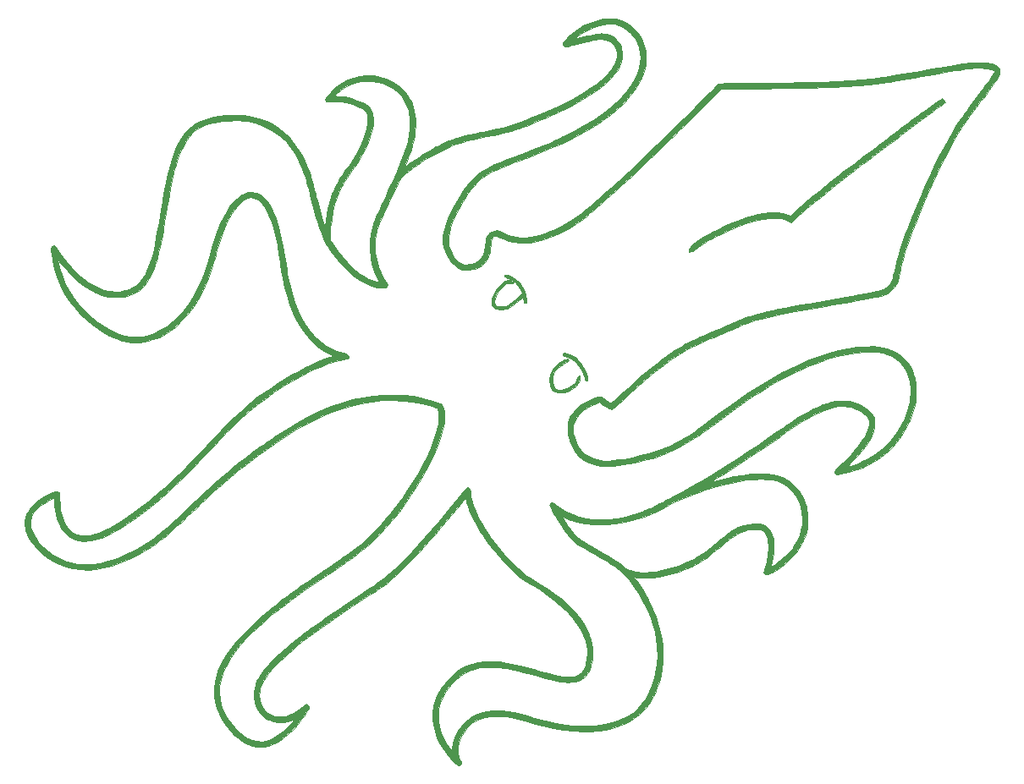
<source format=gbr>
G04 #@! TF.GenerationSoftware,KiCad,Pcbnew,5.1.4-e60b266~84~ubuntu19.04.1*
G04 #@! TF.CreationDate,2019-09-15T17:58:53+02:00*
G04 #@! TF.ProjectId,sepiapcb2,73657069-6170-4636-9232-2e6b69636164,rev?*
G04 #@! TF.SameCoordinates,Original*
G04 #@! TF.FileFunction,Legend,Top*
G04 #@! TF.FilePolarity,Positive*
%FSLAX46Y46*%
G04 Gerber Fmt 4.6, Leading zero omitted, Abs format (unit mm)*
G04 Created by KiCad (PCBNEW 5.1.4-e60b266~84~ubuntu19.04.1) date 2019-09-15 17:58:53*
%MOMM*%
%LPD*%
G04 APERTURE LIST*
%ADD10C,0.010000*%
G04 APERTURE END LIST*
D10*
G36*
X119078319Y-35212342D02*
G01*
X119145228Y-35298633D01*
X119218359Y-35402387D01*
X119281740Y-35500363D01*
X119319398Y-35569319D01*
X119322697Y-35587426D01*
X119286278Y-35614651D01*
X119189590Y-35685993D01*
X119040674Y-35795545D01*
X118847570Y-35937398D01*
X118618316Y-36105646D01*
X118360955Y-36294383D01*
X118165034Y-36437980D01*
X117594549Y-36857226D01*
X116978580Y-37312125D01*
X116326303Y-37795785D01*
X115646897Y-38301312D01*
X114949539Y-38821812D01*
X114243407Y-39350392D01*
X113537679Y-39880159D01*
X112841533Y-40404218D01*
X112164147Y-40915677D01*
X111514698Y-41407641D01*
X110902365Y-41873219D01*
X110336325Y-42305515D01*
X109825757Y-42697636D01*
X109634867Y-42844978D01*
X108846523Y-43456749D01*
X108124556Y-44021777D01*
X107466268Y-44542283D01*
X106868961Y-45020485D01*
X106329936Y-45458601D01*
X105846495Y-45858851D01*
X105415941Y-46223454D01*
X105035575Y-46554627D01*
X104702700Y-46854590D01*
X104414617Y-47125562D01*
X104332262Y-47205716D01*
X104163846Y-47369083D01*
X104043504Y-47479344D01*
X103960497Y-47544302D01*
X103904088Y-47571756D01*
X103863537Y-47569509D01*
X103845428Y-47559386D01*
X103583708Y-47403822D01*
X103291660Y-47289108D01*
X102956465Y-47212154D01*
X102565303Y-47169869D01*
X102184200Y-47158881D01*
X101658092Y-47178921D01*
X101114846Y-47241458D01*
X100548412Y-47348346D01*
X99952737Y-47501439D01*
X99321771Y-47702591D01*
X98649461Y-47953656D01*
X97929758Y-48256490D01*
X97156609Y-48612945D01*
X96680867Y-48845209D01*
X96396757Y-48988725D01*
X96106609Y-49139272D01*
X95829940Y-49286437D01*
X95586267Y-49419812D01*
X95395109Y-49528984D01*
X95362768Y-49548282D01*
X95130482Y-49694309D01*
X94900245Y-49849621D01*
X94686670Y-50003385D01*
X94504365Y-50144770D01*
X94367942Y-50262947D01*
X94299272Y-50336652D01*
X94229391Y-50388241D01*
X94109989Y-50440846D01*
X94035034Y-50464435D01*
X93897910Y-50501695D01*
X93786131Y-50532528D01*
X93749284Y-50542940D01*
X93694075Y-50539801D01*
X93675648Y-50474336D01*
X93675200Y-50451884D01*
X93714067Y-50265963D01*
X93831042Y-50063124D01*
X94026685Y-49842942D01*
X94301558Y-49604992D01*
X94656221Y-49348849D01*
X95091234Y-49074088D01*
X95607159Y-48780283D01*
X96204556Y-48467010D01*
X96464301Y-48337217D01*
X97278493Y-47947796D01*
X98035311Y-47612208D01*
X98741097Y-47328530D01*
X99402190Y-47094838D01*
X100024932Y-46909208D01*
X100615664Y-46769715D01*
X101180727Y-46674437D01*
X101726461Y-46621449D01*
X102163034Y-46608206D01*
X102616413Y-46621543D01*
X103007017Y-46663495D01*
X103352651Y-46736696D01*
X103619860Y-46823730D01*
X103849020Y-46910917D01*
X104256352Y-46520775D01*
X104514580Y-46281422D01*
X104837890Y-45995364D01*
X105222748Y-45665499D01*
X105665621Y-45294726D01*
X106162977Y-44885943D01*
X106711282Y-44442048D01*
X107307004Y-43965940D01*
X107946608Y-43460517D01*
X108626563Y-42928678D01*
X108788200Y-42802993D01*
X109220267Y-42468435D01*
X109682308Y-42112605D01*
X110170168Y-41738600D01*
X110679695Y-41349515D01*
X111206735Y-40948447D01*
X111747133Y-40538491D01*
X112296735Y-40122743D01*
X112851388Y-39704300D01*
X113406938Y-39286257D01*
X113959230Y-38871711D01*
X114504112Y-38463757D01*
X115037428Y-38065492D01*
X115555026Y-37680011D01*
X116052751Y-37310412D01*
X116526450Y-36959789D01*
X116971968Y-36631238D01*
X117385152Y-36327857D01*
X117761847Y-36052740D01*
X118097900Y-35808984D01*
X118389157Y-35599685D01*
X118631464Y-35427939D01*
X118820668Y-35296841D01*
X118952613Y-35209489D01*
X119023147Y-35168978D01*
X119033603Y-35166755D01*
X119078319Y-35212342D01*
X119078319Y-35212342D01*
G37*
X119078319Y-35212342D02*
X119145228Y-35298633D01*
X119218359Y-35402387D01*
X119281740Y-35500363D01*
X119319398Y-35569319D01*
X119322697Y-35587426D01*
X119286278Y-35614651D01*
X119189590Y-35685993D01*
X119040674Y-35795545D01*
X118847570Y-35937398D01*
X118618316Y-36105646D01*
X118360955Y-36294383D01*
X118165034Y-36437980D01*
X117594549Y-36857226D01*
X116978580Y-37312125D01*
X116326303Y-37795785D01*
X115646897Y-38301312D01*
X114949539Y-38821812D01*
X114243407Y-39350392D01*
X113537679Y-39880159D01*
X112841533Y-40404218D01*
X112164147Y-40915677D01*
X111514698Y-41407641D01*
X110902365Y-41873219D01*
X110336325Y-42305515D01*
X109825757Y-42697636D01*
X109634867Y-42844978D01*
X108846523Y-43456749D01*
X108124556Y-44021777D01*
X107466268Y-44542283D01*
X106868961Y-45020485D01*
X106329936Y-45458601D01*
X105846495Y-45858851D01*
X105415941Y-46223454D01*
X105035575Y-46554627D01*
X104702700Y-46854590D01*
X104414617Y-47125562D01*
X104332262Y-47205716D01*
X104163846Y-47369083D01*
X104043504Y-47479344D01*
X103960497Y-47544302D01*
X103904088Y-47571756D01*
X103863537Y-47569509D01*
X103845428Y-47559386D01*
X103583708Y-47403822D01*
X103291660Y-47289108D01*
X102956465Y-47212154D01*
X102565303Y-47169869D01*
X102184200Y-47158881D01*
X101658092Y-47178921D01*
X101114846Y-47241458D01*
X100548412Y-47348346D01*
X99952737Y-47501439D01*
X99321771Y-47702591D01*
X98649461Y-47953656D01*
X97929758Y-48256490D01*
X97156609Y-48612945D01*
X96680867Y-48845209D01*
X96396757Y-48988725D01*
X96106609Y-49139272D01*
X95829940Y-49286437D01*
X95586267Y-49419812D01*
X95395109Y-49528984D01*
X95362768Y-49548282D01*
X95130482Y-49694309D01*
X94900245Y-49849621D01*
X94686670Y-50003385D01*
X94504365Y-50144770D01*
X94367942Y-50262947D01*
X94299272Y-50336652D01*
X94229391Y-50388241D01*
X94109989Y-50440846D01*
X94035034Y-50464435D01*
X93897910Y-50501695D01*
X93786131Y-50532528D01*
X93749284Y-50542940D01*
X93694075Y-50539801D01*
X93675648Y-50474336D01*
X93675200Y-50451884D01*
X93714067Y-50265963D01*
X93831042Y-50063124D01*
X94026685Y-49842942D01*
X94301558Y-49604992D01*
X94656221Y-49348849D01*
X95091234Y-49074088D01*
X95607159Y-48780283D01*
X96204556Y-48467010D01*
X96464301Y-48337217D01*
X97278493Y-47947796D01*
X98035311Y-47612208D01*
X98741097Y-47328530D01*
X99402190Y-47094838D01*
X100024932Y-46909208D01*
X100615664Y-46769715D01*
X101180727Y-46674437D01*
X101726461Y-46621449D01*
X102163034Y-46608206D01*
X102616413Y-46621543D01*
X103007017Y-46663495D01*
X103352651Y-46736696D01*
X103619860Y-46823730D01*
X103849020Y-46910917D01*
X104256352Y-46520775D01*
X104514580Y-46281422D01*
X104837890Y-45995364D01*
X105222748Y-45665499D01*
X105665621Y-45294726D01*
X106162977Y-44885943D01*
X106711282Y-44442048D01*
X107307004Y-43965940D01*
X107946608Y-43460517D01*
X108626563Y-42928678D01*
X108788200Y-42802993D01*
X109220267Y-42468435D01*
X109682308Y-42112605D01*
X110170168Y-41738600D01*
X110679695Y-41349515D01*
X111206735Y-40948447D01*
X111747133Y-40538491D01*
X112296735Y-40122743D01*
X112851388Y-39704300D01*
X113406938Y-39286257D01*
X113959230Y-38871711D01*
X114504112Y-38463757D01*
X115037428Y-38065492D01*
X115555026Y-37680011D01*
X116052751Y-37310412D01*
X116526450Y-36959789D01*
X116971968Y-36631238D01*
X117385152Y-36327857D01*
X117761847Y-36052740D01*
X118097900Y-35808984D01*
X118389157Y-35599685D01*
X118631464Y-35427939D01*
X118820668Y-35296841D01*
X118952613Y-35209489D01*
X119023147Y-35168978D01*
X119033603Y-35166755D01*
X119078319Y-35212342D01*
G36*
X75419070Y-52817320D02*
G01*
X75604778Y-52867695D01*
X75638687Y-52879227D01*
X76064841Y-53069724D01*
X76439723Y-53325704D01*
X76760449Y-53643174D01*
X77024136Y-54018143D01*
X77227900Y-54446618D01*
X77368857Y-54924604D01*
X77437427Y-55369884D01*
X77466660Y-55676800D01*
X77173793Y-55676800D01*
X77143008Y-55369884D01*
X77123618Y-55206057D01*
X77101922Y-55067241D01*
X77082498Y-54982548D01*
X77081846Y-54980735D01*
X77057571Y-54928824D01*
X77039429Y-54951014D01*
X77025456Y-55002147D01*
X76988136Y-55084324D01*
X76909587Y-55184646D01*
X76783376Y-55309129D01*
X76603067Y-55463788D01*
X76362225Y-55654641D01*
X76174680Y-55797556D01*
X75914056Y-55986439D01*
X75695442Y-56124060D01*
X75499889Y-56217912D01*
X75308445Y-56275488D01*
X75102161Y-56304281D01*
X74874151Y-56311800D01*
X74676708Y-56304643D01*
X74525728Y-56278134D01*
X74383834Y-56224715D01*
X74340724Y-56203947D01*
X74159371Y-56092933D01*
X74042439Y-55962849D01*
X73969879Y-55788872D01*
X73953908Y-55725043D01*
X73938293Y-55484785D01*
X73991748Y-55206002D01*
X74115034Y-54885455D01*
X74183735Y-54745467D01*
X74399840Y-54368330D01*
X74627487Y-54045624D01*
X74861515Y-53780854D01*
X75096763Y-53577524D01*
X75328071Y-53439138D01*
X75550277Y-53369200D01*
X75758222Y-53371214D01*
X75946743Y-53448685D01*
X76015603Y-53501626D01*
X76128034Y-53601534D01*
X76023748Y-53683082D01*
X75943229Y-53735690D01*
X75874985Y-53736357D01*
X75796355Y-53700968D01*
X75623848Y-53656902D01*
X75531876Y-53663829D01*
X75383542Y-53725896D01*
X75212896Y-53853102D01*
X75029857Y-54032293D01*
X74844345Y-54250315D01*
X74666279Y-54494015D01*
X74505580Y-54750241D01*
X74372167Y-55005839D01*
X74275960Y-55247655D01*
X74241438Y-55374906D01*
X74225854Y-55596852D01*
X74279435Y-55780155D01*
X74399171Y-55916793D01*
X74458402Y-55953278D01*
X74613502Y-56001486D01*
X74819492Y-56022290D01*
X75047278Y-56016059D01*
X75267767Y-55983160D01*
X75410778Y-55941231D01*
X75535505Y-55880030D01*
X75696475Y-55781456D01*
X75881057Y-55655471D01*
X76076622Y-55512035D01*
X76270539Y-55361108D01*
X76450178Y-55212649D01*
X76602908Y-55076620D01*
X76716100Y-54962981D01*
X76777124Y-54881691D01*
X76784200Y-54858147D01*
X76814517Y-54802917D01*
X76888561Y-54729125D01*
X76899066Y-54720557D01*
X77013931Y-54628966D01*
X76853137Y-54303621D01*
X76623899Y-53931839D01*
X76333443Y-53617721D01*
X75985086Y-53364124D01*
X75582145Y-53173906D01*
X75514200Y-53150005D01*
X75364295Y-53095111D01*
X75278108Y-53048395D01*
X75237326Y-52997081D01*
X75225615Y-52948681D01*
X75235518Y-52856800D01*
X75297993Y-52813351D01*
X75419070Y-52817320D01*
X75419070Y-52817320D01*
G37*
X75419070Y-52817320D02*
X75604778Y-52867695D01*
X75638687Y-52879227D01*
X76064841Y-53069724D01*
X76439723Y-53325704D01*
X76760449Y-53643174D01*
X77024136Y-54018143D01*
X77227900Y-54446618D01*
X77368857Y-54924604D01*
X77437427Y-55369884D01*
X77466660Y-55676800D01*
X77173793Y-55676800D01*
X77143008Y-55369884D01*
X77123618Y-55206057D01*
X77101922Y-55067241D01*
X77082498Y-54982548D01*
X77081846Y-54980735D01*
X77057571Y-54928824D01*
X77039429Y-54951014D01*
X77025456Y-55002147D01*
X76988136Y-55084324D01*
X76909587Y-55184646D01*
X76783376Y-55309129D01*
X76603067Y-55463788D01*
X76362225Y-55654641D01*
X76174680Y-55797556D01*
X75914056Y-55986439D01*
X75695442Y-56124060D01*
X75499889Y-56217912D01*
X75308445Y-56275488D01*
X75102161Y-56304281D01*
X74874151Y-56311800D01*
X74676708Y-56304643D01*
X74525728Y-56278134D01*
X74383834Y-56224715D01*
X74340724Y-56203947D01*
X74159371Y-56092933D01*
X74042439Y-55962849D01*
X73969879Y-55788872D01*
X73953908Y-55725043D01*
X73938293Y-55484785D01*
X73991748Y-55206002D01*
X74115034Y-54885455D01*
X74183735Y-54745467D01*
X74399840Y-54368330D01*
X74627487Y-54045624D01*
X74861515Y-53780854D01*
X75096763Y-53577524D01*
X75328071Y-53439138D01*
X75550277Y-53369200D01*
X75758222Y-53371214D01*
X75946743Y-53448685D01*
X76015603Y-53501626D01*
X76128034Y-53601534D01*
X76023748Y-53683082D01*
X75943229Y-53735690D01*
X75874985Y-53736357D01*
X75796355Y-53700968D01*
X75623848Y-53656902D01*
X75531876Y-53663829D01*
X75383542Y-53725896D01*
X75212896Y-53853102D01*
X75029857Y-54032293D01*
X74844345Y-54250315D01*
X74666279Y-54494015D01*
X74505580Y-54750241D01*
X74372167Y-55005839D01*
X74275960Y-55247655D01*
X74241438Y-55374906D01*
X74225854Y-55596852D01*
X74279435Y-55780155D01*
X74399171Y-55916793D01*
X74458402Y-55953278D01*
X74613502Y-56001486D01*
X74819492Y-56022290D01*
X75047278Y-56016059D01*
X75267767Y-55983160D01*
X75410778Y-55941231D01*
X75535505Y-55880030D01*
X75696475Y-55781456D01*
X75881057Y-55655471D01*
X76076622Y-55512035D01*
X76270539Y-55361108D01*
X76450178Y-55212649D01*
X76602908Y-55076620D01*
X76716100Y-54962981D01*
X76777124Y-54881691D01*
X76784200Y-54858147D01*
X76814517Y-54802917D01*
X76888561Y-54729125D01*
X76899066Y-54720557D01*
X77013931Y-54628966D01*
X76853137Y-54303621D01*
X76623899Y-53931839D01*
X76333443Y-53617721D01*
X75985086Y-53364124D01*
X75582145Y-53173906D01*
X75514200Y-53150005D01*
X75364295Y-53095111D01*
X75278108Y-53048395D01*
X75237326Y-52997081D01*
X75225615Y-52948681D01*
X75235518Y-52856800D01*
X75297993Y-52813351D01*
X75419070Y-52817320D01*
G36*
X81455565Y-60703762D02*
G01*
X81726410Y-60789078D01*
X82009079Y-60919246D01*
X82281499Y-61084929D01*
X82399437Y-61172190D01*
X82623211Y-61385519D01*
X82846654Y-61665254D01*
X83059253Y-61993747D01*
X83250497Y-62353349D01*
X83409874Y-62726415D01*
X83512332Y-63040543D01*
X83556504Y-63218505D01*
X83567807Y-63331293D01*
X83542221Y-63393334D01*
X83475726Y-63419053D01*
X83405724Y-63423152D01*
X83352404Y-63408945D01*
X83309902Y-63354022D01*
X83267732Y-63241295D01*
X83243976Y-63159655D01*
X83100101Y-62732480D01*
X82914876Y-62325207D01*
X82698146Y-61955258D01*
X82459759Y-61640054D01*
X82282835Y-61459115D01*
X82045054Y-61277529D01*
X81779309Y-61127840D01*
X81513025Y-61023669D01*
X81324076Y-60982951D01*
X81195239Y-60964993D01*
X81129420Y-60940054D01*
X81105461Y-60892062D01*
X81102200Y-60814404D01*
X81110372Y-60717265D01*
X81148927Y-60678636D01*
X81218617Y-60672636D01*
X81455565Y-60703762D01*
X81455565Y-60703762D01*
G37*
X81455565Y-60703762D02*
X81726410Y-60789078D01*
X82009079Y-60919246D01*
X82281499Y-61084929D01*
X82399437Y-61172190D01*
X82623211Y-61385519D01*
X82846654Y-61665254D01*
X83059253Y-61993747D01*
X83250497Y-62353349D01*
X83409874Y-62726415D01*
X83512332Y-63040543D01*
X83556504Y-63218505D01*
X83567807Y-63331293D01*
X83542221Y-63393334D01*
X83475726Y-63419053D01*
X83405724Y-63423152D01*
X83352404Y-63408945D01*
X83309902Y-63354022D01*
X83267732Y-63241295D01*
X83243976Y-63159655D01*
X83100101Y-62732480D01*
X82914876Y-62325207D01*
X82698146Y-61955258D01*
X82459759Y-61640054D01*
X82282835Y-61459115D01*
X82045054Y-61277529D01*
X81779309Y-61127840D01*
X81513025Y-61023669D01*
X81324076Y-60982951D01*
X81195239Y-60964993D01*
X81129420Y-60940054D01*
X81105461Y-60892062D01*
X81102200Y-60814404D01*
X81110372Y-60717265D01*
X81148927Y-60678636D01*
X81218617Y-60672636D01*
X81455565Y-60703762D01*
G36*
X81576021Y-61270698D02*
G01*
X81614366Y-61335862D01*
X81629773Y-61382198D01*
X81637282Y-61443127D01*
X81604515Y-61490293D01*
X81515240Y-61540960D01*
X81454614Y-61568485D01*
X81122552Y-61741868D01*
X80812285Y-61955093D01*
X80539445Y-62194528D01*
X80319667Y-62446542D01*
X80174568Y-62684550D01*
X80063959Y-63012131D01*
X80022154Y-63363064D01*
X80041178Y-63639118D01*
X80115430Y-63921691D01*
X80236278Y-64134019D01*
X80404501Y-64277060D01*
X80620880Y-64351769D01*
X80623208Y-64352161D01*
X80866616Y-64361131D01*
X81132167Y-64317367D01*
X81406834Y-64228893D01*
X81677589Y-64103733D01*
X81931404Y-63949910D01*
X82155250Y-63775447D01*
X82336099Y-63588369D01*
X82460923Y-63396698D01*
X82516695Y-63208459D01*
X82518178Y-63185115D01*
X82540850Y-63063071D01*
X82609031Y-62989239D01*
X82627193Y-62978769D01*
X82715565Y-62942459D01*
X82766812Y-62958596D01*
X82790325Y-63038068D01*
X82795534Y-63173985D01*
X82769730Y-63386239D01*
X82686817Y-63586817D01*
X82538540Y-63791776D01*
X82405558Y-63932635D01*
X82127246Y-64168395D01*
X81819834Y-64362583D01*
X81496854Y-64511140D01*
X81171841Y-64610007D01*
X80858326Y-64655125D01*
X80569842Y-64642436D01*
X80319924Y-64567881D01*
X80307497Y-64561871D01*
X80087710Y-64407623D01*
X79914698Y-64192372D01*
X79808206Y-63952967D01*
X79769047Y-63756187D01*
X79749249Y-63511184D01*
X79748896Y-63250864D01*
X79768072Y-63008136D01*
X79805307Y-62820973D01*
X79952316Y-62475992D01*
X80175530Y-62149302D01*
X80467120Y-61848860D01*
X80819258Y-61582623D01*
X81224114Y-61358549D01*
X81260677Y-61341715D01*
X81416875Y-61275566D01*
X81516091Y-61251247D01*
X81576021Y-61270698D01*
X81576021Y-61270698D01*
G37*
X81576021Y-61270698D02*
X81614366Y-61335862D01*
X81629773Y-61382198D01*
X81637282Y-61443127D01*
X81604515Y-61490293D01*
X81515240Y-61540960D01*
X81454614Y-61568485D01*
X81122552Y-61741868D01*
X80812285Y-61955093D01*
X80539445Y-62194528D01*
X80319667Y-62446542D01*
X80174568Y-62684550D01*
X80063959Y-63012131D01*
X80022154Y-63363064D01*
X80041178Y-63639118D01*
X80115430Y-63921691D01*
X80236278Y-64134019D01*
X80404501Y-64277060D01*
X80620880Y-64351769D01*
X80623208Y-64352161D01*
X80866616Y-64361131D01*
X81132167Y-64317367D01*
X81406834Y-64228893D01*
X81677589Y-64103733D01*
X81931404Y-63949910D01*
X82155250Y-63775447D01*
X82336099Y-63588369D01*
X82460923Y-63396698D01*
X82516695Y-63208459D01*
X82518178Y-63185115D01*
X82540850Y-63063071D01*
X82609031Y-62989239D01*
X82627193Y-62978769D01*
X82715565Y-62942459D01*
X82766812Y-62958596D01*
X82790325Y-63038068D01*
X82795534Y-63173985D01*
X82769730Y-63386239D01*
X82686817Y-63586817D01*
X82538540Y-63791776D01*
X82405558Y-63932635D01*
X82127246Y-64168395D01*
X81819834Y-64362583D01*
X81496854Y-64511140D01*
X81171841Y-64610007D01*
X80858326Y-64655125D01*
X80569842Y-64642436D01*
X80319924Y-64567881D01*
X80307497Y-64561871D01*
X80087710Y-64407623D01*
X79914698Y-64192372D01*
X79808206Y-63952967D01*
X79769047Y-63756187D01*
X79749249Y-63511184D01*
X79748896Y-63250864D01*
X79768072Y-63008136D01*
X79805307Y-62820973D01*
X79952316Y-62475992D01*
X80175530Y-62149302D01*
X80467120Y-61848860D01*
X80819258Y-61582623D01*
X81224114Y-61358549D01*
X81260677Y-61341715D01*
X81416875Y-61275566D01*
X81516091Y-61251247D01*
X81576021Y-61270698D01*
G36*
X86350412Y-27206130D02*
G01*
X86626700Y-27264583D01*
X87136397Y-27451133D01*
X87607625Y-27710596D01*
X88036200Y-28038469D01*
X88417938Y-28430250D01*
X88748655Y-28881438D01*
X89024168Y-29387530D01*
X89240294Y-29944025D01*
X89298240Y-30139307D01*
X89344481Y-30372435D01*
X89375145Y-30663289D01*
X89389620Y-30986262D01*
X89387296Y-31315749D01*
X89367561Y-31626140D01*
X89338891Y-31843134D01*
X89188273Y-32478890D01*
X88958826Y-33105901D01*
X88649868Y-33724997D01*
X88260722Y-34337011D01*
X87790707Y-34942774D01*
X87239146Y-35543120D01*
X86605357Y-36138879D01*
X85888663Y-36730884D01*
X85088383Y-37319966D01*
X84594700Y-37654665D01*
X83743339Y-38191292D01*
X82844672Y-38709433D01*
X81892532Y-39212070D01*
X80880752Y-39702181D01*
X79803165Y-40182747D01*
X78653604Y-40656748D01*
X77425902Y-41127164D01*
X77352245Y-41154372D01*
X76695870Y-41397970D01*
X76113294Y-41618062D01*
X75597954Y-41817796D01*
X75143286Y-42000314D01*
X74742727Y-42168763D01*
X74389713Y-42326287D01*
X74077680Y-42476032D01*
X73800064Y-42621143D01*
X73550303Y-42764764D01*
X73321832Y-42910041D01*
X73108088Y-43060118D01*
X72902507Y-43218141D01*
X72706515Y-43380427D01*
X72440942Y-43634362D01*
X72154687Y-43957006D01*
X71854942Y-44337121D01*
X71548902Y-44763472D01*
X71243759Y-45224820D01*
X70946706Y-45709929D01*
X70664939Y-46207561D01*
X70405649Y-46706480D01*
X70176030Y-47195449D01*
X70011007Y-47591134D01*
X69820037Y-48129948D01*
X69689076Y-48615635D01*
X69617272Y-49053925D01*
X69603774Y-49450551D01*
X69647729Y-49811243D01*
X69668064Y-49898300D01*
X69797226Y-50288745D01*
X69977699Y-50675804D01*
X70194881Y-51031956D01*
X70418996Y-51313472D01*
X70662113Y-51547246D01*
X70897979Y-51707085D01*
X71142571Y-51797535D01*
X71411865Y-51823139D01*
X71721837Y-51788443D01*
X71926836Y-51742408D01*
X72275300Y-51631640D01*
X72563295Y-51488868D01*
X72796495Y-51306375D01*
X72980570Y-51076444D01*
X73121193Y-50791358D01*
X73224037Y-50443401D01*
X73294773Y-50024855D01*
X73313416Y-49855967D01*
X73354737Y-49509642D01*
X73406166Y-49234190D01*
X73472277Y-49015995D01*
X73557647Y-48841444D01*
X73666851Y-48696923D01*
X73721740Y-48641129D01*
X73935370Y-48494500D01*
X74188193Y-48415679D01*
X74468930Y-48404496D01*
X74766301Y-48460779D01*
X75069028Y-48584359D01*
X75206628Y-48663538D01*
X75540283Y-48833058D01*
X75935297Y-48963949D01*
X76376573Y-49053966D01*
X76849019Y-49100862D01*
X77337540Y-49102390D01*
X77827042Y-49056306D01*
X77836529Y-49054914D01*
X78406912Y-48941825D01*
X79018257Y-48767071D01*
X79658975Y-48535370D01*
X80317479Y-48251444D01*
X80982182Y-47920011D01*
X81641496Y-47545792D01*
X81837791Y-47425084D01*
X82087272Y-47265134D01*
X82334341Y-47098527D01*
X82585389Y-46920068D01*
X82846809Y-46724557D01*
X83124991Y-46506798D01*
X83426329Y-46261592D01*
X83757213Y-45983741D01*
X84124035Y-45668048D01*
X84533188Y-45309316D01*
X84991063Y-44902345D01*
X85483700Y-44460270D01*
X85887977Y-44095638D01*
X86266719Y-43752749D01*
X86625934Y-43425936D01*
X86971629Y-43109528D01*
X87309814Y-42797859D01*
X87646497Y-42485258D01*
X87987686Y-42166058D01*
X88339388Y-41834590D01*
X88707613Y-41485186D01*
X89098368Y-41112176D01*
X89517661Y-40709892D01*
X89971501Y-40272665D01*
X90465897Y-39794828D01*
X91006855Y-39270711D01*
X91600385Y-38694645D01*
X91791367Y-38509125D01*
X92502534Y-37817138D01*
X93152495Y-37182517D01*
X93741799Y-36604710D01*
X94270997Y-36083165D01*
X94740639Y-35617329D01*
X95151276Y-35206650D01*
X95503457Y-34850577D01*
X95797734Y-34548558D01*
X96034656Y-34300039D01*
X96214773Y-34104470D01*
X96338637Y-33961297D01*
X96388619Y-33896941D01*
X96480870Y-33786238D01*
X96569544Y-33708401D01*
X96614831Y-33686112D01*
X96669761Y-33683167D01*
X96802906Y-33679795D01*
X97007819Y-33676072D01*
X97278049Y-33672073D01*
X97607149Y-33667872D01*
X97988668Y-33663545D01*
X98416158Y-33659166D01*
X98883169Y-33654812D01*
X99383253Y-33650556D01*
X99909960Y-33646475D01*
X100194534Y-33644430D01*
X101427854Y-33634292D01*
X102581242Y-33621594D01*
X103659399Y-33606168D01*
X104667023Y-33587847D01*
X105608817Y-33566463D01*
X106489480Y-33541849D01*
X107313712Y-33513838D01*
X108086215Y-33482260D01*
X108811689Y-33446950D01*
X109494833Y-33407739D01*
X110140349Y-33364459D01*
X110752937Y-33316944D01*
X111337297Y-33265026D01*
X111624534Y-33236943D01*
X111884041Y-33209723D01*
X112143739Y-33180107D01*
X112411195Y-33146921D01*
X112693975Y-33108995D01*
X112999645Y-33065155D01*
X113335773Y-33014228D01*
X113709924Y-32955042D01*
X114129665Y-32886424D01*
X114602563Y-32807203D01*
X115136184Y-32716204D01*
X115738095Y-32612257D01*
X116402111Y-32496591D01*
X117219620Y-32354003D01*
X117958803Y-32225792D01*
X118624656Y-32111312D01*
X119222176Y-32009914D01*
X119756358Y-31920950D01*
X120232200Y-31843772D01*
X120654697Y-31777734D01*
X121028847Y-31722186D01*
X121359645Y-31676482D01*
X121652088Y-31639973D01*
X121911173Y-31612012D01*
X122141896Y-31591950D01*
X122349252Y-31579141D01*
X122538240Y-31572937D01*
X122713855Y-31572688D01*
X122881093Y-31577749D01*
X123044951Y-31587471D01*
X123210425Y-31601206D01*
X123266943Y-31606577D01*
X123586923Y-31641324D01*
X123839293Y-31678465D01*
X124041085Y-31722470D01*
X124209331Y-31777808D01*
X124361062Y-31848949D01*
X124495882Y-31929093D01*
X124666452Y-32070496D01*
X124765048Y-32233990D01*
X124792765Y-32426850D01*
X124750697Y-32656350D01*
X124644950Y-32919403D01*
X124577000Y-33051486D01*
X124491307Y-33200226D01*
X124383659Y-33371610D01*
X124249846Y-33571626D01*
X124085654Y-33806260D01*
X123886872Y-34081499D01*
X123649287Y-34403330D01*
X123368689Y-34777741D01*
X123040864Y-35210717D01*
X122936026Y-35348529D01*
X122627047Y-35754754D01*
X122363403Y-36102561D01*
X122138788Y-36400630D01*
X121946896Y-36657639D01*
X121781421Y-36882264D01*
X121636057Y-37083186D01*
X121504498Y-37269080D01*
X121380437Y-37448626D01*
X121257570Y-37630501D01*
X121129591Y-37823383D01*
X121053539Y-37939134D01*
X120631335Y-38607838D01*
X120202675Y-39335775D01*
X119766268Y-40125604D01*
X119320826Y-40979987D01*
X118865059Y-41901586D01*
X118397680Y-42893062D01*
X117917398Y-43957075D01*
X117422925Y-45096288D01*
X116912971Y-46313360D01*
X116470573Y-47400634D01*
X116212531Y-48047294D01*
X115985379Y-48627596D01*
X115785587Y-49152535D01*
X115609626Y-49633108D01*
X115453964Y-50080309D01*
X115315074Y-50505135D01*
X115189424Y-50918581D01*
X115073486Y-51331645D01*
X114963729Y-51755321D01*
X114856624Y-52200605D01*
X114748640Y-52678494D01*
X114690374Y-52946300D01*
X114566742Y-53412086D01*
X114408541Y-53805447D01*
X114209089Y-54133903D01*
X113961699Y-54404971D01*
X113659687Y-54626171D01*
X113296368Y-54805022D01*
X112924873Y-54932122D01*
X112782676Y-54968032D01*
X112561912Y-55016468D01*
X112267605Y-55076502D01*
X111904780Y-55147204D01*
X111478461Y-55227648D01*
X110993673Y-55316905D01*
X110455438Y-55414047D01*
X109868782Y-55518144D01*
X109238729Y-55628270D01*
X108570302Y-55743496D01*
X108089700Y-55825429D01*
X106916543Y-56027530D01*
X105826292Y-56221564D01*
X104817599Y-56407815D01*
X103889116Y-56586566D01*
X103039494Y-56758099D01*
X102267385Y-56922698D01*
X101571442Y-57080646D01*
X100950317Y-57232225D01*
X100402660Y-57377720D01*
X99927125Y-57517412D01*
X99729573Y-57580675D01*
X99498339Y-57662684D01*
X99224579Y-57768556D01*
X98941792Y-57884897D01*
X98683480Y-57998312D01*
X98672640Y-58003283D01*
X98489398Y-58085546D01*
X98242811Y-58193338D01*
X97947937Y-58320233D01*
X97619836Y-58459804D01*
X97273565Y-58605626D01*
X96924186Y-58751271D01*
X96783256Y-58809559D01*
X96140936Y-59076836D01*
X95568962Y-59320175D01*
X95057985Y-59544213D01*
X94598650Y-59753585D01*
X94181608Y-59952927D01*
X93797505Y-60146875D01*
X93436989Y-60340066D01*
X93090710Y-60537136D01*
X92749315Y-60742721D01*
X92403451Y-60961457D01*
X92278210Y-61042897D01*
X91783018Y-61381860D01*
X91236794Y-61783619D01*
X90642467Y-62245726D01*
X90002967Y-62765734D01*
X89321222Y-63341195D01*
X88600160Y-63969661D01*
X87842711Y-64648686D01*
X87051803Y-65375820D01*
X86698869Y-65705756D01*
X86475090Y-65913463D01*
X86302511Y-66067238D01*
X86172969Y-66173524D01*
X86078304Y-66238763D01*
X86010356Y-66269396D01*
X85979202Y-66273845D01*
X85856498Y-66250187D01*
X85686605Y-66186867D01*
X85490529Y-66094403D01*
X85289276Y-65983312D01*
X85103852Y-65864114D01*
X84992908Y-65779981D01*
X84756116Y-65583338D01*
X84463741Y-65682935D01*
X83971471Y-65881028D01*
X83510037Y-66126384D01*
X83095786Y-66408885D01*
X82745061Y-66718414D01*
X82679751Y-66787273D01*
X82417322Y-67120720D01*
X82232225Y-67467422D01*
X82123111Y-67834168D01*
X82088629Y-68227749D01*
X82127430Y-68654957D01*
X82224684Y-69076567D01*
X82406324Y-69598006D01*
X82632164Y-70048882D01*
X82904466Y-70432178D01*
X83225491Y-70750882D01*
X83597500Y-71007978D01*
X83748034Y-71087848D01*
X84080726Y-71231322D01*
X84427353Y-71338149D01*
X84797471Y-71408853D01*
X85200633Y-71443956D01*
X85646396Y-71443984D01*
X86144313Y-71409458D01*
X86703939Y-71340904D01*
X87134700Y-71273421D01*
X88043055Y-71106403D01*
X88882072Y-70921428D01*
X89665939Y-70714407D01*
X90408841Y-70481249D01*
X91124965Y-70217864D01*
X91828497Y-69920162D01*
X91828606Y-69920113D01*
X92287566Y-69703054D01*
X92743596Y-69465560D01*
X93206067Y-69201680D01*
X93684350Y-68905463D01*
X94187817Y-68570959D01*
X94725838Y-68192218D01*
X95307784Y-67763288D01*
X95728367Y-67443759D01*
X96762472Y-66661029D01*
X97747939Y-65938255D01*
X98691304Y-65271178D01*
X99599105Y-64655535D01*
X100477880Y-64087067D01*
X101334166Y-63561511D01*
X102174502Y-63074607D01*
X103005424Y-62622094D01*
X103581200Y-62325413D01*
X104675287Y-61799103D01*
X105728347Y-61342992D01*
X106744730Y-60955796D01*
X107728783Y-60636231D01*
X108684856Y-60383015D01*
X109617297Y-60194865D01*
X110530456Y-60070497D01*
X111428680Y-60008628D01*
X111434034Y-60008443D01*
X112045249Y-60003817D01*
X112591296Y-60035784D01*
X113084255Y-60106283D01*
X113536208Y-60217253D01*
X113959235Y-60370633D01*
X114109123Y-60437711D01*
X114606365Y-60714767D01*
X115044701Y-61050862D01*
X115425057Y-61447165D01*
X115748361Y-61904845D01*
X116015538Y-62425070D01*
X116227514Y-63009009D01*
X116272422Y-63166677D01*
X116309246Y-63308563D01*
X116336847Y-63434970D01*
X116356588Y-63561899D01*
X116369835Y-63705350D01*
X116377948Y-63881323D01*
X116382292Y-64105817D01*
X116384231Y-64394833D01*
X116384508Y-64482134D01*
X116384371Y-64800755D01*
X116381152Y-65052197D01*
X116373625Y-65253926D01*
X116360558Y-65423409D01*
X116340724Y-65578112D01*
X116312894Y-65735502D01*
X116287712Y-65857967D01*
X116072560Y-66665277D01*
X115777731Y-67449364D01*
X115406405Y-68204425D01*
X114961760Y-68924658D01*
X114446974Y-69604260D01*
X113916797Y-70185966D01*
X113272394Y-70775301D01*
X112580844Y-71294358D01*
X111842471Y-71742963D01*
X111057598Y-72120945D01*
X110226548Y-72428132D01*
X109349645Y-72664352D01*
X109190367Y-72698616D01*
X108930956Y-72751911D01*
X108741086Y-72788424D01*
X108607441Y-72808777D01*
X108516703Y-72813591D01*
X108455554Y-72803488D01*
X108410678Y-72779089D01*
X108368756Y-72741016D01*
X108364867Y-72737134D01*
X108290070Y-72633606D01*
X108277815Y-72526296D01*
X108331521Y-72405324D01*
X108454609Y-72260812D01*
X108565950Y-72156232D01*
X108800978Y-71939929D01*
X109070676Y-71680371D01*
X109356854Y-71395994D01*
X109641324Y-71105230D01*
X109905896Y-70826512D01*
X110132380Y-70578276D01*
X110206664Y-70493467D01*
X110635309Y-69971208D01*
X110993854Y-69479943D01*
X111281793Y-69020971D01*
X111498616Y-68595595D01*
X111643817Y-68205113D01*
X111716888Y-67850829D01*
X111717320Y-67534041D01*
X111644607Y-67256052D01*
X111541577Y-67073545D01*
X111373629Y-66887772D01*
X111141271Y-66695647D01*
X110862940Y-66508259D01*
X110557078Y-66336695D01*
X110242122Y-66192045D01*
X109936514Y-66085398D01*
X109867700Y-66066963D01*
X109607488Y-66021620D01*
X109293895Y-65997785D01*
X108955428Y-65995457D01*
X108620595Y-66014633D01*
X108317904Y-66055313D01*
X108259034Y-66067025D01*
X107753696Y-66197740D01*
X107224483Y-66380767D01*
X106659825Y-66620449D01*
X106227034Y-66829423D01*
X105762704Y-67071851D01*
X105312099Y-67324893D01*
X104859390Y-67598377D01*
X104388746Y-67902126D01*
X103884340Y-68245967D01*
X103454200Y-68550526D01*
X102455011Y-69261472D01*
X101500852Y-69927035D01*
X100574168Y-70558860D01*
X99657406Y-71168587D01*
X98733010Y-71767860D01*
X97783428Y-72368320D01*
X96791104Y-72981609D01*
X96564998Y-73119603D01*
X96325297Y-73266299D01*
X96112390Y-73397973D01*
X95936078Y-73508447D01*
X95806168Y-73591546D01*
X95732462Y-73641091D01*
X95719360Y-73652405D01*
X95761752Y-73645474D01*
X95869473Y-73618554D01*
X96026705Y-73575818D01*
X96217632Y-73521442D01*
X96237395Y-73515691D01*
X97235011Y-73245385D01*
X98174981Y-73033141D01*
X99060734Y-72878384D01*
X99895696Y-72780537D01*
X100683297Y-72739027D01*
X100871607Y-72737383D01*
X101486287Y-72755808D01*
X102033985Y-72813077D01*
X102524743Y-72912879D01*
X102968601Y-73058904D01*
X103375603Y-73254841D01*
X103755788Y-73504379D01*
X104119199Y-73811206D01*
X104311058Y-74001033D01*
X104675722Y-74425879D01*
X104973457Y-74877535D01*
X105212422Y-75370812D01*
X105400776Y-75920519D01*
X105432685Y-76036993D01*
X105497578Y-76356716D01*
X105542184Y-76731208D01*
X105565451Y-77132787D01*
X105566327Y-77533770D01*
X105543759Y-77906472D01*
X105512644Y-78140378D01*
X105354983Y-78805158D01*
X105118531Y-79441857D01*
X104805177Y-80048079D01*
X104416805Y-80621432D01*
X103955302Y-81159520D01*
X103422554Y-81659951D01*
X102820447Y-82120330D01*
X102150867Y-82538263D01*
X101969012Y-82638046D01*
X101726669Y-82758489D01*
X101540678Y-82828427D01*
X101400915Y-82849793D01*
X101297256Y-82824515D01*
X101238261Y-82777383D01*
X101190804Y-82703846D01*
X101173612Y-82610111D01*
X101187647Y-82480067D01*
X101233870Y-82297606D01*
X101274799Y-82164561D01*
X101451258Y-81518953D01*
X101560416Y-80888114D01*
X101607043Y-80242374D01*
X101609457Y-80081967D01*
X101608566Y-79794074D01*
X101601896Y-79573910D01*
X101588150Y-79404654D01*
X101566036Y-79269489D01*
X101538986Y-79166553D01*
X101413911Y-78865887D01*
X101245601Y-78622830D01*
X101041503Y-78447412D01*
X100978548Y-78411574D01*
X100880430Y-78365207D01*
X100788531Y-78334539D01*
X100681863Y-78316498D01*
X100539437Y-78308011D01*
X100340263Y-78306008D01*
X100258881Y-78306244D01*
X99890289Y-78323146D01*
X99542277Y-78373546D01*
X99204840Y-78462121D01*
X98867968Y-78593546D01*
X98521655Y-78772497D01*
X98155894Y-79003650D01*
X97760676Y-79291680D01*
X97325995Y-79641265D01*
X97231200Y-79720874D01*
X96801471Y-80081511D01*
X96424294Y-80391963D01*
X96089926Y-80659384D01*
X95788624Y-80890927D01*
X95510644Y-81093747D01*
X95246243Y-81274996D01*
X94985677Y-81441829D01*
X94719203Y-81601398D01*
X94500700Y-81725581D01*
X93919941Y-82022846D01*
X93297662Y-82293195D01*
X92646830Y-82533422D01*
X91980410Y-82740322D01*
X91311368Y-82910691D01*
X90652671Y-83041323D01*
X90017286Y-83129013D01*
X89418178Y-83170555D01*
X88868313Y-83162746D01*
X88730825Y-83151840D01*
X88539645Y-83134170D01*
X88377319Y-83120019D01*
X88263933Y-83111087D01*
X88222881Y-83108836D01*
X88223223Y-83139566D01*
X88268034Y-83222429D01*
X88348962Y-83343387D01*
X88418746Y-83438112D01*
X89020350Y-84293052D01*
X89548892Y-85179760D01*
X90002518Y-86093501D01*
X90379373Y-87029537D01*
X90677601Y-87983132D01*
X90895349Y-88949549D01*
X91030761Y-89924052D01*
X91050893Y-90159825D01*
X91073565Y-90820510D01*
X91047082Y-91505039D01*
X90974404Y-92198086D01*
X90858486Y-92884328D01*
X90702288Y-93548441D01*
X90508765Y-94175101D01*
X90280876Y-94748984D01*
X90091415Y-95131467D01*
X89706089Y-95753965D01*
X89264772Y-96313845D01*
X88767238Y-96811218D01*
X88213262Y-97246198D01*
X87602618Y-97618895D01*
X86935082Y-97929423D01*
X86210427Y-98177893D01*
X85428428Y-98364417D01*
X84588861Y-98489108D01*
X83691498Y-98552077D01*
X83200014Y-98560467D01*
X82192852Y-98527095D01*
X81175463Y-98426085D01*
X80139613Y-98256091D01*
X79077065Y-98015771D01*
X78011867Y-97713814D01*
X77238817Y-97486329D01*
X76531725Y-97304190D01*
X75885576Y-97166574D01*
X75295360Y-97072654D01*
X74756065Y-97021605D01*
X74262679Y-97012602D01*
X73893659Y-97035522D01*
X73322649Y-97125535D01*
X72810301Y-97274436D01*
X72352666Y-97484117D01*
X71945795Y-97756474D01*
X71585739Y-98093398D01*
X71511021Y-98178009D01*
X71142666Y-98663347D01*
X70856106Y-99161405D01*
X70648890Y-99676480D01*
X70639881Y-99704959D01*
X70564010Y-100045793D01*
X70539555Y-100399946D01*
X70564558Y-100747707D01*
X70637062Y-101069368D01*
X70755107Y-101345221D01*
X70811683Y-101434194D01*
X70884481Y-101584754D01*
X70894988Y-101729647D01*
X70843495Y-101847014D01*
X70805781Y-101881233D01*
X70712083Y-101933100D01*
X70622613Y-101944503D01*
X70524189Y-101909701D01*
X70403631Y-101822956D01*
X70247757Y-101678528D01*
X70176366Y-101607167D01*
X69649690Y-101026441D01*
X69192268Y-100422246D01*
X68806659Y-99799748D01*
X68495423Y-99164110D01*
X68261121Y-98520501D01*
X68106313Y-97874085D01*
X68036844Y-97290467D01*
X68041675Y-96675660D01*
X68130044Y-96065886D01*
X68300861Y-95463570D01*
X68553037Y-94871136D01*
X68885484Y-94291010D01*
X69297112Y-93725616D01*
X69786833Y-93177381D01*
X69961649Y-93004242D01*
X70429658Y-92600305D01*
X70927694Y-92261987D01*
X71458818Y-91988800D01*
X72026088Y-91780256D01*
X72632565Y-91635869D01*
X73281307Y-91555150D01*
X73975376Y-91537612D01*
X74717831Y-91582767D01*
X75511731Y-91690128D01*
X76360136Y-91859208D01*
X76676344Y-91934313D01*
X76873836Y-91984747D01*
X77135784Y-92054147D01*
X77445324Y-92137905D01*
X77785593Y-92231417D01*
X78139728Y-92330077D01*
X78490866Y-92429279D01*
X78541034Y-92443579D01*
X79174036Y-92620129D01*
X79734543Y-92767032D01*
X80229090Y-92885003D01*
X80664218Y-92974757D01*
X81046464Y-93037009D01*
X81382367Y-93072474D01*
X81678465Y-93081869D01*
X81941297Y-93065907D01*
X82177400Y-93025306D01*
X82393313Y-92960779D01*
X82572176Y-92884593D01*
X82815358Y-92733697D01*
X83017381Y-92533205D01*
X83184966Y-92273711D01*
X83324831Y-91945807D01*
X83390746Y-91738546D01*
X83444213Y-91492156D01*
X83482903Y-91189465D01*
X83505489Y-90857765D01*
X83510646Y-90524347D01*
X83497047Y-90216500D01*
X83474161Y-90021390D01*
X83341505Y-89453625D01*
X83127010Y-88879632D01*
X82833044Y-88302011D01*
X82461974Y-87723363D01*
X82016165Y-87146288D01*
X81497984Y-86573389D01*
X80909799Y-86007264D01*
X80253976Y-85450517D01*
X79532882Y-84905746D01*
X78748883Y-84375554D01*
X77904347Y-83862541D01*
X77832049Y-83821069D01*
X77484515Y-83615322D01*
X77174819Y-83414274D01*
X76885045Y-83204105D01*
X76597277Y-82970991D01*
X76293599Y-82701111D01*
X75956095Y-82380644D01*
X75922338Y-82347765D01*
X75114214Y-81517024D01*
X74350719Y-80647318D01*
X73643146Y-79752549D01*
X73002787Y-78846621D01*
X72713219Y-78396833D01*
X72489132Y-78018340D01*
X72270180Y-77613772D01*
X72062225Y-77196575D01*
X71871127Y-76780199D01*
X71702746Y-76378090D01*
X71562943Y-76003696D01*
X71457579Y-75670464D01*
X71392513Y-75391844D01*
X71385932Y-75351217D01*
X71363450Y-75234784D01*
X71339774Y-75163232D01*
X71328977Y-75152195D01*
X71295004Y-75184476D01*
X71218425Y-75272377D01*
X71108606Y-75404682D01*
X70974914Y-75570175D01*
X70878700Y-75691433D01*
X70406616Y-76282511D01*
X69903123Y-76898246D01*
X69376049Y-77529779D01*
X68833226Y-78168250D01*
X68282482Y-78804799D01*
X67731649Y-79430567D01*
X67188555Y-80036693D01*
X66661030Y-80614318D01*
X66156906Y-81154582D01*
X65684010Y-81648626D01*
X65250174Y-82087589D01*
X65067248Y-82267250D01*
X64711675Y-82609483D01*
X64392037Y-82908880D01*
X64095483Y-83175607D01*
X63809158Y-83419831D01*
X63520212Y-83651719D01*
X63215790Y-83881436D01*
X62883041Y-84119150D01*
X62509111Y-84375028D01*
X62081149Y-84659234D01*
X61861700Y-84802871D01*
X60856818Y-85461402D01*
X59921774Y-86080688D01*
X59052886Y-86663475D01*
X58246472Y-87212506D01*
X57498849Y-87730528D01*
X56806335Y-88220285D01*
X56165248Y-88684522D01*
X55571906Y-89125984D01*
X55022626Y-89547417D01*
X54513725Y-89951566D01*
X54041523Y-90341174D01*
X53602335Y-90718989D01*
X53192481Y-91087753D01*
X52808277Y-91450214D01*
X52446042Y-91809115D01*
X52399149Y-91856905D01*
X51972969Y-92309485D01*
X51616113Y-92726880D01*
X51324608Y-93116285D01*
X51094483Y-93484895D01*
X50921765Y-93839906D01*
X50802481Y-94188512D01*
X50732660Y-94537909D01*
X50708330Y-94895293D01*
X50708228Y-94919800D01*
X50745110Y-95367154D01*
X50852088Y-95773195D01*
X51023176Y-96133097D01*
X51252391Y-96442038D01*
X51533748Y-96695191D01*
X51861262Y-96887732D01*
X52228947Y-97014836D01*
X52630820Y-97071679D01*
X53060896Y-97053436D01*
X53302010Y-97010832D01*
X53566239Y-96934082D01*
X53863240Y-96819252D01*
X54159603Y-96681061D01*
X54421914Y-96534230D01*
X54500606Y-96482758D01*
X54627255Y-96387980D01*
X54786206Y-96258300D01*
X54948669Y-96117434D01*
X54994021Y-96076324D01*
X55172603Y-95924158D01*
X55308193Y-95834205D01*
X55388035Y-95808800D01*
X55507130Y-95844515D01*
X55606907Y-95932882D01*
X55658050Y-96045735D01*
X55659867Y-96069961D01*
X55634194Y-96171446D01*
X55561460Y-96328472D01*
X55448095Y-96530947D01*
X55300527Y-96768779D01*
X55125183Y-97031878D01*
X54928493Y-97310153D01*
X54716886Y-97593513D01*
X54568736Y-97782722D01*
X54120485Y-98303074D01*
X53654322Y-98766675D01*
X53176813Y-99168653D01*
X52694529Y-99504133D01*
X52214037Y-99768241D01*
X51741906Y-99956103D01*
X51574700Y-100004272D01*
X51211707Y-100069639D01*
X50815031Y-100093276D01*
X50419208Y-100075138D01*
X50058773Y-100015178D01*
X50024048Y-100006365D01*
X49555287Y-99841500D01*
X49086924Y-99595586D01*
X48624260Y-99272102D01*
X48172596Y-98874524D01*
X47949362Y-98645610D01*
X47441438Y-98048689D01*
X47017640Y-97442240D01*
X46677956Y-96826210D01*
X46422376Y-96200545D01*
X46250891Y-95565193D01*
X46163491Y-94920100D01*
X46160165Y-94265213D01*
X46240903Y-93600478D01*
X46405695Y-92925844D01*
X46654532Y-92241257D01*
X46710410Y-92112088D01*
X47045412Y-91443315D01*
X47463623Y-90760313D01*
X47964831Y-90063329D01*
X48548825Y-89352608D01*
X49215391Y-88628397D01*
X49964320Y-87890941D01*
X50795399Y-87140486D01*
X51511200Y-86537529D01*
X51894052Y-86226970D01*
X52275565Y-85923600D01*
X52662856Y-85622235D01*
X53063040Y-85317692D01*
X53483234Y-85004788D01*
X53930553Y-84678341D01*
X54412113Y-84333167D01*
X54935031Y-83964083D01*
X55506422Y-83565906D01*
X56133403Y-83133453D01*
X56823089Y-82661541D01*
X56972200Y-82559908D01*
X57610564Y-82124148D01*
X58183592Y-81730789D01*
X58696701Y-81375722D01*
X59155305Y-81054841D01*
X59564819Y-80764038D01*
X59930656Y-80499206D01*
X60258233Y-80256236D01*
X60552964Y-80031023D01*
X60820262Y-79819457D01*
X61065545Y-79617431D01*
X61294225Y-79420839D01*
X61511717Y-79225573D01*
X61723437Y-79027524D01*
X61934799Y-78822586D01*
X62051248Y-78707054D01*
X62680636Y-78052227D01*
X63300007Y-77357133D01*
X63905328Y-76628500D01*
X64492567Y-75873057D01*
X65057691Y-75097531D01*
X65596670Y-74308649D01*
X66105469Y-73513140D01*
X66580057Y-72717731D01*
X67016401Y-71929149D01*
X67410470Y-71154123D01*
X67758231Y-70399381D01*
X68055651Y-69671649D01*
X68298699Y-68977656D01*
X68483342Y-68324129D01*
X68593780Y-67791046D01*
X68626058Y-67534862D01*
X68643886Y-67255207D01*
X68647553Y-66973232D01*
X68637348Y-66710090D01*
X68613561Y-66486930D01*
X68576481Y-66324906D01*
X68573609Y-66316970D01*
X68548961Y-66262766D01*
X68512024Y-66218444D01*
X68449406Y-66177088D01*
X68347714Y-66131781D01*
X68193556Y-66075607D01*
X67973539Y-66001649D01*
X67944342Y-65991999D01*
X67010430Y-65727429D01*
X66043936Y-65538383D01*
X65049273Y-65424232D01*
X64030856Y-65384345D01*
X62993098Y-65418090D01*
X61940412Y-65524837D01*
X60877213Y-65703955D01*
X59807914Y-65954814D01*
X58736929Y-66276782D01*
X57668671Y-66669228D01*
X56607555Y-67131522D01*
X55557994Y-67663033D01*
X55315002Y-67797072D01*
X54604864Y-68208436D01*
X53848417Y-68671570D01*
X53058537Y-69177700D01*
X52248096Y-69718047D01*
X51429968Y-70283837D01*
X50617026Y-70866292D01*
X49822146Y-71456637D01*
X49058199Y-72046094D01*
X48907700Y-72165136D01*
X48565831Y-72438584D01*
X48238221Y-72704816D01*
X47918277Y-72969704D01*
X47599409Y-73239119D01*
X47275025Y-73518932D01*
X46938533Y-73815014D01*
X46583343Y-74133237D01*
X46202864Y-74479472D01*
X45790503Y-74859590D01*
X45339669Y-75279462D01*
X44843772Y-75744960D01*
X44296220Y-76261955D01*
X44102867Y-76445055D01*
X43492359Y-77020060D01*
X42933558Y-77538420D01*
X42420139Y-78005141D01*
X41945775Y-78425226D01*
X41504140Y-78803679D01*
X41088906Y-79145504D01*
X40693749Y-79455706D01*
X40312340Y-79739289D01*
X39938355Y-80001256D01*
X39565466Y-80246612D01*
X39187347Y-80480361D01*
X38797672Y-80707507D01*
X38514632Y-80865262D01*
X37640415Y-81309560D01*
X36782014Y-81676108D01*
X35941046Y-81965006D01*
X35119133Y-82176356D01*
X34317894Y-82310258D01*
X33538948Y-82366812D01*
X32783917Y-82346119D01*
X32054418Y-82248280D01*
X31352073Y-82073394D01*
X30678501Y-81821564D01*
X30035322Y-81492889D01*
X29424155Y-81087469D01*
X28846621Y-80605406D01*
X28481944Y-80242418D01*
X28087221Y-79783910D01*
X27763396Y-79326007D01*
X27513654Y-78874141D01*
X27341179Y-78433745D01*
X27278540Y-78189335D01*
X27233895Y-77937684D01*
X27218834Y-77756742D01*
X27778610Y-77756742D01*
X27833937Y-78140563D01*
X27971287Y-78542509D01*
X28037086Y-78684967D01*
X28293594Y-79129155D01*
X28621683Y-79571165D01*
X29008871Y-79998742D01*
X29442674Y-80399633D01*
X29910609Y-80761585D01*
X30400193Y-81072345D01*
X30555376Y-81156877D01*
X31178773Y-81435360D01*
X31836979Y-81637971D01*
X32526834Y-81764510D01*
X33245181Y-81814781D01*
X33988860Y-81788586D01*
X34754713Y-81685729D01*
X35539579Y-81506012D01*
X35649429Y-81475100D01*
X36519240Y-81185183D01*
X37399558Y-80813455D01*
X38287151Y-80361648D01*
X39178786Y-79831496D01*
X40071230Y-79224731D01*
X40631495Y-78804639D01*
X40882870Y-78605854D01*
X41142538Y-78393203D01*
X41417042Y-78160849D01*
X41712925Y-77902953D01*
X42036730Y-77613678D01*
X42395000Y-77287187D01*
X42794279Y-76917641D01*
X43241110Y-76499202D01*
X43679534Y-76085252D01*
X44341565Y-75460324D01*
X44951075Y-74889721D01*
X45515016Y-74367504D01*
X46040340Y-73887735D01*
X46533996Y-73444477D01*
X47002938Y-73031792D01*
X47454116Y-72643742D01*
X47894482Y-72274390D01*
X48330988Y-71917797D01*
X48770584Y-71568026D01*
X49220223Y-71219139D01*
X49686856Y-70865198D01*
X50177434Y-70500266D01*
X50467000Y-70287579D01*
X50760668Y-70076966D01*
X51112702Y-69831452D01*
X51509191Y-69560233D01*
X51936223Y-69272504D01*
X52379889Y-68977462D01*
X52826277Y-68684301D01*
X53261476Y-68402219D01*
X53671575Y-68140410D01*
X54042665Y-67908071D01*
X54347534Y-67722341D01*
X55513294Y-67067885D01*
X56681089Y-66497485D01*
X57852363Y-66010532D01*
X59028562Y-65606416D01*
X60030760Y-65328219D01*
X61076264Y-65104034D01*
X62121478Y-64947953D01*
X63159566Y-64859734D01*
X64183690Y-64839135D01*
X65187016Y-64885913D01*
X66162708Y-64999827D01*
X67103930Y-65180634D01*
X68003845Y-65428091D01*
X68580549Y-65631160D01*
X68750243Y-65700436D01*
X68860169Y-65758769D01*
X68931243Y-65820882D01*
X68984380Y-65901498D01*
X68995930Y-65923552D01*
X69110719Y-66227483D01*
X69180026Y-66593874D01*
X69204161Y-67013971D01*
X69183435Y-67479019D01*
X69118160Y-67980264D01*
X69008645Y-68508952D01*
X68888627Y-68948300D01*
X68624239Y-69729895D01*
X68294371Y-70548823D01*
X67904668Y-71396488D01*
X67460775Y-72264297D01*
X66968340Y-73143653D01*
X66433008Y-74025962D01*
X65860426Y-74902628D01*
X65256238Y-75765058D01*
X64626092Y-76604655D01*
X63975634Y-77412824D01*
X63310509Y-78180971D01*
X62636364Y-78900501D01*
X61958844Y-79562818D01*
X61849756Y-79663591D01*
X61652772Y-79841075D01*
X61450143Y-80017082D01*
X61236219Y-80195773D01*
X61005351Y-80381307D01*
X60751886Y-80577845D01*
X60470175Y-80789547D01*
X60154567Y-81020572D01*
X59799412Y-81275082D01*
X59399059Y-81557235D01*
X58947857Y-81871193D01*
X58440157Y-82221115D01*
X57870307Y-82611162D01*
X57543700Y-82833844D01*
X56694676Y-83414537D01*
X55912813Y-83954700D01*
X55193144Y-84458144D01*
X54530703Y-84928679D01*
X53920523Y-85370116D01*
X53357636Y-85786265D01*
X52837077Y-86180937D01*
X52353879Y-86557941D01*
X51903074Y-86921088D01*
X51479696Y-87274189D01*
X51078778Y-87621054D01*
X50695354Y-87965493D01*
X50324456Y-88311316D01*
X50014427Y-88610086D01*
X49346967Y-89291017D01*
X48758994Y-89951770D01*
X48248615Y-90595520D01*
X47813935Y-91225441D01*
X47453061Y-91844708D01*
X47164097Y-92456497D01*
X46945151Y-93063983D01*
X46794327Y-93670340D01*
X46725093Y-94123447D01*
X46702227Y-94691308D01*
X46757467Y-95271847D01*
X46888595Y-95850962D01*
X47080481Y-96384725D01*
X47322308Y-96877138D01*
X47618059Y-97360826D01*
X47956986Y-97823464D01*
X48328338Y-98252725D01*
X48721369Y-98636281D01*
X49125328Y-98961805D01*
X49529467Y-99216972D01*
X49567869Y-99237308D01*
X50012210Y-99424654D01*
X50462539Y-99527679D01*
X50918436Y-99546489D01*
X51379477Y-99481187D01*
X51845239Y-99331877D01*
X52315299Y-99098662D01*
X52789236Y-98781646D01*
X53266625Y-98380934D01*
X53341702Y-98310578D01*
X53484041Y-98170514D01*
X53640380Y-98008808D01*
X53799784Y-97837744D01*
X53951315Y-97669603D01*
X54084039Y-97516669D01*
X54187018Y-97391224D01*
X54249317Y-97305550D01*
X54262867Y-97276009D01*
X54227989Y-97279143D01*
X54137400Y-97310790D01*
X54034374Y-97353843D01*
X53571777Y-97516215D01*
X53095320Y-97603933D01*
X52617407Y-97616964D01*
X52150443Y-97555278D01*
X51706833Y-97418844D01*
X51573283Y-97360080D01*
X51301975Y-97200296D01*
X51029162Y-96985456D01*
X50781419Y-96739496D01*
X50585320Y-96486349D01*
X50562087Y-96449376D01*
X50365245Y-96046625D01*
X50233609Y-95599753D01*
X50169120Y-95120906D01*
X50173720Y-94622232D01*
X50216122Y-94284800D01*
X50308121Y-93911805D01*
X50458663Y-93525014D01*
X50669673Y-93122148D01*
X50943075Y-92700928D01*
X51280795Y-92259078D01*
X51684759Y-91794318D01*
X52156890Y-91304370D01*
X52699114Y-90786957D01*
X53313357Y-90239800D01*
X54001542Y-89660621D01*
X54389867Y-89345550D01*
X54740670Y-89067591D01*
X55108140Y-88783470D01*
X55496771Y-88490054D01*
X55911057Y-88184213D01*
X56355494Y-87862814D01*
X56834576Y-87522725D01*
X57352799Y-87160814D01*
X57914656Y-86773949D01*
X58524643Y-86358997D01*
X59187255Y-85912827D01*
X59906986Y-85432306D01*
X60688331Y-84914303D01*
X61535784Y-84355686D01*
X61798200Y-84183247D01*
X62087848Y-83990813D01*
X62376361Y-83795075D01*
X62649699Y-83605859D01*
X62893822Y-83432987D01*
X63094690Y-83286283D01*
X63237534Y-83176163D01*
X63705748Y-82779723D01*
X64216311Y-82315744D01*
X64765820Y-81787931D01*
X65350869Y-81199985D01*
X65968056Y-80555609D01*
X66613977Y-79858506D01*
X67285227Y-79112378D01*
X67978404Y-78320928D01*
X68690103Y-77487859D01*
X69416920Y-76616872D01*
X70155452Y-75711671D01*
X70538100Y-75234800D01*
X70740329Y-74982376D01*
X70928040Y-74750001D01*
X71094084Y-74546375D01*
X71231314Y-74380195D01*
X71332581Y-74260160D01*
X71390736Y-74194968D01*
X71399150Y-74187050D01*
X71520528Y-74132840D01*
X71636154Y-74152754D01*
X71734284Y-74236463D01*
X71803175Y-74373637D01*
X71831084Y-74553946D01*
X71831200Y-74567109D01*
X71844951Y-74761935D01*
X71882937Y-75013043D01*
X71940256Y-75297218D01*
X72012008Y-75591247D01*
X72093291Y-75871917D01*
X72130262Y-75983609D01*
X72234271Y-76253336D01*
X72375454Y-76574946D01*
X72544330Y-76929669D01*
X72731422Y-77298737D01*
X72927249Y-77663378D01*
X73122332Y-78004823D01*
X73284437Y-78268974D01*
X73883266Y-79147357D01*
X74551478Y-80021917D01*
X75274907Y-80875139D01*
X76039383Y-81689510D01*
X76105938Y-81756515D01*
X76474791Y-82118580D01*
X76802130Y-82422517D01*
X77098523Y-82676949D01*
X77374540Y-82890498D01*
X77640750Y-83071788D01*
X77907723Y-83229440D01*
X77918979Y-83235601D01*
X78745098Y-83713788D01*
X79528275Y-84221924D01*
X80263984Y-84755603D01*
X80947699Y-85310419D01*
X81574896Y-85881968D01*
X82141049Y-86465844D01*
X82641631Y-87057643D01*
X83072119Y-87652958D01*
X83427987Y-88247385D01*
X83704708Y-88836518D01*
X83724862Y-88887300D01*
X83879451Y-89330162D01*
X83982990Y-89748597D01*
X84040535Y-90172580D01*
X84057144Y-90632088D01*
X84053393Y-90834634D01*
X84007880Y-91406877D01*
X83909306Y-91913334D01*
X83757435Y-92354389D01*
X83552030Y-92730424D01*
X83292852Y-93041821D01*
X82979664Y-93288963D01*
X82612228Y-93472233D01*
X82367421Y-93551220D01*
X82156124Y-93590019D01*
X81886337Y-93613725D01*
X81582930Y-93622066D01*
X81270774Y-93614769D01*
X80974737Y-93591562D01*
X80805867Y-93568342D01*
X80513217Y-93513687D01*
X80169876Y-93438942D01*
X79769821Y-93342605D01*
X79307031Y-93223176D01*
X78775483Y-93079157D01*
X78243336Y-92930115D01*
X77635821Y-92759660D01*
X77099449Y-92613625D01*
X76624845Y-92490249D01*
X76202635Y-92387771D01*
X75823444Y-92304430D01*
X75477898Y-92238465D01*
X75156622Y-92188116D01*
X74850242Y-92151622D01*
X74549383Y-92127222D01*
X74244670Y-92113156D01*
X73926730Y-92107663D01*
X73863200Y-92107442D01*
X73446450Y-92111826D01*
X73095033Y-92128315D01*
X72790117Y-92159800D01*
X72512871Y-92209171D01*
X72244464Y-92279321D01*
X71966064Y-92373139D01*
X71852367Y-92416127D01*
X71354920Y-92650645D01*
X70869078Y-92960686D01*
X70404331Y-93337132D01*
X69970168Y-93770865D01*
X69576079Y-94252769D01*
X69231554Y-94773726D01*
X69047853Y-95110636D01*
X68811003Y-95671972D01*
X68657394Y-96245542D01*
X68586781Y-96829469D01*
X68598922Y-97421877D01*
X68693575Y-98020889D01*
X68870496Y-98624627D01*
X69129443Y-99231214D01*
X69470173Y-99838773D01*
X69704776Y-100190300D01*
X69944138Y-100528967D01*
X69997867Y-100129422D01*
X70033293Y-99912141D01*
X70079980Y-99687655D01*
X70129370Y-99495901D01*
X70142986Y-99452089D01*
X70333513Y-98980666D01*
X70589586Y-98510323D01*
X70896755Y-98062369D01*
X71240566Y-97658112D01*
X71569068Y-97349512D01*
X71828309Y-97162803D01*
X72143335Y-96980300D01*
X72485827Y-96815957D01*
X72827466Y-96683728D01*
X73057309Y-96616171D01*
X73505814Y-96526141D01*
X73972449Y-96474045D01*
X74464088Y-96460669D01*
X74987603Y-96486797D01*
X75549866Y-96553214D01*
X76157748Y-96660705D01*
X76818122Y-96810054D01*
X77537860Y-97002048D01*
X78223534Y-97206199D01*
X79258979Y-97498158D01*
X80284305Y-97726383D01*
X81334964Y-97898494D01*
X81610200Y-97934197D01*
X81860620Y-97957423D01*
X82173096Y-97974488D01*
X82530958Y-97985513D01*
X82917536Y-97990623D01*
X83316160Y-97989940D01*
X83710159Y-97983588D01*
X84082865Y-97971689D01*
X84417607Y-97954367D01*
X84697715Y-97931744D01*
X84869867Y-97910133D01*
X85630315Y-97761531D01*
X86324449Y-97565356D01*
X86957564Y-97319204D01*
X87534957Y-97020670D01*
X88061926Y-96667350D01*
X88543767Y-96256839D01*
X88572418Y-96229312D01*
X88988527Y-95781302D01*
X89349626Y-95293154D01*
X89659252Y-94757809D01*
X89920941Y-94168208D01*
X90138229Y-93517291D01*
X90314651Y-92797999D01*
X90330899Y-92718467D01*
X90467599Y-91833642D01*
X90521770Y-90949555D01*
X90493251Y-90062273D01*
X90381883Y-89167858D01*
X90187508Y-88262375D01*
X90143774Y-88098209D01*
X89876006Y-87253435D01*
X89539871Y-86414069D01*
X89142529Y-85592638D01*
X88691139Y-84801670D01*
X88192861Y-84053693D01*
X87654855Y-83361232D01*
X87084280Y-82736815D01*
X87073323Y-82725844D01*
X86901947Y-82560694D01*
X86721134Y-82399941D01*
X86524220Y-82239196D01*
X86304537Y-82074070D01*
X86055421Y-81900176D01*
X85770204Y-81713125D01*
X85442221Y-81508528D01*
X85064806Y-81281998D01*
X84631292Y-81029145D01*
X84135015Y-80745582D01*
X83649471Y-80471867D01*
X83358570Y-80306180D01*
X83077902Y-80141719D01*
X82820124Y-79986250D01*
X82597897Y-79847540D01*
X82423879Y-79733357D01*
X82310729Y-79651465D01*
X82305927Y-79647564D01*
X82062631Y-79422622D01*
X81793131Y-79128145D01*
X81503633Y-78772813D01*
X81200340Y-78365309D01*
X80889459Y-77914315D01*
X80577196Y-77428512D01*
X80288849Y-76948379D01*
X80936686Y-76948379D01*
X81047715Y-77139339D01*
X81178178Y-77352495D01*
X81344405Y-77607644D01*
X81529632Y-77880376D01*
X81717099Y-78146279D01*
X81890044Y-78380943D01*
X81978508Y-78494891D01*
X82179754Y-78739344D01*
X82364293Y-78942799D01*
X82548200Y-79118442D01*
X82747549Y-79279459D01*
X82978413Y-79439034D01*
X83256866Y-79610354D01*
X83530494Y-79768007D01*
X84088602Y-80084486D01*
X84579069Y-80364824D01*
X85008679Y-80613250D01*
X85384213Y-80833993D01*
X85712453Y-81031281D01*
X86000183Y-81209344D01*
X86254184Y-81372411D01*
X86481238Y-81524710D01*
X86688128Y-81670470D01*
X86881637Y-81813920D01*
X87068546Y-81959289D01*
X87151301Y-82025643D01*
X87364990Y-82190941D01*
X87539406Y-82306992D01*
X87693904Y-82385631D01*
X87807467Y-82426907D01*
X88036632Y-82486367D01*
X88316262Y-82541875D01*
X88612184Y-82587376D01*
X88870367Y-82615267D01*
X89003988Y-82626011D01*
X89114794Y-82634897D01*
X89128803Y-82636017D01*
X89203589Y-82635420D01*
X89343431Y-82628652D01*
X89529031Y-82616830D01*
X89741092Y-82601070D01*
X89763803Y-82599257D01*
X90370144Y-82527762D01*
X91016626Y-82410260D01*
X91676765Y-82252990D01*
X92324075Y-82062189D01*
X92875065Y-81866462D01*
X93340905Y-81677255D01*
X93770857Y-81483561D01*
X94177094Y-81277748D01*
X94571791Y-81052184D01*
X94967121Y-80799235D01*
X95375257Y-80511268D01*
X95808372Y-80180651D01*
X96278642Y-79799750D01*
X96596200Y-79533301D01*
X96899429Y-79277224D01*
X97150301Y-79068450D01*
X97360061Y-78898400D01*
X97539957Y-78758492D01*
X97701233Y-78640146D01*
X97855137Y-78534781D01*
X98012914Y-78433817D01*
X98135352Y-78358954D01*
X98636465Y-78094931D01*
X99139489Y-77909509D01*
X99661353Y-77797964D01*
X100218986Y-77755574D01*
X100300367Y-77754889D01*
X100540672Y-77756633D01*
X100717467Y-77764027D01*
X100851852Y-77779647D01*
X100964928Y-77806071D01*
X101077797Y-77845874D01*
X101092069Y-77851568D01*
X101390497Y-78016474D01*
X101649027Y-78251979D01*
X101862940Y-78551671D01*
X102027519Y-78909139D01*
X102125704Y-79256467D01*
X102165195Y-79540240D01*
X102179682Y-79885763D01*
X102170071Y-80274181D01*
X102137266Y-80686637D01*
X102082170Y-81104277D01*
X102021150Y-81436634D01*
X101977464Y-81648458D01*
X101941779Y-81828235D01*
X101916959Y-81960987D01*
X101905869Y-82031736D01*
X101905878Y-82039280D01*
X101943267Y-82023211D01*
X102035413Y-81971756D01*
X102165359Y-81894542D01*
X102225206Y-81857934D01*
X102746787Y-81498779D01*
X103238741Y-81086377D01*
X103684901Y-80636162D01*
X104069104Y-80163565D01*
X104203293Y-79969466D01*
X104513004Y-79442924D01*
X104744946Y-78921046D01*
X104903684Y-78388758D01*
X104993785Y-77830983D01*
X105019977Y-77272707D01*
X104982864Y-76652853D01*
X104872544Y-76075136D01*
X104688545Y-75538361D01*
X104430396Y-75041329D01*
X104097626Y-74582844D01*
X103858184Y-74321979D01*
X103535051Y-74029318D01*
X103199233Y-73791169D01*
X102840006Y-73603816D01*
X102446646Y-73463546D01*
X102008428Y-73366645D01*
X101514630Y-73309398D01*
X100954527Y-73288093D01*
X100871867Y-73287768D01*
X100189763Y-73309801D01*
X99473982Y-73377053D01*
X98718849Y-73490648D01*
X97918688Y-73651710D01*
X97067823Y-73861362D01*
X96160578Y-74120729D01*
X95326200Y-74385970D01*
X94745709Y-74581160D01*
X94231333Y-74761205D01*
X93767374Y-74932755D01*
X93338133Y-75102462D01*
X92927913Y-75276977D01*
X92521015Y-75462951D01*
X92101742Y-75667035D01*
X91654394Y-75895881D01*
X91219867Y-76125800D01*
X90224837Y-76619907D01*
X89240132Y-77030789D01*
X88263776Y-77358985D01*
X87293790Y-77605037D01*
X86328198Y-77769488D01*
X85365021Y-77852878D01*
X84869867Y-77864377D01*
X84121919Y-77843572D01*
X83434872Y-77776818D01*
X82797029Y-77661730D01*
X82196694Y-77495923D01*
X81622170Y-77277014D01*
X81334627Y-77143809D01*
X80936686Y-76948379D01*
X80288849Y-76948379D01*
X80269754Y-76916584D01*
X79973339Y-76387211D01*
X79966214Y-76373994D01*
X79852765Y-76153533D01*
X79783394Y-75989778D01*
X79755113Y-75869055D01*
X79764938Y-75777689D01*
X79809883Y-75702005D01*
X79817595Y-75693217D01*
X79914989Y-75624241D01*
X80030335Y-75620212D01*
X80171734Y-75683412D01*
X80347288Y-75816129D01*
X80391517Y-75855079D01*
X80890740Y-76247635D01*
X81445122Y-76579921D01*
X82050069Y-76851651D01*
X82700988Y-77062540D01*
X83393288Y-77212303D01*
X84122374Y-77300654D01*
X84883655Y-77327310D01*
X85672538Y-77291984D01*
X86484429Y-77194392D01*
X87314737Y-77034249D01*
X88158867Y-76811268D01*
X89012228Y-76525166D01*
X89314867Y-76409022D01*
X89506132Y-76332165D01*
X89686292Y-76257121D01*
X89864795Y-76179286D01*
X90051089Y-76094058D01*
X90254622Y-75996834D01*
X90484841Y-75883012D01*
X90751194Y-75747987D01*
X91063129Y-75587158D01*
X91430093Y-75395922D01*
X91861534Y-75169676D01*
X91897200Y-75150934D01*
X92901250Y-74610864D01*
X93954952Y-74020712D01*
X94525984Y-73689634D01*
X95622534Y-73689634D01*
X95643700Y-73710800D01*
X95664867Y-73689634D01*
X95643700Y-73668467D01*
X95622534Y-73689634D01*
X94525984Y-73689634D01*
X95046022Y-73388122D01*
X96162177Y-72720736D01*
X97291133Y-72026199D01*
X98420605Y-71312154D01*
X99538311Y-70586245D01*
X100631965Y-69856117D01*
X101689284Y-69129411D01*
X102530262Y-68534467D01*
X103052623Y-68161845D01*
X103517081Y-67835583D01*
X103932556Y-67550053D01*
X104307973Y-67299626D01*
X104652253Y-67078673D01*
X104974318Y-66881568D01*
X105283090Y-66702681D01*
X105587492Y-66536383D01*
X105896446Y-66377048D01*
X106142367Y-66255896D01*
X106650237Y-66020689D01*
X107108697Y-65832536D01*
X107534794Y-65686036D01*
X107945577Y-65575788D01*
X108358097Y-65496392D01*
X108671784Y-65454626D01*
X109221066Y-65435039D01*
X109766895Y-65495316D01*
X110298481Y-65631750D01*
X110805035Y-65840633D01*
X111275770Y-66118259D01*
X111699896Y-66460920D01*
X111755207Y-66514134D01*
X111969447Y-66744335D01*
X112118391Y-66958013D01*
X112211859Y-67177701D01*
X112259675Y-67425938D01*
X112271786Y-67699467D01*
X112235205Y-68087416D01*
X112126358Y-68502314D01*
X111944547Y-68945333D01*
X111689077Y-69417646D01*
X111359249Y-69920424D01*
X110954367Y-70454839D01*
X110473734Y-71022064D01*
X109975061Y-71562384D01*
X109818507Y-71728445D01*
X109688260Y-71870982D01*
X109593156Y-71979961D01*
X109542027Y-72045344D01*
X109537186Y-72059800D01*
X109615218Y-72045250D01*
X109755372Y-72005430D01*
X109940989Y-71946086D01*
X110155410Y-71872965D01*
X110381975Y-71791812D01*
X110604026Y-71708374D01*
X110804904Y-71628397D01*
X110881659Y-71596056D01*
X111613543Y-71237203D01*
X112309936Y-70808311D01*
X112957640Y-70318081D01*
X113343828Y-69973008D01*
X113934557Y-69353616D01*
X114451131Y-68694679D01*
X114892728Y-67997628D01*
X115258531Y-67263895D01*
X115547717Y-66494913D01*
X115737455Y-65793399D01*
X115773061Y-65623885D01*
X115799122Y-65468076D01*
X115817051Y-65307509D01*
X115828261Y-65123717D01*
X115834168Y-64898237D01*
X115836184Y-64612603D01*
X115836237Y-64503300D01*
X115835336Y-64207230D01*
X115831975Y-63978838D01*
X115824620Y-63801138D01*
X115811733Y-63657147D01*
X115791780Y-63529880D01*
X115763225Y-63402352D01*
X115724532Y-63257580D01*
X115723149Y-63252618D01*
X115561212Y-62761336D01*
X115364449Y-62335286D01*
X115124032Y-61959120D01*
X114831127Y-61617491D01*
X114718735Y-61507159D01*
X114360571Y-61212201D01*
X113969837Y-60975622D01*
X113538107Y-60794376D01*
X113056955Y-60665418D01*
X112517954Y-60585700D01*
X112090200Y-60557118D01*
X111257715Y-60561583D01*
X110382915Y-60636291D01*
X109469448Y-60780379D01*
X108520961Y-60992985D01*
X107541101Y-61273247D01*
X106533517Y-61620303D01*
X105501855Y-62033289D01*
X105097835Y-62210215D01*
X104267609Y-62597143D01*
X103435579Y-63015121D01*
X102595813Y-63467871D01*
X101742377Y-63959115D01*
X100869340Y-64492576D01*
X99970769Y-65071978D01*
X99040731Y-65701042D01*
X98073294Y-66383490D01*
X97062526Y-67123047D01*
X96045867Y-67890239D01*
X95765855Y-68103530D01*
X95487358Y-68314050D01*
X95223008Y-68512368D01*
X94985437Y-68689053D01*
X94787279Y-68834676D01*
X94641165Y-68939805D01*
X94620542Y-68954276D01*
X93814123Y-69479058D01*
X92958238Y-69965704D01*
X92071984Y-70404955D01*
X91174457Y-70787554D01*
X90284753Y-71104245D01*
X90013367Y-71187634D01*
X89479888Y-71335382D01*
X88903013Y-71477756D01*
X88302670Y-71610836D01*
X87698787Y-71730705D01*
X87111292Y-71833443D01*
X86560114Y-71915130D01*
X86065181Y-71971848D01*
X85992677Y-71978332D01*
X85369814Y-71999998D01*
X84780802Y-71956985D01*
X84231201Y-71850824D01*
X83726572Y-71683048D01*
X83272477Y-71455190D01*
X82874477Y-71168782D01*
X82793634Y-71096807D01*
X82462602Y-70752142D01*
X82189822Y-70380217D01*
X81964963Y-69964212D01*
X81777693Y-69487309D01*
X81746893Y-69392800D01*
X81611282Y-68881446D01*
X81544016Y-68412244D01*
X81545541Y-67976765D01*
X81616304Y-67566580D01*
X81756753Y-67173260D01*
X81877083Y-66937583D01*
X81999629Y-66756379D01*
X82172804Y-66545769D01*
X82377950Y-66325010D01*
X82596410Y-66113359D01*
X82809527Y-65930072D01*
X82961783Y-65818032D01*
X83266539Y-65631872D01*
X83602269Y-65454094D01*
X83946343Y-65294941D01*
X84276132Y-65164658D01*
X84569005Y-65073485D01*
X84647470Y-65055039D01*
X84844409Y-65054367D01*
X85054388Y-65134362D01*
X85279880Y-65295999D01*
X85297878Y-65311788D01*
X85448362Y-65433240D01*
X85606456Y-65541054D01*
X85750939Y-65622392D01*
X85860592Y-65664415D01*
X85885721Y-65667467D01*
X85927763Y-65639705D01*
X86022789Y-65561492D01*
X86162158Y-65440442D01*
X86337233Y-65284167D01*
X86539373Y-65100278D01*
X86744657Y-64910617D01*
X87555386Y-64165787D01*
X88333372Y-63470332D01*
X89075555Y-62826784D01*
X89778876Y-62237677D01*
X90440274Y-61705546D01*
X91056691Y-61232925D01*
X91625066Y-60822347D01*
X91939534Y-60608311D01*
X92262265Y-60398009D01*
X92577944Y-60200775D01*
X92894612Y-60012654D01*
X93220314Y-59829689D01*
X93563090Y-59647927D01*
X93930986Y-59463410D01*
X94332042Y-59272184D01*
X94774303Y-59070293D01*
X95265811Y-58853781D01*
X95814608Y-58618694D01*
X96428739Y-58361075D01*
X96934867Y-58151595D01*
X97243368Y-58023250D01*
X97564932Y-57887292D01*
X97878413Y-57752817D01*
X98162661Y-57628917D01*
X98396529Y-57524686D01*
X98458867Y-57496239D01*
X98747651Y-57369050D01*
X99054929Y-57245327D01*
X99384822Y-57124125D01*
X99741452Y-57004502D01*
X100128941Y-56885514D01*
X100551411Y-56766217D01*
X101012983Y-56645667D01*
X101517780Y-56522921D01*
X102069923Y-56397034D01*
X102673534Y-56267064D01*
X103332736Y-56132067D01*
X104051649Y-55991098D01*
X104834396Y-55843215D01*
X105685099Y-55687473D01*
X106607879Y-55522929D01*
X107606859Y-55348639D01*
X108534200Y-55189531D01*
X109340861Y-55051273D01*
X110063956Y-54925687D01*
X110703629Y-54812746D01*
X111260025Y-54712423D01*
X111733286Y-54624693D01*
X112123557Y-54549528D01*
X112430981Y-54486901D01*
X112655701Y-54436787D01*
X112787632Y-54402279D01*
X113155554Y-54268913D01*
X113451282Y-54107472D01*
X113684809Y-53910229D01*
X113866129Y-53669454D01*
X113954523Y-53499767D01*
X114007253Y-53358881D01*
X114069269Y-53153315D01*
X114135458Y-52901823D01*
X114200708Y-52623159D01*
X114227296Y-52499207D01*
X114322069Y-52063261D01*
X114423512Y-51636321D01*
X114534290Y-51210539D01*
X114657063Y-50778070D01*
X114794494Y-50331066D01*
X114949246Y-49861680D01*
X115123982Y-49362065D01*
X115321364Y-48824374D01*
X115544054Y-48240761D01*
X115794715Y-47603378D01*
X116076009Y-46904378D01*
X116366614Y-46194134D01*
X116864864Y-45001972D01*
X117345789Y-43888076D01*
X117811460Y-42848294D01*
X118263950Y-41878477D01*
X118705331Y-40974474D01*
X119137675Y-40132136D01*
X119563053Y-39347313D01*
X119983539Y-38615854D01*
X120401205Y-37933610D01*
X120784327Y-37346467D01*
X120924233Y-37143239D01*
X121102301Y-36891462D01*
X121305104Y-36609720D01*
X121519218Y-36316601D01*
X121731217Y-36030690D01*
X121824009Y-35907134D01*
X122053528Y-35602904D01*
X122314535Y-35256885D01*
X122587559Y-34894894D01*
X122853124Y-34542752D01*
X123091758Y-34226280D01*
X123137079Y-34166169D01*
X123450194Y-33744434D01*
X123711796Y-33378302D01*
X123920872Y-33069316D01*
X124076407Y-32819025D01*
X124177388Y-32628975D01*
X124219743Y-32515232D01*
X124214913Y-32428511D01*
X124151875Y-32354970D01*
X124025349Y-32292717D01*
X123830053Y-32239861D01*
X123560708Y-32194511D01*
X123214024Y-32154965D01*
X122943068Y-32130590D01*
X122727117Y-32116957D01*
X122537182Y-32114152D01*
X122344275Y-32122265D01*
X122119407Y-32141381D01*
X121951321Y-32158788D01*
X121699028Y-32187863D01*
X121414400Y-32224604D01*
X121091462Y-32269956D01*
X120724242Y-32324864D01*
X120306764Y-32390275D01*
X119833054Y-32467133D01*
X119297138Y-32556384D01*
X118693042Y-32658973D01*
X118014791Y-32775845D01*
X117635867Y-32841697D01*
X116876211Y-32973885D01*
X116194034Y-33092191D01*
X115583450Y-33197534D01*
X115038574Y-33290832D01*
X114553523Y-33373004D01*
X114122411Y-33444969D01*
X113739353Y-33507645D01*
X113398465Y-33561951D01*
X113093862Y-33608805D01*
X112819660Y-33649126D01*
X112569972Y-33683833D01*
X112338915Y-33713844D01*
X112120604Y-33740078D01*
X111909154Y-33763453D01*
X111698681Y-33784889D01*
X111483299Y-33805303D01*
X111434034Y-33809807D01*
X110859231Y-33859499D01*
X110271501Y-33905056D01*
X109665294Y-33946669D01*
X109035060Y-33984533D01*
X108375248Y-34018842D01*
X107680309Y-34049788D01*
X106944692Y-34077565D01*
X106162846Y-34102368D01*
X105329223Y-34124390D01*
X104438271Y-34143823D01*
X103484440Y-34160863D01*
X102462181Y-34175702D01*
X101365943Y-34188534D01*
X100283892Y-34198763D01*
X96880750Y-34227719D01*
X95690725Y-35432891D01*
X95450487Y-35674826D01*
X95156727Y-35968400D01*
X94816793Y-36306408D01*
X94438034Y-36681640D01*
X94027801Y-37086891D01*
X93593443Y-37514952D01*
X93142309Y-37958616D01*
X92681748Y-38410677D01*
X92219110Y-38863926D01*
X91761744Y-39311156D01*
X91317000Y-39745160D01*
X90892227Y-40158732D01*
X90494774Y-40544662D01*
X90131992Y-40895744D01*
X89811228Y-41204772D01*
X89552148Y-41452800D01*
X89049680Y-41929195D01*
X88531203Y-42415874D01*
X88002497Y-42907666D01*
X87469344Y-43399400D01*
X86937524Y-43885905D01*
X86412818Y-44362007D01*
X85901009Y-44822537D01*
X85407876Y-45262322D01*
X84939201Y-45676191D01*
X84500765Y-46058973D01*
X84098349Y-46405496D01*
X83737734Y-46710588D01*
X83424701Y-46969078D01*
X83165032Y-47175795D01*
X83091867Y-47231896D01*
X82463069Y-47679388D01*
X81806562Y-48092358D01*
X81132435Y-48466510D01*
X80450773Y-48797553D01*
X79771664Y-49081191D01*
X79105196Y-49313132D01*
X78461456Y-49489080D01*
X77850532Y-49604743D01*
X77411412Y-49649866D01*
X76778862Y-49653219D01*
X76183361Y-49583379D01*
X75616367Y-49438495D01*
X75069340Y-49216719D01*
X74824568Y-49089763D01*
X74626295Y-49003485D01*
X74428550Y-48958211D01*
X74255943Y-48957757D01*
X74161750Y-48986947D01*
X74060625Y-49082064D01*
X73978796Y-49250544D01*
X73915223Y-49495487D01*
X73868866Y-49819994D01*
X73863247Y-49876641D01*
X73833174Y-50166082D01*
X73801629Y-50394583D01*
X73763886Y-50585806D01*
X73715217Y-50763414D01*
X73650897Y-50951071D01*
X73645962Y-50964452D01*
X73480290Y-51319368D01*
X73264400Y-51617044D01*
X72992273Y-51862421D01*
X72657892Y-52060441D01*
X72255239Y-52216045D01*
X72052453Y-52272966D01*
X71653539Y-52350828D01*
X71298769Y-52371975D01*
X70995485Y-52336261D01*
X70864589Y-52296709D01*
X70521408Y-52122987D01*
X70196336Y-51872967D01*
X69895436Y-51554157D01*
X69624774Y-51174064D01*
X69390412Y-50740196D01*
X69198416Y-50260062D01*
X69183736Y-50215800D01*
X69130236Y-50039517D01*
X69095408Y-49884837D01*
X69075296Y-49723158D01*
X69065941Y-49525875D01*
X69063655Y-49347967D01*
X69066181Y-49091634D01*
X69079730Y-48883605D01*
X69108651Y-48687782D01*
X69157292Y-48468066D01*
X69180949Y-48374300D01*
X69380291Y-47720202D01*
X69648551Y-47032809D01*
X69981384Y-46321262D01*
X70374443Y-45594699D01*
X70823380Y-44862258D01*
X70925156Y-44707340D01*
X71209979Y-44290897D01*
X71486342Y-43915089D01*
X71761359Y-43575042D01*
X72042148Y-43265879D01*
X72335825Y-42982726D01*
X72649505Y-42720707D01*
X72990304Y-42474945D01*
X73365340Y-42240566D01*
X73781728Y-42012694D01*
X74246583Y-41786453D01*
X74767024Y-41556968D01*
X75350164Y-41319362D01*
X76003121Y-41068761D01*
X76508537Y-40881904D01*
X77185591Y-40632690D01*
X77793762Y-40404382D01*
X78344817Y-40192125D01*
X78850525Y-39991060D01*
X79322655Y-39796333D01*
X79772975Y-39603087D01*
X80213253Y-39406464D01*
X80655258Y-39201610D01*
X81110758Y-38983668D01*
X81123367Y-38977550D01*
X82186004Y-38438555D01*
X83175300Y-37888945D01*
X84090002Y-37329726D01*
X84928855Y-36761903D01*
X85690609Y-36186481D01*
X86374008Y-35604465D01*
X86977800Y-35016861D01*
X87500732Y-34424674D01*
X87941551Y-33828908D01*
X88299004Y-33230571D01*
X88307334Y-33214684D01*
X88541728Y-32693204D01*
X88710774Y-32157055D01*
X88813127Y-31617636D01*
X88847444Y-31086347D01*
X88812378Y-30574588D01*
X88706587Y-30093757D01*
X88683796Y-30022800D01*
X88527714Y-29616535D01*
X88346712Y-29267744D01*
X88124356Y-28949662D01*
X87844213Y-28635521D01*
X87812034Y-28602937D01*
X87437836Y-28271428D01*
X87051713Y-28019936D01*
X86644157Y-27843847D01*
X86205660Y-27738547D01*
X85975071Y-27711264D01*
X85595715Y-27711639D01*
X85170771Y-27767655D01*
X84714182Y-27874751D01*
X84239889Y-28028364D01*
X83761835Y-28223932D01*
X83293962Y-28456891D01*
X82850211Y-28722678D01*
X82816700Y-28744870D01*
X82589689Y-28899923D01*
X82414200Y-29027285D01*
X82294858Y-29123120D01*
X82236289Y-29183593D01*
X82243116Y-29204869D01*
X82266367Y-29201252D01*
X82538360Y-29134816D01*
X82842586Y-29064494D01*
X83166331Y-28992844D01*
X83496877Y-28922424D01*
X83821509Y-28855792D01*
X84127512Y-28795507D01*
X84402169Y-28744126D01*
X84632765Y-28704207D01*
X84806583Y-28678308D01*
X84910908Y-28668988D01*
X84912200Y-28668988D01*
X85157022Y-28689310D01*
X85435103Y-28742646D01*
X85706402Y-28819632D01*
X85916868Y-28903924D01*
X86224772Y-29098872D01*
X86499300Y-29359295D01*
X86726895Y-29668354D01*
X86893999Y-30009210D01*
X86951258Y-30188697D01*
X87019269Y-30606294D01*
X87006909Y-31033842D01*
X86913688Y-31475015D01*
X86739116Y-31933491D01*
X86710706Y-31993961D01*
X86478336Y-32410172D01*
X86180235Y-32825451D01*
X85814866Y-33240815D01*
X85380691Y-33657278D01*
X84876173Y-34075858D01*
X84299773Y-34497569D01*
X83649955Y-34923429D01*
X82925180Y-35354453D01*
X82123912Y-35791657D01*
X81244612Y-36236058D01*
X80285743Y-36688671D01*
X79245768Y-37150513D01*
X78308200Y-37546411D01*
X77839872Y-37737803D01*
X77412241Y-37907058D01*
X77013679Y-38057568D01*
X76632552Y-38192723D01*
X76257231Y-38315917D01*
X75876083Y-38430539D01*
X75477479Y-38539983D01*
X75049787Y-38647640D01*
X74581375Y-38756902D01*
X74060613Y-38871160D01*
X73475869Y-38993806D01*
X73037700Y-39083335D01*
X72459527Y-39202682D01*
X71953361Y-39312584D01*
X71507559Y-39416699D01*
X71110483Y-39518683D01*
X70750490Y-39622192D01*
X70415941Y-39730882D01*
X70095194Y-39848410D01*
X69776608Y-39978432D01*
X69448543Y-40124604D01*
X69099358Y-40290584D01*
X68931367Y-40373140D01*
X68434150Y-40629943D01*
X67934194Y-40907869D01*
X67439999Y-41200984D01*
X66960064Y-41503354D01*
X66502889Y-41809043D01*
X66076974Y-42112117D01*
X65690817Y-42406641D01*
X65352919Y-42686681D01*
X65071780Y-42946302D01*
X64855898Y-43179569D01*
X64788524Y-43265801D01*
X64745920Y-43337880D01*
X64672228Y-43478087D01*
X64571631Y-43677579D01*
X64448316Y-43927516D01*
X64306468Y-44219057D01*
X64150270Y-44543359D01*
X63983909Y-44891582D01*
X63811569Y-45254883D01*
X63637436Y-45624422D01*
X63465694Y-45991358D01*
X63300529Y-46346848D01*
X63146124Y-46682052D01*
X63006667Y-46988128D01*
X62886340Y-47256234D01*
X62789331Y-47477529D01*
X62741154Y-47591134D01*
X62603621Y-47969759D01*
X62480693Y-48400016D01*
X62380516Y-48849118D01*
X62311237Y-49284277D01*
X62303163Y-49354100D01*
X62273572Y-49989394D01*
X62316927Y-50645708D01*
X62429504Y-51308139D01*
X62607578Y-51961788D01*
X62847425Y-52591753D01*
X63145322Y-53183134D01*
X63337941Y-53494648D01*
X63447336Y-53666597D01*
X63508641Y-53789611D01*
X63525697Y-53881630D01*
X63502343Y-53960590D01*
X63452896Y-54031694D01*
X63409776Y-54077667D01*
X63358117Y-54106562D01*
X63279056Y-54121983D01*
X63153730Y-54127534D01*
X62963276Y-54126819D01*
X62955480Y-54126728D01*
X62445065Y-54079677D01*
X61925131Y-53950246D01*
X61395025Y-53738142D01*
X60854094Y-53443075D01*
X60301683Y-53064752D01*
X59946418Y-52782645D01*
X59585891Y-52461853D01*
X59216093Y-52096639D01*
X58846204Y-51698621D01*
X58485404Y-51279421D01*
X58142873Y-50850657D01*
X57827792Y-50423949D01*
X57549340Y-50010918D01*
X57316699Y-49623183D01*
X57178000Y-49349284D01*
X57764051Y-49349284D01*
X58092579Y-49835459D01*
X58596145Y-50538248D01*
X59113603Y-51178096D01*
X59641090Y-51751294D01*
X60174744Y-52254134D01*
X60710703Y-52682906D01*
X61245103Y-53033901D01*
X61641152Y-53243211D01*
X61949814Y-53377632D01*
X62230897Y-53477913D01*
X62469011Y-53539080D01*
X62609913Y-53556287D01*
X62723125Y-53560134D01*
X62518783Y-53168550D01*
X62205840Y-52480135D01*
X61971153Y-51768469D01*
X61815052Y-51040519D01*
X61737870Y-50303249D01*
X61739938Y-49563627D01*
X61821587Y-48828619D01*
X61983151Y-48105191D01*
X62224959Y-47400309D01*
X62242216Y-47358300D01*
X62288329Y-47251842D01*
X62366125Y-47077799D01*
X62471431Y-46845285D01*
X62600075Y-46563416D01*
X62747885Y-46241305D01*
X62910688Y-45888067D01*
X63084313Y-45512817D01*
X63264586Y-45124670D01*
X63269256Y-45114634D01*
X63667303Y-44249509D01*
X64032142Y-43436334D01*
X64362649Y-42677882D01*
X64657699Y-41976926D01*
X64916169Y-41336239D01*
X65136935Y-40758594D01*
X65318871Y-40246764D01*
X65460853Y-39803521D01*
X65543577Y-39505467D01*
X65670047Y-38903638D01*
X65747279Y-38299206D01*
X65774803Y-37708052D01*
X65752148Y-37146054D01*
X65678841Y-36629095D01*
X65634668Y-36436300D01*
X65449040Y-35872056D01*
X65197878Y-35360854D01*
X64882868Y-34904253D01*
X64505691Y-34503813D01*
X64068033Y-34161092D01*
X63571575Y-33877649D01*
X63018002Y-33655045D01*
X62473526Y-33508260D01*
X62113517Y-33453971D01*
X61709496Y-33431030D01*
X61291997Y-33438813D01*
X60891549Y-33476696D01*
X60538685Y-33544057D01*
X60523167Y-33548100D01*
X59959211Y-33738882D01*
X59411878Y-34005517D01*
X58897097Y-34339197D01*
X58497688Y-34668346D01*
X58224511Y-34919599D01*
X58646105Y-34945921D01*
X59300699Y-35020478D01*
X59926498Y-35163207D01*
X60542199Y-35379167D01*
X60977728Y-35576886D01*
X61306186Y-35755957D01*
X61561536Y-35934928D01*
X61754766Y-36123495D01*
X61896866Y-36331353D01*
X61945904Y-36431150D01*
X62063043Y-36796666D01*
X62114627Y-37213024D01*
X62101047Y-37677966D01*
X62022695Y-38189236D01*
X61879961Y-38744578D01*
X61673238Y-39341733D01*
X61402918Y-39978445D01*
X61288640Y-40219936D01*
X61043421Y-40703105D01*
X60783946Y-41168953D01*
X60499674Y-41634385D01*
X60180065Y-42116306D01*
X59814579Y-42631619D01*
X59622693Y-42891853D01*
X59465881Y-43110099D01*
X59305023Y-43347269D01*
X59158751Y-43575127D01*
X59045701Y-43765438D01*
X59043308Y-43769747D01*
X58743508Y-44377044D01*
X58478016Y-45049865D01*
X58250213Y-45774918D01*
X58063481Y-46538911D01*
X57921201Y-47328553D01*
X57826757Y-48130549D01*
X57790906Y-48692459D01*
X57764051Y-49349284D01*
X57178000Y-49349284D01*
X57139047Y-49272363D01*
X57098719Y-49178195D01*
X56904802Y-48676975D01*
X56708537Y-48118244D01*
X56508476Y-47497228D01*
X56303173Y-46809157D01*
X56091181Y-46049257D01*
X55871053Y-45212757D01*
X55744533Y-44712467D01*
X55633614Y-44270626D01*
X55538722Y-43899442D01*
X55456410Y-43587178D01*
X55383230Y-43322094D01*
X55315735Y-43092452D01*
X55250480Y-42886512D01*
X55184017Y-42692536D01*
X55112898Y-42498784D01*
X55036014Y-42299467D01*
X54684517Y-41498541D01*
X54286168Y-40767125D01*
X53841442Y-40105626D01*
X53350817Y-39514450D01*
X52814770Y-38994005D01*
X52233776Y-38544697D01*
X51608312Y-38166933D01*
X50938856Y-37861119D01*
X50225884Y-37627663D01*
X49469872Y-37466971D01*
X49352200Y-37449083D01*
X49029421Y-37415730D01*
X48646244Y-37397601D01*
X48225462Y-37394182D01*
X47789869Y-37404956D01*
X47362258Y-37429408D01*
X46965421Y-37467024D01*
X46664034Y-37509869D01*
X46148293Y-37606351D01*
X45705617Y-37707983D01*
X45324406Y-37819728D01*
X44993057Y-37946549D01*
X44699970Y-38093409D01*
X44433543Y-38265270D01*
X44182175Y-38467096D01*
X43979157Y-38658429D01*
X43637662Y-39050346D01*
X43316510Y-39521769D01*
X43017260Y-40069647D01*
X42741470Y-40690929D01*
X42490700Y-41382566D01*
X42345710Y-41854967D01*
X42247110Y-42208879D01*
X42153364Y-42569197D01*
X42062736Y-42944563D01*
X41973493Y-43343619D01*
X41883900Y-43775006D01*
X41792222Y-44247366D01*
X41696724Y-44769340D01*
X41595673Y-45349570D01*
X41487332Y-45996698D01*
X41372734Y-46702134D01*
X41238072Y-47524941D01*
X41110419Y-48269683D01*
X40988294Y-48942537D01*
X40870216Y-49549677D01*
X40754705Y-50097278D01*
X40640279Y-50591517D01*
X40525458Y-51038569D01*
X40408761Y-51444609D01*
X40288707Y-51815812D01*
X40163816Y-52158355D01*
X40032608Y-52478412D01*
X39936599Y-52691547D01*
X39668029Y-53211000D01*
X39380714Y-53653642D01*
X39066836Y-54026619D01*
X38718577Y-54337077D01*
X38328121Y-54592162D01*
X37887650Y-54799022D01*
X37477700Y-54939440D01*
X37148106Y-55013673D01*
X36766811Y-55061633D01*
X36363006Y-55082047D01*
X35965882Y-55073645D01*
X35604629Y-55035154D01*
X35539897Y-55023854D01*
X34941018Y-54872153D01*
X34341487Y-54641554D01*
X33738362Y-54330628D01*
X33128701Y-53937948D01*
X32799867Y-53694602D01*
X32568828Y-53503461D01*
X32300987Y-53261092D01*
X32011654Y-52982998D01*
X31716139Y-52684680D01*
X31429754Y-52381638D01*
X31167809Y-52089375D01*
X30945615Y-51823392D01*
X30921361Y-51792717D01*
X30787386Y-51623030D01*
X30672975Y-51480020D01*
X30587714Y-51375525D01*
X30541191Y-51321380D01*
X30535626Y-51316467D01*
X30534139Y-51354602D01*
X30549974Y-51457528D01*
X30579417Y-51608021D01*
X30618755Y-51788861D01*
X30664271Y-51982825D01*
X30712254Y-52172693D01*
X30749913Y-52310045D01*
X30999782Y-53041319D01*
X31323456Y-53762072D01*
X31714385Y-54465620D01*
X32166024Y-55145282D01*
X32671825Y-55794373D01*
X33225242Y-56406212D01*
X33819726Y-56974115D01*
X34448732Y-57491399D01*
X35105711Y-57951381D01*
X35784117Y-58347379D01*
X36477403Y-58672710D01*
X37179021Y-58920690D01*
X37244867Y-58939698D01*
X37387833Y-58977728D01*
X37518221Y-59004914D01*
X37654798Y-59022945D01*
X37816335Y-59033513D01*
X38021602Y-59038309D01*
X38289368Y-59039024D01*
X38345534Y-59038850D01*
X38626597Y-59036646D01*
X38842799Y-59031040D01*
X39013930Y-59020050D01*
X39159783Y-59001696D01*
X39300150Y-58973995D01*
X39454824Y-58934965D01*
X39496599Y-58923603D01*
X40166032Y-58696383D01*
X40812835Y-58389608D01*
X41434903Y-58005863D01*
X42030134Y-57547732D01*
X42596425Y-57017801D01*
X43131672Y-56418654D01*
X43633772Y-55752878D01*
X44100622Y-55023056D01*
X44530118Y-54231774D01*
X44920158Y-53381618D01*
X45268638Y-52475171D01*
X45573456Y-51515019D01*
X45599731Y-51422300D01*
X45675339Y-51152932D01*
X45765725Y-50831158D01*
X45862714Y-50486069D01*
X45958129Y-50146754D01*
X46026769Y-49902795D01*
X46264599Y-49123924D01*
X46526085Y-48390075D01*
X46808500Y-47706102D01*
X47109117Y-47076860D01*
X47425208Y-46507201D01*
X47754044Y-46001980D01*
X48092899Y-45566050D01*
X48439044Y-45204265D01*
X48789752Y-44921479D01*
X48848013Y-44882655D01*
X49216548Y-44688095D01*
X49587393Y-44576912D01*
X49955629Y-44548678D01*
X50316339Y-44602966D01*
X50664604Y-44739350D01*
X50995508Y-44957401D01*
X51136756Y-45081404D01*
X51420417Y-45386253D01*
X51684472Y-45743820D01*
X51930079Y-46157453D01*
X52158398Y-46630500D01*
X52370587Y-47166310D01*
X52567808Y-47768229D01*
X52751217Y-48439606D01*
X52921976Y-49183790D01*
X53081243Y-50004128D01*
X53230177Y-50903969D01*
X53288327Y-51295300D01*
X53366975Y-51831950D01*
X53438509Y-52297774D01*
X53505575Y-52706049D01*
X53570819Y-53070052D01*
X53636891Y-53403060D01*
X53706437Y-53718348D01*
X53782103Y-54029194D01*
X53866538Y-54348873D01*
X53962389Y-54690664D01*
X53972051Y-54724300D01*
X54250208Y-55585615D01*
X54571736Y-56390182D01*
X54934486Y-57135513D01*
X55336307Y-57819117D01*
X55775052Y-58438504D01*
X56248572Y-58991185D01*
X56754717Y-59474670D01*
X57291339Y-59886469D01*
X57856288Y-60224092D01*
X58447416Y-60485049D01*
X59062574Y-60666851D01*
X59110034Y-60677314D01*
X59346774Y-60738672D01*
X59507765Y-60806980D01*
X59601912Y-60887849D01*
X59638123Y-60986894D01*
X59639200Y-61010800D01*
X59611930Y-61123570D01*
X59524779Y-61207904D01*
X59369737Y-61268709D01*
X59152367Y-61309139D01*
X58633861Y-61403973D01*
X58059845Y-61558636D01*
X57433420Y-61771854D01*
X56757688Y-62042355D01*
X56035747Y-62368866D01*
X55270700Y-62750115D01*
X54465646Y-63184830D01*
X54159211Y-63358423D01*
X53153091Y-63956267D01*
X52214554Y-64559056D01*
X51326846Y-65179166D01*
X50473209Y-65828975D01*
X49636888Y-66520863D01*
X48801128Y-67267208D01*
X48547867Y-67503709D01*
X48386643Y-67656312D01*
X48235690Y-67800754D01*
X48088451Y-67943736D01*
X47938369Y-68091958D01*
X47778890Y-68252122D01*
X47603455Y-68430927D01*
X47405508Y-68635074D01*
X47178493Y-68871265D01*
X46915854Y-69146199D01*
X46611034Y-69466577D01*
X46257477Y-69839100D01*
X46093639Y-70011912D01*
X45571209Y-70562447D01*
X45101564Y-71055922D01*
X44679860Y-71497303D01*
X44301252Y-71891556D01*
X43960894Y-72243646D01*
X43653942Y-72558539D01*
X43375551Y-72841200D01*
X43120876Y-73096595D01*
X42885072Y-73329690D01*
X42663294Y-73545451D01*
X42450698Y-73748843D01*
X42409534Y-73787831D01*
X41697725Y-74445409D01*
X40978837Y-75079529D01*
X40258588Y-75686106D01*
X39542698Y-76261057D01*
X38836883Y-76800298D01*
X38146862Y-77299745D01*
X37478355Y-77755314D01*
X36837078Y-78162922D01*
X36228751Y-78518484D01*
X35659091Y-78817917D01*
X35133818Y-79057137D01*
X34905210Y-79147122D01*
X34528629Y-79278941D01*
X34200694Y-79373642D01*
X33896562Y-79436149D01*
X33591386Y-79471384D01*
X33260321Y-79484269D01*
X33202034Y-79484588D01*
X32965851Y-79483349D01*
X32789819Y-79476499D01*
X32649450Y-79460634D01*
X32520258Y-79432352D01*
X32377756Y-79388250D01*
X32289997Y-79357841D01*
X31871515Y-79171901D01*
X31503413Y-78925443D01*
X31181940Y-78614581D01*
X30903346Y-78235431D01*
X30663879Y-77784109D01*
X30579826Y-77586549D01*
X30457616Y-77230545D01*
X30350326Y-76821207D01*
X30263791Y-76388755D01*
X30203848Y-75963407D01*
X30176331Y-75575382D01*
X30175200Y-75491098D01*
X30173879Y-75334303D01*
X30166130Y-75245800D01*
X30146280Y-75209217D01*
X30108652Y-75208184D01*
X30079950Y-75216331D01*
X29859384Y-75304175D01*
X29597954Y-75438968D01*
X29314899Y-75608027D01*
X29029455Y-75798667D01*
X28760862Y-75998203D01*
X28528357Y-76193951D01*
X28388103Y-76331866D01*
X28110052Y-76678610D01*
X27916139Y-77029309D01*
X27805835Y-77387506D01*
X27778610Y-77756742D01*
X27218834Y-77756742D01*
X27216635Y-77730333D01*
X27226623Y-77531514D01*
X27263722Y-77305458D01*
X27274962Y-77251099D01*
X27402783Y-76847013D01*
X27610409Y-76452930D01*
X27893164Y-76073262D01*
X28246371Y-75712425D01*
X28665353Y-75374831D01*
X29145433Y-75064895D01*
X29681934Y-74787030D01*
X30055420Y-74627005D01*
X30267873Y-74552022D01*
X30424142Y-74521288D01*
X30539780Y-74534081D01*
X30630337Y-74589678D01*
X30640867Y-74599800D01*
X30676393Y-74643426D01*
X30700410Y-74700978D01*
X30715113Y-74788503D01*
X30722697Y-74922046D01*
X30725357Y-75117655D01*
X30725533Y-75218784D01*
X30749949Y-75814763D01*
X30821462Y-76377165D01*
X30937474Y-76899418D01*
X31095385Y-77374951D01*
X31292594Y-77797190D01*
X31526503Y-78159563D01*
X31794512Y-78455498D01*
X32093966Y-78678392D01*
X32452652Y-78839612D01*
X32854616Y-78928539D01*
X33299204Y-78945254D01*
X33785758Y-78889840D01*
X34313622Y-78762377D01*
X34882141Y-78562949D01*
X35490657Y-78291636D01*
X35588431Y-78243195D01*
X36062249Y-77988828D01*
X36584492Y-77678226D01*
X37146454Y-77317641D01*
X37739427Y-76913321D01*
X38354703Y-76471517D01*
X38983576Y-75998479D01*
X39617340Y-75500458D01*
X40247286Y-74983703D01*
X40856833Y-74461369D01*
X41198901Y-74158222D01*
X41537723Y-73850722D01*
X41879263Y-73532928D01*
X42229486Y-73198894D01*
X42594354Y-72842679D01*
X42979833Y-72458339D01*
X43391886Y-72039931D01*
X43836479Y-71581511D01*
X44319574Y-71077136D01*
X44847136Y-70520864D01*
X45391104Y-69943008D01*
X46160641Y-69131718D01*
X46883525Y-68387502D01*
X47561926Y-67708264D01*
X48198013Y-67091906D01*
X48793957Y-66536331D01*
X49351928Y-66039441D01*
X49874094Y-65599139D01*
X49944867Y-65541567D01*
X50531536Y-65083432D01*
X51160732Y-64623113D01*
X51823078Y-64165965D01*
X52509194Y-63717341D01*
X53209702Y-63282594D01*
X53915222Y-62867080D01*
X54616375Y-62476151D01*
X55303784Y-62115162D01*
X55968069Y-61789466D01*
X56599850Y-61504418D01*
X57189750Y-61265371D01*
X57728389Y-61077679D01*
X57807296Y-61053343D01*
X58113224Y-60960820D01*
X57701462Y-60757145D01*
X57066623Y-60395950D01*
X56471524Y-59960210D01*
X55916390Y-59450260D01*
X55401444Y-58866434D01*
X54926912Y-58209065D01*
X54493016Y-57478490D01*
X54099982Y-56675041D01*
X53748033Y-55799053D01*
X53437394Y-54850861D01*
X53230853Y-54089300D01*
X53118520Y-53603036D01*
X53011595Y-53066175D01*
X52908173Y-52468258D01*
X52806350Y-51798825D01*
X52780212Y-51613986D01*
X52644926Y-50708708D01*
X52502337Y-49883782D01*
X52351293Y-49135119D01*
X52190639Y-48458627D01*
X52019223Y-47850216D01*
X51835890Y-47305796D01*
X51639487Y-46821276D01*
X51428862Y-46392566D01*
X51202860Y-46015576D01*
X51200592Y-46012165D01*
X50935148Y-45660588D01*
X50662748Y-45393382D01*
X50383273Y-45210531D01*
X50096607Y-45112014D01*
X49802632Y-45097815D01*
X49501231Y-45167915D01*
X49192287Y-45322296D01*
X48875682Y-45560940D01*
X48789868Y-45638879D01*
X48447243Y-46001889D01*
X48118926Y-46434205D01*
X47802918Y-46939180D01*
X47497217Y-47520169D01*
X47199823Y-48180525D01*
X47044514Y-48564800D01*
X46942893Y-48830674D01*
X46850740Y-49084977D01*
X46763436Y-49342493D01*
X46676362Y-49618009D01*
X46584902Y-49926310D01*
X46484437Y-50282182D01*
X46370350Y-50700409D01*
X46326438Y-50863915D01*
X46138150Y-51541878D01*
X45953519Y-52151723D01*
X45766731Y-52709469D01*
X45571972Y-53231134D01*
X45363429Y-53732736D01*
X45135287Y-54230292D01*
X45015660Y-54475302D01*
X44658123Y-55153337D01*
X44291043Y-55763931D01*
X43902332Y-56324272D01*
X43479903Y-56851547D01*
X43011669Y-57362943D01*
X42917534Y-57458720D01*
X42362790Y-57978860D01*
X41807756Y-58420103D01*
X41243596Y-58787782D01*
X40661471Y-59087233D01*
X40052545Y-59323792D01*
X39615534Y-59452260D01*
X39188903Y-59539428D01*
X38727400Y-59593155D01*
X38260314Y-59611992D01*
X37816936Y-59594492D01*
X37514437Y-59556103D01*
X36941134Y-59420210D01*
X36344287Y-59211282D01*
X35732707Y-58934523D01*
X35115202Y-58595139D01*
X34500584Y-58198335D01*
X33897662Y-57749316D01*
X33315246Y-57253288D01*
X32836697Y-56792270D01*
X32204749Y-56094814D01*
X31644621Y-55367097D01*
X31158134Y-54612974D01*
X30747112Y-53836299D01*
X30413375Y-53040925D01*
X30158746Y-52230704D01*
X29985046Y-51409492D01*
X29894097Y-50581140D01*
X29893229Y-50566195D01*
X29882604Y-50354529D01*
X29880405Y-50210032D01*
X29888139Y-50115489D01*
X29907314Y-50053687D01*
X29939438Y-50007410D01*
X29942470Y-50004020D01*
X30058708Y-49929526D01*
X30192768Y-49919659D01*
X30314659Y-49972193D01*
X30371434Y-50035884D01*
X30909108Y-50853359D01*
X31482462Y-51606899D01*
X32087497Y-52292025D01*
X32720217Y-52904258D01*
X33376623Y-53439119D01*
X33470029Y-53507460D01*
X33761386Y-53699913D01*
X34099010Y-53893964D01*
X34457284Y-54076809D01*
X34810593Y-54235643D01*
X35133320Y-54357662D01*
X35234034Y-54389221D01*
X35514915Y-54453568D01*
X35841813Y-54500024D01*
X36186895Y-54526883D01*
X36522328Y-54532441D01*
X36820280Y-54514992D01*
X36958640Y-54494868D01*
X37339328Y-54406075D01*
X37691282Y-54286942D01*
X38016472Y-54133800D01*
X38316867Y-53942977D01*
X38594435Y-53710803D01*
X38851145Y-53433607D01*
X39088966Y-53107720D01*
X39309866Y-52729469D01*
X39515815Y-52295186D01*
X39708782Y-51801198D01*
X39890734Y-51243837D01*
X40063641Y-50619430D01*
X40229472Y-49924308D01*
X40390196Y-49154800D01*
X40547781Y-48307235D01*
X40673002Y-47569967D01*
X40771625Y-46968584D01*
X40858054Y-46443105D01*
X40933623Y-45985852D01*
X40999664Y-45589150D01*
X41057509Y-45245323D01*
X41108492Y-44946694D01*
X41153946Y-44685587D01*
X41195202Y-44454326D01*
X41233593Y-44245235D01*
X41270453Y-44050637D01*
X41307114Y-43862857D01*
X41344908Y-43674218D01*
X41374886Y-43527134D01*
X41528852Y-42814798D01*
X41684761Y-42174850D01*
X41846403Y-41595031D01*
X42017564Y-41063082D01*
X42202034Y-40566744D01*
X42403601Y-40093758D01*
X42499197Y-39888809D01*
X42806871Y-39305438D01*
X43135740Y-38799812D01*
X43490627Y-38366609D01*
X43876356Y-38000505D01*
X44297751Y-37696178D01*
X44674367Y-37488472D01*
X45091395Y-37316641D01*
X45575391Y-37169168D01*
X46111837Y-37047427D01*
X46686215Y-36952791D01*
X47284005Y-36886635D01*
X47890690Y-36850332D01*
X48491750Y-36845256D01*
X49072667Y-36872780D01*
X49618923Y-36934277D01*
X49936432Y-36990608D01*
X50694381Y-37187282D01*
X51407324Y-37455429D01*
X52077616Y-37796337D01*
X52707611Y-38211298D01*
X53299664Y-38701602D01*
X53609767Y-39003639D01*
X54097408Y-39548944D01*
X54531487Y-40129058D01*
X54919516Y-40755953D01*
X55269003Y-41441598D01*
X55544631Y-42087800D01*
X55619002Y-42279662D01*
X55686110Y-42460824D01*
X55749022Y-42641786D01*
X55810806Y-42833045D01*
X55874528Y-43045101D01*
X55943256Y-43288453D01*
X56020057Y-43573598D01*
X56107997Y-43911037D01*
X56210143Y-44311267D01*
X56311383Y-44712467D01*
X56390934Y-45023487D01*
X56479381Y-45360155D01*
X56573969Y-45712787D01*
X56671946Y-46071699D01*
X56770557Y-46427207D01*
X56867049Y-46769628D01*
X56958668Y-47089278D01*
X57042659Y-47376472D01*
X57116271Y-47621528D01*
X57176747Y-47814761D01*
X57221336Y-47946488D01*
X57247283Y-48007025D01*
X57248751Y-48008796D01*
X57264037Y-47998049D01*
X57282012Y-47931769D01*
X57304080Y-47802126D01*
X57331647Y-47601290D01*
X57354038Y-47421800D01*
X57440319Y-46855589D01*
X57562992Y-46256154D01*
X57714773Y-45652236D01*
X57888377Y-45072573D01*
X58076518Y-44545906D01*
X58094518Y-44500581D01*
X58301463Y-44017475D01*
X58519220Y-43580874D01*
X58763094Y-43163921D01*
X59048391Y-42739758D01*
X59268235Y-42440936D01*
X59726855Y-41805384D01*
X60141302Y-41170684D01*
X60508601Y-40543376D01*
X60825779Y-39929998D01*
X61089860Y-39337090D01*
X61297872Y-38771190D01*
X61446839Y-38238838D01*
X61533788Y-37746573D01*
X61556481Y-37409967D01*
X61545381Y-37079239D01*
X61499887Y-36814195D01*
X61416304Y-36601614D01*
X61290938Y-36428274D01*
X61278507Y-36415204D01*
X61162430Y-36322441D01*
X60983328Y-36212039D01*
X60758765Y-36092325D01*
X60506301Y-35971628D01*
X60243499Y-35858276D01*
X59987921Y-35760598D01*
X59757129Y-35686921D01*
X59723867Y-35677966D01*
X59293028Y-35577958D01*
X58906078Y-35517229D01*
X58533671Y-35492574D01*
X58146460Y-35500787D01*
X58117747Y-35502528D01*
X57874194Y-35517594D01*
X57700717Y-35526511D01*
X57582889Y-35528404D01*
X57506282Y-35522395D01*
X57456470Y-35507608D01*
X57419026Y-35483166D01*
X57390796Y-35458346D01*
X57328710Y-35373009D01*
X57317016Y-35269113D01*
X57358951Y-35140796D01*
X57457750Y-34982194D01*
X57616649Y-34787445D01*
X57838886Y-34550686D01*
X57957363Y-34431896D01*
X58463664Y-33984627D01*
X59002426Y-33609607D01*
X59568214Y-33308852D01*
X60155593Y-33084374D01*
X60759127Y-32938186D01*
X61373381Y-32872302D01*
X61992919Y-32888736D01*
X62094583Y-32899418D01*
X62760402Y-33013431D01*
X63375377Y-33194908D01*
X63940246Y-33444176D01*
X64455750Y-33761561D01*
X64921815Y-34146618D01*
X65257787Y-34496289D01*
X65531652Y-34854402D01*
X65763851Y-35248215D01*
X65797557Y-35314467D01*
X65974190Y-35700395D01*
X66108163Y-36072941D01*
X66204720Y-36454253D01*
X66269105Y-36866482D01*
X66306561Y-37331776D01*
X66313685Y-37494634D01*
X66317930Y-37946465D01*
X66295568Y-38389905D01*
X66244172Y-38835121D01*
X66161313Y-39292279D01*
X66044564Y-39771546D01*
X65891497Y-40283088D01*
X65699683Y-40837074D01*
X65466695Y-41443668D01*
X65237514Y-42001007D01*
X65255143Y-42007320D01*
X65325092Y-41968985D01*
X65433382Y-41894008D01*
X65462843Y-41871967D01*
X65814008Y-41615920D01*
X66220167Y-41336809D01*
X66662174Y-41046628D01*
X67120882Y-40757374D01*
X67577146Y-40481041D01*
X68011821Y-40229625D01*
X68405759Y-40015120D01*
X68522766Y-39954878D01*
X68925128Y-39756025D01*
X69304436Y-39579852D01*
X69672161Y-39422740D01*
X70039775Y-39281066D01*
X70418746Y-39151209D01*
X70820547Y-39029549D01*
X71256649Y-38912464D01*
X71738521Y-38796334D01*
X72277635Y-38677536D01*
X72885461Y-38552451D01*
X73101200Y-38509546D01*
X73810127Y-38365051D01*
X74449463Y-38224404D01*
X75033897Y-38083363D01*
X75578118Y-37937686D01*
X76096814Y-37783128D01*
X76604674Y-37615447D01*
X77116386Y-37430401D01*
X77646639Y-37223747D01*
X77877197Y-37129985D01*
X78958947Y-36674971D01*
X79959223Y-36232594D01*
X80880077Y-35801654D01*
X81723563Y-35380950D01*
X82491734Y-34969279D01*
X83186643Y-34565442D01*
X83810343Y-34168238D01*
X84364887Y-33776464D01*
X84852329Y-33388919D01*
X85274723Y-33004403D01*
X85634120Y-32621715D01*
X85684056Y-32562800D01*
X85986158Y-32157584D01*
X86216936Y-31752997D01*
X86374977Y-31354417D01*
X86458867Y-30967222D01*
X86467195Y-30596791D01*
X86398547Y-30248503D01*
X86334952Y-30084420D01*
X86161943Y-29804383D01*
X85927559Y-29571485D01*
X85645013Y-29392810D01*
X85327522Y-29275440D01*
X84988302Y-29226460D01*
X84751782Y-29235854D01*
X84612127Y-29257283D01*
X84403607Y-29296136D01*
X84139541Y-29349476D01*
X83833246Y-29414366D01*
X83498040Y-29487869D01*
X83147240Y-29567047D01*
X82794164Y-29648963D01*
X82452129Y-29730681D01*
X82134454Y-29809262D01*
X82022275Y-29837849D01*
X81779286Y-29898334D01*
X81562276Y-29948527D01*
X81385409Y-29985459D01*
X81262845Y-30006162D01*
X81209825Y-30008179D01*
X81122018Y-29939329D01*
X81056576Y-29829119D01*
X81033552Y-29715796D01*
X81039162Y-29682677D01*
X81092044Y-29585186D01*
X81196222Y-29446669D01*
X81338798Y-29281300D01*
X81506871Y-29103253D01*
X81687540Y-28926703D01*
X81867905Y-28765822D01*
X81891831Y-28745825D01*
X82494973Y-28295409D01*
X83134866Y-27914588D01*
X83819602Y-27599265D01*
X84557275Y-27345347D01*
X84785200Y-27281831D01*
X85158688Y-27207642D01*
X85562560Y-27170122D01*
X85969055Y-27169532D01*
X86350412Y-27206130D01*
X86350412Y-27206130D01*
G37*
X86350412Y-27206130D02*
X86626700Y-27264583D01*
X87136397Y-27451133D01*
X87607625Y-27710596D01*
X88036200Y-28038469D01*
X88417938Y-28430250D01*
X88748655Y-28881438D01*
X89024168Y-29387530D01*
X89240294Y-29944025D01*
X89298240Y-30139307D01*
X89344481Y-30372435D01*
X89375145Y-30663289D01*
X89389620Y-30986262D01*
X89387296Y-31315749D01*
X89367561Y-31626140D01*
X89338891Y-31843134D01*
X89188273Y-32478890D01*
X88958826Y-33105901D01*
X88649868Y-33724997D01*
X88260722Y-34337011D01*
X87790707Y-34942774D01*
X87239146Y-35543120D01*
X86605357Y-36138879D01*
X85888663Y-36730884D01*
X85088383Y-37319966D01*
X84594700Y-37654665D01*
X83743339Y-38191292D01*
X82844672Y-38709433D01*
X81892532Y-39212070D01*
X80880752Y-39702181D01*
X79803165Y-40182747D01*
X78653604Y-40656748D01*
X77425902Y-41127164D01*
X77352245Y-41154372D01*
X76695870Y-41397970D01*
X76113294Y-41618062D01*
X75597954Y-41817796D01*
X75143286Y-42000314D01*
X74742727Y-42168763D01*
X74389713Y-42326287D01*
X74077680Y-42476032D01*
X73800064Y-42621143D01*
X73550303Y-42764764D01*
X73321832Y-42910041D01*
X73108088Y-43060118D01*
X72902507Y-43218141D01*
X72706515Y-43380427D01*
X72440942Y-43634362D01*
X72154687Y-43957006D01*
X71854942Y-44337121D01*
X71548902Y-44763472D01*
X71243759Y-45224820D01*
X70946706Y-45709929D01*
X70664939Y-46207561D01*
X70405649Y-46706480D01*
X70176030Y-47195449D01*
X70011007Y-47591134D01*
X69820037Y-48129948D01*
X69689076Y-48615635D01*
X69617272Y-49053925D01*
X69603774Y-49450551D01*
X69647729Y-49811243D01*
X69668064Y-49898300D01*
X69797226Y-50288745D01*
X69977699Y-50675804D01*
X70194881Y-51031956D01*
X70418996Y-51313472D01*
X70662113Y-51547246D01*
X70897979Y-51707085D01*
X71142571Y-51797535D01*
X71411865Y-51823139D01*
X71721837Y-51788443D01*
X71926836Y-51742408D01*
X72275300Y-51631640D01*
X72563295Y-51488868D01*
X72796495Y-51306375D01*
X72980570Y-51076444D01*
X73121193Y-50791358D01*
X73224037Y-50443401D01*
X73294773Y-50024855D01*
X73313416Y-49855967D01*
X73354737Y-49509642D01*
X73406166Y-49234190D01*
X73472277Y-49015995D01*
X73557647Y-48841444D01*
X73666851Y-48696923D01*
X73721740Y-48641129D01*
X73935370Y-48494500D01*
X74188193Y-48415679D01*
X74468930Y-48404496D01*
X74766301Y-48460779D01*
X75069028Y-48584359D01*
X75206628Y-48663538D01*
X75540283Y-48833058D01*
X75935297Y-48963949D01*
X76376573Y-49053966D01*
X76849019Y-49100862D01*
X77337540Y-49102390D01*
X77827042Y-49056306D01*
X77836529Y-49054914D01*
X78406912Y-48941825D01*
X79018257Y-48767071D01*
X79658975Y-48535370D01*
X80317479Y-48251444D01*
X80982182Y-47920011D01*
X81641496Y-47545792D01*
X81837791Y-47425084D01*
X82087272Y-47265134D01*
X82334341Y-47098527D01*
X82585389Y-46920068D01*
X82846809Y-46724557D01*
X83124991Y-46506798D01*
X83426329Y-46261592D01*
X83757213Y-45983741D01*
X84124035Y-45668048D01*
X84533188Y-45309316D01*
X84991063Y-44902345D01*
X85483700Y-44460270D01*
X85887977Y-44095638D01*
X86266719Y-43752749D01*
X86625934Y-43425936D01*
X86971629Y-43109528D01*
X87309814Y-42797859D01*
X87646497Y-42485258D01*
X87987686Y-42166058D01*
X88339388Y-41834590D01*
X88707613Y-41485186D01*
X89098368Y-41112176D01*
X89517661Y-40709892D01*
X89971501Y-40272665D01*
X90465897Y-39794828D01*
X91006855Y-39270711D01*
X91600385Y-38694645D01*
X91791367Y-38509125D01*
X92502534Y-37817138D01*
X93152495Y-37182517D01*
X93741799Y-36604710D01*
X94270997Y-36083165D01*
X94740639Y-35617329D01*
X95151276Y-35206650D01*
X95503457Y-34850577D01*
X95797734Y-34548558D01*
X96034656Y-34300039D01*
X96214773Y-34104470D01*
X96338637Y-33961297D01*
X96388619Y-33896941D01*
X96480870Y-33786238D01*
X96569544Y-33708401D01*
X96614831Y-33686112D01*
X96669761Y-33683167D01*
X96802906Y-33679795D01*
X97007819Y-33676072D01*
X97278049Y-33672073D01*
X97607149Y-33667872D01*
X97988668Y-33663545D01*
X98416158Y-33659166D01*
X98883169Y-33654812D01*
X99383253Y-33650556D01*
X99909960Y-33646475D01*
X100194534Y-33644430D01*
X101427854Y-33634292D01*
X102581242Y-33621594D01*
X103659399Y-33606168D01*
X104667023Y-33587847D01*
X105608817Y-33566463D01*
X106489480Y-33541849D01*
X107313712Y-33513838D01*
X108086215Y-33482260D01*
X108811689Y-33446950D01*
X109494833Y-33407739D01*
X110140349Y-33364459D01*
X110752937Y-33316944D01*
X111337297Y-33265026D01*
X111624534Y-33236943D01*
X111884041Y-33209723D01*
X112143739Y-33180107D01*
X112411195Y-33146921D01*
X112693975Y-33108995D01*
X112999645Y-33065155D01*
X113335773Y-33014228D01*
X113709924Y-32955042D01*
X114129665Y-32886424D01*
X114602563Y-32807203D01*
X115136184Y-32716204D01*
X115738095Y-32612257D01*
X116402111Y-32496591D01*
X117219620Y-32354003D01*
X117958803Y-32225792D01*
X118624656Y-32111312D01*
X119222176Y-32009914D01*
X119756358Y-31920950D01*
X120232200Y-31843772D01*
X120654697Y-31777734D01*
X121028847Y-31722186D01*
X121359645Y-31676482D01*
X121652088Y-31639973D01*
X121911173Y-31612012D01*
X122141896Y-31591950D01*
X122349252Y-31579141D01*
X122538240Y-31572937D01*
X122713855Y-31572688D01*
X122881093Y-31577749D01*
X123044951Y-31587471D01*
X123210425Y-31601206D01*
X123266943Y-31606577D01*
X123586923Y-31641324D01*
X123839293Y-31678465D01*
X124041085Y-31722470D01*
X124209331Y-31777808D01*
X124361062Y-31848949D01*
X124495882Y-31929093D01*
X124666452Y-32070496D01*
X124765048Y-32233990D01*
X124792765Y-32426850D01*
X124750697Y-32656350D01*
X124644950Y-32919403D01*
X124577000Y-33051486D01*
X124491307Y-33200226D01*
X124383659Y-33371610D01*
X124249846Y-33571626D01*
X124085654Y-33806260D01*
X123886872Y-34081499D01*
X123649287Y-34403330D01*
X123368689Y-34777741D01*
X123040864Y-35210717D01*
X122936026Y-35348529D01*
X122627047Y-35754754D01*
X122363403Y-36102561D01*
X122138788Y-36400630D01*
X121946896Y-36657639D01*
X121781421Y-36882264D01*
X121636057Y-37083186D01*
X121504498Y-37269080D01*
X121380437Y-37448626D01*
X121257570Y-37630501D01*
X121129591Y-37823383D01*
X121053539Y-37939134D01*
X120631335Y-38607838D01*
X120202675Y-39335775D01*
X119766268Y-40125604D01*
X119320826Y-40979987D01*
X118865059Y-41901586D01*
X118397680Y-42893062D01*
X117917398Y-43957075D01*
X117422925Y-45096288D01*
X116912971Y-46313360D01*
X116470573Y-47400634D01*
X116212531Y-48047294D01*
X115985379Y-48627596D01*
X115785587Y-49152535D01*
X115609626Y-49633108D01*
X115453964Y-50080309D01*
X115315074Y-50505135D01*
X115189424Y-50918581D01*
X115073486Y-51331645D01*
X114963729Y-51755321D01*
X114856624Y-52200605D01*
X114748640Y-52678494D01*
X114690374Y-52946300D01*
X114566742Y-53412086D01*
X114408541Y-53805447D01*
X114209089Y-54133903D01*
X113961699Y-54404971D01*
X113659687Y-54626171D01*
X113296368Y-54805022D01*
X112924873Y-54932122D01*
X112782676Y-54968032D01*
X112561912Y-55016468D01*
X112267605Y-55076502D01*
X111904780Y-55147204D01*
X111478461Y-55227648D01*
X110993673Y-55316905D01*
X110455438Y-55414047D01*
X109868782Y-55518144D01*
X109238729Y-55628270D01*
X108570302Y-55743496D01*
X108089700Y-55825429D01*
X106916543Y-56027530D01*
X105826292Y-56221564D01*
X104817599Y-56407815D01*
X103889116Y-56586566D01*
X103039494Y-56758099D01*
X102267385Y-56922698D01*
X101571442Y-57080646D01*
X100950317Y-57232225D01*
X100402660Y-57377720D01*
X99927125Y-57517412D01*
X99729573Y-57580675D01*
X99498339Y-57662684D01*
X99224579Y-57768556D01*
X98941792Y-57884897D01*
X98683480Y-57998312D01*
X98672640Y-58003283D01*
X98489398Y-58085546D01*
X98242811Y-58193338D01*
X97947937Y-58320233D01*
X97619836Y-58459804D01*
X97273565Y-58605626D01*
X96924186Y-58751271D01*
X96783256Y-58809559D01*
X96140936Y-59076836D01*
X95568962Y-59320175D01*
X95057985Y-59544213D01*
X94598650Y-59753585D01*
X94181608Y-59952927D01*
X93797505Y-60146875D01*
X93436989Y-60340066D01*
X93090710Y-60537136D01*
X92749315Y-60742721D01*
X92403451Y-60961457D01*
X92278210Y-61042897D01*
X91783018Y-61381860D01*
X91236794Y-61783619D01*
X90642467Y-62245726D01*
X90002967Y-62765734D01*
X89321222Y-63341195D01*
X88600160Y-63969661D01*
X87842711Y-64648686D01*
X87051803Y-65375820D01*
X86698869Y-65705756D01*
X86475090Y-65913463D01*
X86302511Y-66067238D01*
X86172969Y-66173524D01*
X86078304Y-66238763D01*
X86010356Y-66269396D01*
X85979202Y-66273845D01*
X85856498Y-66250187D01*
X85686605Y-66186867D01*
X85490529Y-66094403D01*
X85289276Y-65983312D01*
X85103852Y-65864114D01*
X84992908Y-65779981D01*
X84756116Y-65583338D01*
X84463741Y-65682935D01*
X83971471Y-65881028D01*
X83510037Y-66126384D01*
X83095786Y-66408885D01*
X82745061Y-66718414D01*
X82679751Y-66787273D01*
X82417322Y-67120720D01*
X82232225Y-67467422D01*
X82123111Y-67834168D01*
X82088629Y-68227749D01*
X82127430Y-68654957D01*
X82224684Y-69076567D01*
X82406324Y-69598006D01*
X82632164Y-70048882D01*
X82904466Y-70432178D01*
X83225491Y-70750882D01*
X83597500Y-71007978D01*
X83748034Y-71087848D01*
X84080726Y-71231322D01*
X84427353Y-71338149D01*
X84797471Y-71408853D01*
X85200633Y-71443956D01*
X85646396Y-71443984D01*
X86144313Y-71409458D01*
X86703939Y-71340904D01*
X87134700Y-71273421D01*
X88043055Y-71106403D01*
X88882072Y-70921428D01*
X89665939Y-70714407D01*
X90408841Y-70481249D01*
X91124965Y-70217864D01*
X91828497Y-69920162D01*
X91828606Y-69920113D01*
X92287566Y-69703054D01*
X92743596Y-69465560D01*
X93206067Y-69201680D01*
X93684350Y-68905463D01*
X94187817Y-68570959D01*
X94725838Y-68192218D01*
X95307784Y-67763288D01*
X95728367Y-67443759D01*
X96762472Y-66661029D01*
X97747939Y-65938255D01*
X98691304Y-65271178D01*
X99599105Y-64655535D01*
X100477880Y-64087067D01*
X101334166Y-63561511D01*
X102174502Y-63074607D01*
X103005424Y-62622094D01*
X103581200Y-62325413D01*
X104675287Y-61799103D01*
X105728347Y-61342992D01*
X106744730Y-60955796D01*
X107728783Y-60636231D01*
X108684856Y-60383015D01*
X109617297Y-60194865D01*
X110530456Y-60070497D01*
X111428680Y-60008628D01*
X111434034Y-60008443D01*
X112045249Y-60003817D01*
X112591296Y-60035784D01*
X113084255Y-60106283D01*
X113536208Y-60217253D01*
X113959235Y-60370633D01*
X114109123Y-60437711D01*
X114606365Y-60714767D01*
X115044701Y-61050862D01*
X115425057Y-61447165D01*
X115748361Y-61904845D01*
X116015538Y-62425070D01*
X116227514Y-63009009D01*
X116272422Y-63166677D01*
X116309246Y-63308563D01*
X116336847Y-63434970D01*
X116356588Y-63561899D01*
X116369835Y-63705350D01*
X116377948Y-63881323D01*
X116382292Y-64105817D01*
X116384231Y-64394833D01*
X116384508Y-64482134D01*
X116384371Y-64800755D01*
X116381152Y-65052197D01*
X116373625Y-65253926D01*
X116360558Y-65423409D01*
X116340724Y-65578112D01*
X116312894Y-65735502D01*
X116287712Y-65857967D01*
X116072560Y-66665277D01*
X115777731Y-67449364D01*
X115406405Y-68204425D01*
X114961760Y-68924658D01*
X114446974Y-69604260D01*
X113916797Y-70185966D01*
X113272394Y-70775301D01*
X112580844Y-71294358D01*
X111842471Y-71742963D01*
X111057598Y-72120945D01*
X110226548Y-72428132D01*
X109349645Y-72664352D01*
X109190367Y-72698616D01*
X108930956Y-72751911D01*
X108741086Y-72788424D01*
X108607441Y-72808777D01*
X108516703Y-72813591D01*
X108455554Y-72803488D01*
X108410678Y-72779089D01*
X108368756Y-72741016D01*
X108364867Y-72737134D01*
X108290070Y-72633606D01*
X108277815Y-72526296D01*
X108331521Y-72405324D01*
X108454609Y-72260812D01*
X108565950Y-72156232D01*
X108800978Y-71939929D01*
X109070676Y-71680371D01*
X109356854Y-71395994D01*
X109641324Y-71105230D01*
X109905896Y-70826512D01*
X110132380Y-70578276D01*
X110206664Y-70493467D01*
X110635309Y-69971208D01*
X110993854Y-69479943D01*
X111281793Y-69020971D01*
X111498616Y-68595595D01*
X111643817Y-68205113D01*
X111716888Y-67850829D01*
X111717320Y-67534041D01*
X111644607Y-67256052D01*
X111541577Y-67073545D01*
X111373629Y-66887772D01*
X111141271Y-66695647D01*
X110862940Y-66508259D01*
X110557078Y-66336695D01*
X110242122Y-66192045D01*
X109936514Y-66085398D01*
X109867700Y-66066963D01*
X109607488Y-66021620D01*
X109293895Y-65997785D01*
X108955428Y-65995457D01*
X108620595Y-66014633D01*
X108317904Y-66055313D01*
X108259034Y-66067025D01*
X107753696Y-66197740D01*
X107224483Y-66380767D01*
X106659825Y-66620449D01*
X106227034Y-66829423D01*
X105762704Y-67071851D01*
X105312099Y-67324893D01*
X104859390Y-67598377D01*
X104388746Y-67902126D01*
X103884340Y-68245967D01*
X103454200Y-68550526D01*
X102455011Y-69261472D01*
X101500852Y-69927035D01*
X100574168Y-70558860D01*
X99657406Y-71168587D01*
X98733010Y-71767860D01*
X97783428Y-72368320D01*
X96791104Y-72981609D01*
X96564998Y-73119603D01*
X96325297Y-73266299D01*
X96112390Y-73397973D01*
X95936078Y-73508447D01*
X95806168Y-73591546D01*
X95732462Y-73641091D01*
X95719360Y-73652405D01*
X95761752Y-73645474D01*
X95869473Y-73618554D01*
X96026705Y-73575818D01*
X96217632Y-73521442D01*
X96237395Y-73515691D01*
X97235011Y-73245385D01*
X98174981Y-73033141D01*
X99060734Y-72878384D01*
X99895696Y-72780537D01*
X100683297Y-72739027D01*
X100871607Y-72737383D01*
X101486287Y-72755808D01*
X102033985Y-72813077D01*
X102524743Y-72912879D01*
X102968601Y-73058904D01*
X103375603Y-73254841D01*
X103755788Y-73504379D01*
X104119199Y-73811206D01*
X104311058Y-74001033D01*
X104675722Y-74425879D01*
X104973457Y-74877535D01*
X105212422Y-75370812D01*
X105400776Y-75920519D01*
X105432685Y-76036993D01*
X105497578Y-76356716D01*
X105542184Y-76731208D01*
X105565451Y-77132787D01*
X105566327Y-77533770D01*
X105543759Y-77906472D01*
X105512644Y-78140378D01*
X105354983Y-78805158D01*
X105118531Y-79441857D01*
X104805177Y-80048079D01*
X104416805Y-80621432D01*
X103955302Y-81159520D01*
X103422554Y-81659951D01*
X102820447Y-82120330D01*
X102150867Y-82538263D01*
X101969012Y-82638046D01*
X101726669Y-82758489D01*
X101540678Y-82828427D01*
X101400915Y-82849793D01*
X101297256Y-82824515D01*
X101238261Y-82777383D01*
X101190804Y-82703846D01*
X101173612Y-82610111D01*
X101187647Y-82480067D01*
X101233870Y-82297606D01*
X101274799Y-82164561D01*
X101451258Y-81518953D01*
X101560416Y-80888114D01*
X101607043Y-80242374D01*
X101609457Y-80081967D01*
X101608566Y-79794074D01*
X101601896Y-79573910D01*
X101588150Y-79404654D01*
X101566036Y-79269489D01*
X101538986Y-79166553D01*
X101413911Y-78865887D01*
X101245601Y-78622830D01*
X101041503Y-78447412D01*
X100978548Y-78411574D01*
X100880430Y-78365207D01*
X100788531Y-78334539D01*
X100681863Y-78316498D01*
X100539437Y-78308011D01*
X100340263Y-78306008D01*
X100258881Y-78306244D01*
X99890289Y-78323146D01*
X99542277Y-78373546D01*
X99204840Y-78462121D01*
X98867968Y-78593546D01*
X98521655Y-78772497D01*
X98155894Y-79003650D01*
X97760676Y-79291680D01*
X97325995Y-79641265D01*
X97231200Y-79720874D01*
X96801471Y-80081511D01*
X96424294Y-80391963D01*
X96089926Y-80659384D01*
X95788624Y-80890927D01*
X95510644Y-81093747D01*
X95246243Y-81274996D01*
X94985677Y-81441829D01*
X94719203Y-81601398D01*
X94500700Y-81725581D01*
X93919941Y-82022846D01*
X93297662Y-82293195D01*
X92646830Y-82533422D01*
X91980410Y-82740322D01*
X91311368Y-82910691D01*
X90652671Y-83041323D01*
X90017286Y-83129013D01*
X89418178Y-83170555D01*
X88868313Y-83162746D01*
X88730825Y-83151840D01*
X88539645Y-83134170D01*
X88377319Y-83120019D01*
X88263933Y-83111087D01*
X88222881Y-83108836D01*
X88223223Y-83139566D01*
X88268034Y-83222429D01*
X88348962Y-83343387D01*
X88418746Y-83438112D01*
X89020350Y-84293052D01*
X89548892Y-85179760D01*
X90002518Y-86093501D01*
X90379373Y-87029537D01*
X90677601Y-87983132D01*
X90895349Y-88949549D01*
X91030761Y-89924052D01*
X91050893Y-90159825D01*
X91073565Y-90820510D01*
X91047082Y-91505039D01*
X90974404Y-92198086D01*
X90858486Y-92884328D01*
X90702288Y-93548441D01*
X90508765Y-94175101D01*
X90280876Y-94748984D01*
X90091415Y-95131467D01*
X89706089Y-95753965D01*
X89264772Y-96313845D01*
X88767238Y-96811218D01*
X88213262Y-97246198D01*
X87602618Y-97618895D01*
X86935082Y-97929423D01*
X86210427Y-98177893D01*
X85428428Y-98364417D01*
X84588861Y-98489108D01*
X83691498Y-98552077D01*
X83200014Y-98560467D01*
X82192852Y-98527095D01*
X81175463Y-98426085D01*
X80139613Y-98256091D01*
X79077065Y-98015771D01*
X78011867Y-97713814D01*
X77238817Y-97486329D01*
X76531725Y-97304190D01*
X75885576Y-97166574D01*
X75295360Y-97072654D01*
X74756065Y-97021605D01*
X74262679Y-97012602D01*
X73893659Y-97035522D01*
X73322649Y-97125535D01*
X72810301Y-97274436D01*
X72352666Y-97484117D01*
X71945795Y-97756474D01*
X71585739Y-98093398D01*
X71511021Y-98178009D01*
X71142666Y-98663347D01*
X70856106Y-99161405D01*
X70648890Y-99676480D01*
X70639881Y-99704959D01*
X70564010Y-100045793D01*
X70539555Y-100399946D01*
X70564558Y-100747707D01*
X70637062Y-101069368D01*
X70755107Y-101345221D01*
X70811683Y-101434194D01*
X70884481Y-101584754D01*
X70894988Y-101729647D01*
X70843495Y-101847014D01*
X70805781Y-101881233D01*
X70712083Y-101933100D01*
X70622613Y-101944503D01*
X70524189Y-101909701D01*
X70403631Y-101822956D01*
X70247757Y-101678528D01*
X70176366Y-101607167D01*
X69649690Y-101026441D01*
X69192268Y-100422246D01*
X68806659Y-99799748D01*
X68495423Y-99164110D01*
X68261121Y-98520501D01*
X68106313Y-97874085D01*
X68036844Y-97290467D01*
X68041675Y-96675660D01*
X68130044Y-96065886D01*
X68300861Y-95463570D01*
X68553037Y-94871136D01*
X68885484Y-94291010D01*
X69297112Y-93725616D01*
X69786833Y-93177381D01*
X69961649Y-93004242D01*
X70429658Y-92600305D01*
X70927694Y-92261987D01*
X71458818Y-91988800D01*
X72026088Y-91780256D01*
X72632565Y-91635869D01*
X73281307Y-91555150D01*
X73975376Y-91537612D01*
X74717831Y-91582767D01*
X75511731Y-91690128D01*
X76360136Y-91859208D01*
X76676344Y-91934313D01*
X76873836Y-91984747D01*
X77135784Y-92054147D01*
X77445324Y-92137905D01*
X77785593Y-92231417D01*
X78139728Y-92330077D01*
X78490866Y-92429279D01*
X78541034Y-92443579D01*
X79174036Y-92620129D01*
X79734543Y-92767032D01*
X80229090Y-92885003D01*
X80664218Y-92974757D01*
X81046464Y-93037009D01*
X81382367Y-93072474D01*
X81678465Y-93081869D01*
X81941297Y-93065907D01*
X82177400Y-93025306D01*
X82393313Y-92960779D01*
X82572176Y-92884593D01*
X82815358Y-92733697D01*
X83017381Y-92533205D01*
X83184966Y-92273711D01*
X83324831Y-91945807D01*
X83390746Y-91738546D01*
X83444213Y-91492156D01*
X83482903Y-91189465D01*
X83505489Y-90857765D01*
X83510646Y-90524347D01*
X83497047Y-90216500D01*
X83474161Y-90021390D01*
X83341505Y-89453625D01*
X83127010Y-88879632D01*
X82833044Y-88302011D01*
X82461974Y-87723363D01*
X82016165Y-87146288D01*
X81497984Y-86573389D01*
X80909799Y-86007264D01*
X80253976Y-85450517D01*
X79532882Y-84905746D01*
X78748883Y-84375554D01*
X77904347Y-83862541D01*
X77832049Y-83821069D01*
X77484515Y-83615322D01*
X77174819Y-83414274D01*
X76885045Y-83204105D01*
X76597277Y-82970991D01*
X76293599Y-82701111D01*
X75956095Y-82380644D01*
X75922338Y-82347765D01*
X75114214Y-81517024D01*
X74350719Y-80647318D01*
X73643146Y-79752549D01*
X73002787Y-78846621D01*
X72713219Y-78396833D01*
X72489132Y-78018340D01*
X72270180Y-77613772D01*
X72062225Y-77196575D01*
X71871127Y-76780199D01*
X71702746Y-76378090D01*
X71562943Y-76003696D01*
X71457579Y-75670464D01*
X71392513Y-75391844D01*
X71385932Y-75351217D01*
X71363450Y-75234784D01*
X71339774Y-75163232D01*
X71328977Y-75152195D01*
X71295004Y-75184476D01*
X71218425Y-75272377D01*
X71108606Y-75404682D01*
X70974914Y-75570175D01*
X70878700Y-75691433D01*
X70406616Y-76282511D01*
X69903123Y-76898246D01*
X69376049Y-77529779D01*
X68833226Y-78168250D01*
X68282482Y-78804799D01*
X67731649Y-79430567D01*
X67188555Y-80036693D01*
X66661030Y-80614318D01*
X66156906Y-81154582D01*
X65684010Y-81648626D01*
X65250174Y-82087589D01*
X65067248Y-82267250D01*
X64711675Y-82609483D01*
X64392037Y-82908880D01*
X64095483Y-83175607D01*
X63809158Y-83419831D01*
X63520212Y-83651719D01*
X63215790Y-83881436D01*
X62883041Y-84119150D01*
X62509111Y-84375028D01*
X62081149Y-84659234D01*
X61861700Y-84802871D01*
X60856818Y-85461402D01*
X59921774Y-86080688D01*
X59052886Y-86663475D01*
X58246472Y-87212506D01*
X57498849Y-87730528D01*
X56806335Y-88220285D01*
X56165248Y-88684522D01*
X55571906Y-89125984D01*
X55022626Y-89547417D01*
X54513725Y-89951566D01*
X54041523Y-90341174D01*
X53602335Y-90718989D01*
X53192481Y-91087753D01*
X52808277Y-91450214D01*
X52446042Y-91809115D01*
X52399149Y-91856905D01*
X51972969Y-92309485D01*
X51616113Y-92726880D01*
X51324608Y-93116285D01*
X51094483Y-93484895D01*
X50921765Y-93839906D01*
X50802481Y-94188512D01*
X50732660Y-94537909D01*
X50708330Y-94895293D01*
X50708228Y-94919800D01*
X50745110Y-95367154D01*
X50852088Y-95773195D01*
X51023176Y-96133097D01*
X51252391Y-96442038D01*
X51533748Y-96695191D01*
X51861262Y-96887732D01*
X52228947Y-97014836D01*
X52630820Y-97071679D01*
X53060896Y-97053436D01*
X53302010Y-97010832D01*
X53566239Y-96934082D01*
X53863240Y-96819252D01*
X54159603Y-96681061D01*
X54421914Y-96534230D01*
X54500606Y-96482758D01*
X54627255Y-96387980D01*
X54786206Y-96258300D01*
X54948669Y-96117434D01*
X54994021Y-96076324D01*
X55172603Y-95924158D01*
X55308193Y-95834205D01*
X55388035Y-95808800D01*
X55507130Y-95844515D01*
X55606907Y-95932882D01*
X55658050Y-96045735D01*
X55659867Y-96069961D01*
X55634194Y-96171446D01*
X55561460Y-96328472D01*
X55448095Y-96530947D01*
X55300527Y-96768779D01*
X55125183Y-97031878D01*
X54928493Y-97310153D01*
X54716886Y-97593513D01*
X54568736Y-97782722D01*
X54120485Y-98303074D01*
X53654322Y-98766675D01*
X53176813Y-99168653D01*
X52694529Y-99504133D01*
X52214037Y-99768241D01*
X51741906Y-99956103D01*
X51574700Y-100004272D01*
X51211707Y-100069639D01*
X50815031Y-100093276D01*
X50419208Y-100075138D01*
X50058773Y-100015178D01*
X50024048Y-100006365D01*
X49555287Y-99841500D01*
X49086924Y-99595586D01*
X48624260Y-99272102D01*
X48172596Y-98874524D01*
X47949362Y-98645610D01*
X47441438Y-98048689D01*
X47017640Y-97442240D01*
X46677956Y-96826210D01*
X46422376Y-96200545D01*
X46250891Y-95565193D01*
X46163491Y-94920100D01*
X46160165Y-94265213D01*
X46240903Y-93600478D01*
X46405695Y-92925844D01*
X46654532Y-92241257D01*
X46710410Y-92112088D01*
X47045412Y-91443315D01*
X47463623Y-90760313D01*
X47964831Y-90063329D01*
X48548825Y-89352608D01*
X49215391Y-88628397D01*
X49964320Y-87890941D01*
X50795399Y-87140486D01*
X51511200Y-86537529D01*
X51894052Y-86226970D01*
X52275565Y-85923600D01*
X52662856Y-85622235D01*
X53063040Y-85317692D01*
X53483234Y-85004788D01*
X53930553Y-84678341D01*
X54412113Y-84333167D01*
X54935031Y-83964083D01*
X55506422Y-83565906D01*
X56133403Y-83133453D01*
X56823089Y-82661541D01*
X56972200Y-82559908D01*
X57610564Y-82124148D01*
X58183592Y-81730789D01*
X58696701Y-81375722D01*
X59155305Y-81054841D01*
X59564819Y-80764038D01*
X59930656Y-80499206D01*
X60258233Y-80256236D01*
X60552964Y-80031023D01*
X60820262Y-79819457D01*
X61065545Y-79617431D01*
X61294225Y-79420839D01*
X61511717Y-79225573D01*
X61723437Y-79027524D01*
X61934799Y-78822586D01*
X62051248Y-78707054D01*
X62680636Y-78052227D01*
X63300007Y-77357133D01*
X63905328Y-76628500D01*
X64492567Y-75873057D01*
X65057691Y-75097531D01*
X65596670Y-74308649D01*
X66105469Y-73513140D01*
X66580057Y-72717731D01*
X67016401Y-71929149D01*
X67410470Y-71154123D01*
X67758231Y-70399381D01*
X68055651Y-69671649D01*
X68298699Y-68977656D01*
X68483342Y-68324129D01*
X68593780Y-67791046D01*
X68626058Y-67534862D01*
X68643886Y-67255207D01*
X68647553Y-66973232D01*
X68637348Y-66710090D01*
X68613561Y-66486930D01*
X68576481Y-66324906D01*
X68573609Y-66316970D01*
X68548961Y-66262766D01*
X68512024Y-66218444D01*
X68449406Y-66177088D01*
X68347714Y-66131781D01*
X68193556Y-66075607D01*
X67973539Y-66001649D01*
X67944342Y-65991999D01*
X67010430Y-65727429D01*
X66043936Y-65538383D01*
X65049273Y-65424232D01*
X64030856Y-65384345D01*
X62993098Y-65418090D01*
X61940412Y-65524837D01*
X60877213Y-65703955D01*
X59807914Y-65954814D01*
X58736929Y-66276782D01*
X57668671Y-66669228D01*
X56607555Y-67131522D01*
X55557994Y-67663033D01*
X55315002Y-67797072D01*
X54604864Y-68208436D01*
X53848417Y-68671570D01*
X53058537Y-69177700D01*
X52248096Y-69718047D01*
X51429968Y-70283837D01*
X50617026Y-70866292D01*
X49822146Y-71456637D01*
X49058199Y-72046094D01*
X48907700Y-72165136D01*
X48565831Y-72438584D01*
X48238221Y-72704816D01*
X47918277Y-72969704D01*
X47599409Y-73239119D01*
X47275025Y-73518932D01*
X46938533Y-73815014D01*
X46583343Y-74133237D01*
X46202864Y-74479472D01*
X45790503Y-74859590D01*
X45339669Y-75279462D01*
X44843772Y-75744960D01*
X44296220Y-76261955D01*
X44102867Y-76445055D01*
X43492359Y-77020060D01*
X42933558Y-77538420D01*
X42420139Y-78005141D01*
X41945775Y-78425226D01*
X41504140Y-78803679D01*
X41088906Y-79145504D01*
X40693749Y-79455706D01*
X40312340Y-79739289D01*
X39938355Y-80001256D01*
X39565466Y-80246612D01*
X39187347Y-80480361D01*
X38797672Y-80707507D01*
X38514632Y-80865262D01*
X37640415Y-81309560D01*
X36782014Y-81676108D01*
X35941046Y-81965006D01*
X35119133Y-82176356D01*
X34317894Y-82310258D01*
X33538948Y-82366812D01*
X32783917Y-82346119D01*
X32054418Y-82248280D01*
X31352073Y-82073394D01*
X30678501Y-81821564D01*
X30035322Y-81492889D01*
X29424155Y-81087469D01*
X28846621Y-80605406D01*
X28481944Y-80242418D01*
X28087221Y-79783910D01*
X27763396Y-79326007D01*
X27513654Y-78874141D01*
X27341179Y-78433745D01*
X27278540Y-78189335D01*
X27233895Y-77937684D01*
X27218834Y-77756742D01*
X27778610Y-77756742D01*
X27833937Y-78140563D01*
X27971287Y-78542509D01*
X28037086Y-78684967D01*
X28293594Y-79129155D01*
X28621683Y-79571165D01*
X29008871Y-79998742D01*
X29442674Y-80399633D01*
X29910609Y-80761585D01*
X30400193Y-81072345D01*
X30555376Y-81156877D01*
X31178773Y-81435360D01*
X31836979Y-81637971D01*
X32526834Y-81764510D01*
X33245181Y-81814781D01*
X33988860Y-81788586D01*
X34754713Y-81685729D01*
X35539579Y-81506012D01*
X35649429Y-81475100D01*
X36519240Y-81185183D01*
X37399558Y-80813455D01*
X38287151Y-80361648D01*
X39178786Y-79831496D01*
X40071230Y-79224731D01*
X40631495Y-78804639D01*
X40882870Y-78605854D01*
X41142538Y-78393203D01*
X41417042Y-78160849D01*
X41712925Y-77902953D01*
X42036730Y-77613678D01*
X42395000Y-77287187D01*
X42794279Y-76917641D01*
X43241110Y-76499202D01*
X43679534Y-76085252D01*
X44341565Y-75460324D01*
X44951075Y-74889721D01*
X45515016Y-74367504D01*
X46040340Y-73887735D01*
X46533996Y-73444477D01*
X47002938Y-73031792D01*
X47454116Y-72643742D01*
X47894482Y-72274390D01*
X48330988Y-71917797D01*
X48770584Y-71568026D01*
X49220223Y-71219139D01*
X49686856Y-70865198D01*
X50177434Y-70500266D01*
X50467000Y-70287579D01*
X50760668Y-70076966D01*
X51112702Y-69831452D01*
X51509191Y-69560233D01*
X51936223Y-69272504D01*
X52379889Y-68977462D01*
X52826277Y-68684301D01*
X53261476Y-68402219D01*
X53671575Y-68140410D01*
X54042665Y-67908071D01*
X54347534Y-67722341D01*
X55513294Y-67067885D01*
X56681089Y-66497485D01*
X57852363Y-66010532D01*
X59028562Y-65606416D01*
X60030760Y-65328219D01*
X61076264Y-65104034D01*
X62121478Y-64947953D01*
X63159566Y-64859734D01*
X64183690Y-64839135D01*
X65187016Y-64885913D01*
X66162708Y-64999827D01*
X67103930Y-65180634D01*
X68003845Y-65428091D01*
X68580549Y-65631160D01*
X68750243Y-65700436D01*
X68860169Y-65758769D01*
X68931243Y-65820882D01*
X68984380Y-65901498D01*
X68995930Y-65923552D01*
X69110719Y-66227483D01*
X69180026Y-66593874D01*
X69204161Y-67013971D01*
X69183435Y-67479019D01*
X69118160Y-67980264D01*
X69008645Y-68508952D01*
X68888627Y-68948300D01*
X68624239Y-69729895D01*
X68294371Y-70548823D01*
X67904668Y-71396488D01*
X67460775Y-72264297D01*
X66968340Y-73143653D01*
X66433008Y-74025962D01*
X65860426Y-74902628D01*
X65256238Y-75765058D01*
X64626092Y-76604655D01*
X63975634Y-77412824D01*
X63310509Y-78180971D01*
X62636364Y-78900501D01*
X61958844Y-79562818D01*
X61849756Y-79663591D01*
X61652772Y-79841075D01*
X61450143Y-80017082D01*
X61236219Y-80195773D01*
X61005351Y-80381307D01*
X60751886Y-80577845D01*
X60470175Y-80789547D01*
X60154567Y-81020572D01*
X59799412Y-81275082D01*
X59399059Y-81557235D01*
X58947857Y-81871193D01*
X58440157Y-82221115D01*
X57870307Y-82611162D01*
X57543700Y-82833844D01*
X56694676Y-83414537D01*
X55912813Y-83954700D01*
X55193144Y-84458144D01*
X54530703Y-84928679D01*
X53920523Y-85370116D01*
X53357636Y-85786265D01*
X52837077Y-86180937D01*
X52353879Y-86557941D01*
X51903074Y-86921088D01*
X51479696Y-87274189D01*
X51078778Y-87621054D01*
X50695354Y-87965493D01*
X50324456Y-88311316D01*
X50014427Y-88610086D01*
X49346967Y-89291017D01*
X48758994Y-89951770D01*
X48248615Y-90595520D01*
X47813935Y-91225441D01*
X47453061Y-91844708D01*
X47164097Y-92456497D01*
X46945151Y-93063983D01*
X46794327Y-93670340D01*
X46725093Y-94123447D01*
X46702227Y-94691308D01*
X46757467Y-95271847D01*
X46888595Y-95850962D01*
X47080481Y-96384725D01*
X47322308Y-96877138D01*
X47618059Y-97360826D01*
X47956986Y-97823464D01*
X48328338Y-98252725D01*
X48721369Y-98636281D01*
X49125328Y-98961805D01*
X49529467Y-99216972D01*
X49567869Y-99237308D01*
X50012210Y-99424654D01*
X50462539Y-99527679D01*
X50918436Y-99546489D01*
X51379477Y-99481187D01*
X51845239Y-99331877D01*
X52315299Y-99098662D01*
X52789236Y-98781646D01*
X53266625Y-98380934D01*
X53341702Y-98310578D01*
X53484041Y-98170514D01*
X53640380Y-98008808D01*
X53799784Y-97837744D01*
X53951315Y-97669603D01*
X54084039Y-97516669D01*
X54187018Y-97391224D01*
X54249317Y-97305550D01*
X54262867Y-97276009D01*
X54227989Y-97279143D01*
X54137400Y-97310790D01*
X54034374Y-97353843D01*
X53571777Y-97516215D01*
X53095320Y-97603933D01*
X52617407Y-97616964D01*
X52150443Y-97555278D01*
X51706833Y-97418844D01*
X51573283Y-97360080D01*
X51301975Y-97200296D01*
X51029162Y-96985456D01*
X50781419Y-96739496D01*
X50585320Y-96486349D01*
X50562087Y-96449376D01*
X50365245Y-96046625D01*
X50233609Y-95599753D01*
X50169120Y-95120906D01*
X50173720Y-94622232D01*
X50216122Y-94284800D01*
X50308121Y-93911805D01*
X50458663Y-93525014D01*
X50669673Y-93122148D01*
X50943075Y-92700928D01*
X51280795Y-92259078D01*
X51684759Y-91794318D01*
X52156890Y-91304370D01*
X52699114Y-90786957D01*
X53313357Y-90239800D01*
X54001542Y-89660621D01*
X54389867Y-89345550D01*
X54740670Y-89067591D01*
X55108140Y-88783470D01*
X55496771Y-88490054D01*
X55911057Y-88184213D01*
X56355494Y-87862814D01*
X56834576Y-87522725D01*
X57352799Y-87160814D01*
X57914656Y-86773949D01*
X58524643Y-86358997D01*
X59187255Y-85912827D01*
X59906986Y-85432306D01*
X60688331Y-84914303D01*
X61535784Y-84355686D01*
X61798200Y-84183247D01*
X62087848Y-83990813D01*
X62376361Y-83795075D01*
X62649699Y-83605859D01*
X62893822Y-83432987D01*
X63094690Y-83286283D01*
X63237534Y-83176163D01*
X63705748Y-82779723D01*
X64216311Y-82315744D01*
X64765820Y-81787931D01*
X65350869Y-81199985D01*
X65968056Y-80555609D01*
X66613977Y-79858506D01*
X67285227Y-79112378D01*
X67978404Y-78320928D01*
X68690103Y-77487859D01*
X69416920Y-76616872D01*
X70155452Y-75711671D01*
X70538100Y-75234800D01*
X70740329Y-74982376D01*
X70928040Y-74750001D01*
X71094084Y-74546375D01*
X71231314Y-74380195D01*
X71332581Y-74260160D01*
X71390736Y-74194968D01*
X71399150Y-74187050D01*
X71520528Y-74132840D01*
X71636154Y-74152754D01*
X71734284Y-74236463D01*
X71803175Y-74373637D01*
X71831084Y-74553946D01*
X71831200Y-74567109D01*
X71844951Y-74761935D01*
X71882937Y-75013043D01*
X71940256Y-75297218D01*
X72012008Y-75591247D01*
X72093291Y-75871917D01*
X72130262Y-75983609D01*
X72234271Y-76253336D01*
X72375454Y-76574946D01*
X72544330Y-76929669D01*
X72731422Y-77298737D01*
X72927249Y-77663378D01*
X73122332Y-78004823D01*
X73284437Y-78268974D01*
X73883266Y-79147357D01*
X74551478Y-80021917D01*
X75274907Y-80875139D01*
X76039383Y-81689510D01*
X76105938Y-81756515D01*
X76474791Y-82118580D01*
X76802130Y-82422517D01*
X77098523Y-82676949D01*
X77374540Y-82890498D01*
X77640750Y-83071788D01*
X77907723Y-83229440D01*
X77918979Y-83235601D01*
X78745098Y-83713788D01*
X79528275Y-84221924D01*
X80263984Y-84755603D01*
X80947699Y-85310419D01*
X81574896Y-85881968D01*
X82141049Y-86465844D01*
X82641631Y-87057643D01*
X83072119Y-87652958D01*
X83427987Y-88247385D01*
X83704708Y-88836518D01*
X83724862Y-88887300D01*
X83879451Y-89330162D01*
X83982990Y-89748597D01*
X84040535Y-90172580D01*
X84057144Y-90632088D01*
X84053393Y-90834634D01*
X84007880Y-91406877D01*
X83909306Y-91913334D01*
X83757435Y-92354389D01*
X83552030Y-92730424D01*
X83292852Y-93041821D01*
X82979664Y-93288963D01*
X82612228Y-93472233D01*
X82367421Y-93551220D01*
X82156124Y-93590019D01*
X81886337Y-93613725D01*
X81582930Y-93622066D01*
X81270774Y-93614769D01*
X80974737Y-93591562D01*
X80805867Y-93568342D01*
X80513217Y-93513687D01*
X80169876Y-93438942D01*
X79769821Y-93342605D01*
X79307031Y-93223176D01*
X78775483Y-93079157D01*
X78243336Y-92930115D01*
X77635821Y-92759660D01*
X77099449Y-92613625D01*
X76624845Y-92490249D01*
X76202635Y-92387771D01*
X75823444Y-92304430D01*
X75477898Y-92238465D01*
X75156622Y-92188116D01*
X74850242Y-92151622D01*
X74549383Y-92127222D01*
X74244670Y-92113156D01*
X73926730Y-92107663D01*
X73863200Y-92107442D01*
X73446450Y-92111826D01*
X73095033Y-92128315D01*
X72790117Y-92159800D01*
X72512871Y-92209171D01*
X72244464Y-92279321D01*
X71966064Y-92373139D01*
X71852367Y-92416127D01*
X71354920Y-92650645D01*
X70869078Y-92960686D01*
X70404331Y-93337132D01*
X69970168Y-93770865D01*
X69576079Y-94252769D01*
X69231554Y-94773726D01*
X69047853Y-95110636D01*
X68811003Y-95671972D01*
X68657394Y-96245542D01*
X68586781Y-96829469D01*
X68598922Y-97421877D01*
X68693575Y-98020889D01*
X68870496Y-98624627D01*
X69129443Y-99231214D01*
X69470173Y-99838773D01*
X69704776Y-100190300D01*
X69944138Y-100528967D01*
X69997867Y-100129422D01*
X70033293Y-99912141D01*
X70079980Y-99687655D01*
X70129370Y-99495901D01*
X70142986Y-99452089D01*
X70333513Y-98980666D01*
X70589586Y-98510323D01*
X70896755Y-98062369D01*
X71240566Y-97658112D01*
X71569068Y-97349512D01*
X71828309Y-97162803D01*
X72143335Y-96980300D01*
X72485827Y-96815957D01*
X72827466Y-96683728D01*
X73057309Y-96616171D01*
X73505814Y-96526141D01*
X73972449Y-96474045D01*
X74464088Y-96460669D01*
X74987603Y-96486797D01*
X75549866Y-96553214D01*
X76157748Y-96660705D01*
X76818122Y-96810054D01*
X77537860Y-97002048D01*
X78223534Y-97206199D01*
X79258979Y-97498158D01*
X80284305Y-97726383D01*
X81334964Y-97898494D01*
X81610200Y-97934197D01*
X81860620Y-97957423D01*
X82173096Y-97974488D01*
X82530958Y-97985513D01*
X82917536Y-97990623D01*
X83316160Y-97989940D01*
X83710159Y-97983588D01*
X84082865Y-97971689D01*
X84417607Y-97954367D01*
X84697715Y-97931744D01*
X84869867Y-97910133D01*
X85630315Y-97761531D01*
X86324449Y-97565356D01*
X86957564Y-97319204D01*
X87534957Y-97020670D01*
X88061926Y-96667350D01*
X88543767Y-96256839D01*
X88572418Y-96229312D01*
X88988527Y-95781302D01*
X89349626Y-95293154D01*
X89659252Y-94757809D01*
X89920941Y-94168208D01*
X90138229Y-93517291D01*
X90314651Y-92797999D01*
X90330899Y-92718467D01*
X90467599Y-91833642D01*
X90521770Y-90949555D01*
X90493251Y-90062273D01*
X90381883Y-89167858D01*
X90187508Y-88262375D01*
X90143774Y-88098209D01*
X89876006Y-87253435D01*
X89539871Y-86414069D01*
X89142529Y-85592638D01*
X88691139Y-84801670D01*
X88192861Y-84053693D01*
X87654855Y-83361232D01*
X87084280Y-82736815D01*
X87073323Y-82725844D01*
X86901947Y-82560694D01*
X86721134Y-82399941D01*
X86524220Y-82239196D01*
X86304537Y-82074070D01*
X86055421Y-81900176D01*
X85770204Y-81713125D01*
X85442221Y-81508528D01*
X85064806Y-81281998D01*
X84631292Y-81029145D01*
X84135015Y-80745582D01*
X83649471Y-80471867D01*
X83358570Y-80306180D01*
X83077902Y-80141719D01*
X82820124Y-79986250D01*
X82597897Y-79847540D01*
X82423879Y-79733357D01*
X82310729Y-79651465D01*
X82305927Y-79647564D01*
X82062631Y-79422622D01*
X81793131Y-79128145D01*
X81503633Y-78772813D01*
X81200340Y-78365309D01*
X80889459Y-77914315D01*
X80577196Y-77428512D01*
X80288849Y-76948379D01*
X80936686Y-76948379D01*
X81047715Y-77139339D01*
X81178178Y-77352495D01*
X81344405Y-77607644D01*
X81529632Y-77880376D01*
X81717099Y-78146279D01*
X81890044Y-78380943D01*
X81978508Y-78494891D01*
X82179754Y-78739344D01*
X82364293Y-78942799D01*
X82548200Y-79118442D01*
X82747549Y-79279459D01*
X82978413Y-79439034D01*
X83256866Y-79610354D01*
X83530494Y-79768007D01*
X84088602Y-80084486D01*
X84579069Y-80364824D01*
X85008679Y-80613250D01*
X85384213Y-80833993D01*
X85712453Y-81031281D01*
X86000183Y-81209344D01*
X86254184Y-81372411D01*
X86481238Y-81524710D01*
X86688128Y-81670470D01*
X86881637Y-81813920D01*
X87068546Y-81959289D01*
X87151301Y-82025643D01*
X87364990Y-82190941D01*
X87539406Y-82306992D01*
X87693904Y-82385631D01*
X87807467Y-82426907D01*
X88036632Y-82486367D01*
X88316262Y-82541875D01*
X88612184Y-82587376D01*
X88870367Y-82615267D01*
X89003988Y-82626011D01*
X89114794Y-82634897D01*
X89128803Y-82636017D01*
X89203589Y-82635420D01*
X89343431Y-82628652D01*
X89529031Y-82616830D01*
X89741092Y-82601070D01*
X89763803Y-82599257D01*
X90370144Y-82527762D01*
X91016626Y-82410260D01*
X91676765Y-82252990D01*
X92324075Y-82062189D01*
X92875065Y-81866462D01*
X93340905Y-81677255D01*
X93770857Y-81483561D01*
X94177094Y-81277748D01*
X94571791Y-81052184D01*
X94967121Y-80799235D01*
X95375257Y-80511268D01*
X95808372Y-80180651D01*
X96278642Y-79799750D01*
X96596200Y-79533301D01*
X96899429Y-79277224D01*
X97150301Y-79068450D01*
X97360061Y-78898400D01*
X97539957Y-78758492D01*
X97701233Y-78640146D01*
X97855137Y-78534781D01*
X98012914Y-78433817D01*
X98135352Y-78358954D01*
X98636465Y-78094931D01*
X99139489Y-77909509D01*
X99661353Y-77797964D01*
X100218986Y-77755574D01*
X100300367Y-77754889D01*
X100540672Y-77756633D01*
X100717467Y-77764027D01*
X100851852Y-77779647D01*
X100964928Y-77806071D01*
X101077797Y-77845874D01*
X101092069Y-77851568D01*
X101390497Y-78016474D01*
X101649027Y-78251979D01*
X101862940Y-78551671D01*
X102027519Y-78909139D01*
X102125704Y-79256467D01*
X102165195Y-79540240D01*
X102179682Y-79885763D01*
X102170071Y-80274181D01*
X102137266Y-80686637D01*
X102082170Y-81104277D01*
X102021150Y-81436634D01*
X101977464Y-81648458D01*
X101941779Y-81828235D01*
X101916959Y-81960987D01*
X101905869Y-82031736D01*
X101905878Y-82039280D01*
X101943267Y-82023211D01*
X102035413Y-81971756D01*
X102165359Y-81894542D01*
X102225206Y-81857934D01*
X102746787Y-81498779D01*
X103238741Y-81086377D01*
X103684901Y-80636162D01*
X104069104Y-80163565D01*
X104203293Y-79969466D01*
X104513004Y-79442924D01*
X104744946Y-78921046D01*
X104903684Y-78388758D01*
X104993785Y-77830983D01*
X105019977Y-77272707D01*
X104982864Y-76652853D01*
X104872544Y-76075136D01*
X104688545Y-75538361D01*
X104430396Y-75041329D01*
X104097626Y-74582844D01*
X103858184Y-74321979D01*
X103535051Y-74029318D01*
X103199233Y-73791169D01*
X102840006Y-73603816D01*
X102446646Y-73463546D01*
X102008428Y-73366645D01*
X101514630Y-73309398D01*
X100954527Y-73288093D01*
X100871867Y-73287768D01*
X100189763Y-73309801D01*
X99473982Y-73377053D01*
X98718849Y-73490648D01*
X97918688Y-73651710D01*
X97067823Y-73861362D01*
X96160578Y-74120729D01*
X95326200Y-74385970D01*
X94745709Y-74581160D01*
X94231333Y-74761205D01*
X93767374Y-74932755D01*
X93338133Y-75102462D01*
X92927913Y-75276977D01*
X92521015Y-75462951D01*
X92101742Y-75667035D01*
X91654394Y-75895881D01*
X91219867Y-76125800D01*
X90224837Y-76619907D01*
X89240132Y-77030789D01*
X88263776Y-77358985D01*
X87293790Y-77605037D01*
X86328198Y-77769488D01*
X85365021Y-77852878D01*
X84869867Y-77864377D01*
X84121919Y-77843572D01*
X83434872Y-77776818D01*
X82797029Y-77661730D01*
X82196694Y-77495923D01*
X81622170Y-77277014D01*
X81334627Y-77143809D01*
X80936686Y-76948379D01*
X80288849Y-76948379D01*
X80269754Y-76916584D01*
X79973339Y-76387211D01*
X79966214Y-76373994D01*
X79852765Y-76153533D01*
X79783394Y-75989778D01*
X79755113Y-75869055D01*
X79764938Y-75777689D01*
X79809883Y-75702005D01*
X79817595Y-75693217D01*
X79914989Y-75624241D01*
X80030335Y-75620212D01*
X80171734Y-75683412D01*
X80347288Y-75816129D01*
X80391517Y-75855079D01*
X80890740Y-76247635D01*
X81445122Y-76579921D01*
X82050069Y-76851651D01*
X82700988Y-77062540D01*
X83393288Y-77212303D01*
X84122374Y-77300654D01*
X84883655Y-77327310D01*
X85672538Y-77291984D01*
X86484429Y-77194392D01*
X87314737Y-77034249D01*
X88158867Y-76811268D01*
X89012228Y-76525166D01*
X89314867Y-76409022D01*
X89506132Y-76332165D01*
X89686292Y-76257121D01*
X89864795Y-76179286D01*
X90051089Y-76094058D01*
X90254622Y-75996834D01*
X90484841Y-75883012D01*
X90751194Y-75747987D01*
X91063129Y-75587158D01*
X91430093Y-75395922D01*
X91861534Y-75169676D01*
X91897200Y-75150934D01*
X92901250Y-74610864D01*
X93954952Y-74020712D01*
X94525984Y-73689634D01*
X95622534Y-73689634D01*
X95643700Y-73710800D01*
X95664867Y-73689634D01*
X95643700Y-73668467D01*
X95622534Y-73689634D01*
X94525984Y-73689634D01*
X95046022Y-73388122D01*
X96162177Y-72720736D01*
X97291133Y-72026199D01*
X98420605Y-71312154D01*
X99538311Y-70586245D01*
X100631965Y-69856117D01*
X101689284Y-69129411D01*
X102530262Y-68534467D01*
X103052623Y-68161845D01*
X103517081Y-67835583D01*
X103932556Y-67550053D01*
X104307973Y-67299626D01*
X104652253Y-67078673D01*
X104974318Y-66881568D01*
X105283090Y-66702681D01*
X105587492Y-66536383D01*
X105896446Y-66377048D01*
X106142367Y-66255896D01*
X106650237Y-66020689D01*
X107108697Y-65832536D01*
X107534794Y-65686036D01*
X107945577Y-65575788D01*
X108358097Y-65496392D01*
X108671784Y-65454626D01*
X109221066Y-65435039D01*
X109766895Y-65495316D01*
X110298481Y-65631750D01*
X110805035Y-65840633D01*
X111275770Y-66118259D01*
X111699896Y-66460920D01*
X111755207Y-66514134D01*
X111969447Y-66744335D01*
X112118391Y-66958013D01*
X112211859Y-67177701D01*
X112259675Y-67425938D01*
X112271786Y-67699467D01*
X112235205Y-68087416D01*
X112126358Y-68502314D01*
X111944547Y-68945333D01*
X111689077Y-69417646D01*
X111359249Y-69920424D01*
X110954367Y-70454839D01*
X110473734Y-71022064D01*
X109975061Y-71562384D01*
X109818507Y-71728445D01*
X109688260Y-71870982D01*
X109593156Y-71979961D01*
X109542027Y-72045344D01*
X109537186Y-72059800D01*
X109615218Y-72045250D01*
X109755372Y-72005430D01*
X109940989Y-71946086D01*
X110155410Y-71872965D01*
X110381975Y-71791812D01*
X110604026Y-71708374D01*
X110804904Y-71628397D01*
X110881659Y-71596056D01*
X111613543Y-71237203D01*
X112309936Y-70808311D01*
X112957640Y-70318081D01*
X113343828Y-69973008D01*
X113934557Y-69353616D01*
X114451131Y-68694679D01*
X114892728Y-67997628D01*
X115258531Y-67263895D01*
X115547717Y-66494913D01*
X115737455Y-65793399D01*
X115773061Y-65623885D01*
X115799122Y-65468076D01*
X115817051Y-65307509D01*
X115828261Y-65123717D01*
X115834168Y-64898237D01*
X115836184Y-64612603D01*
X115836237Y-64503300D01*
X115835336Y-64207230D01*
X115831975Y-63978838D01*
X115824620Y-63801138D01*
X115811733Y-63657147D01*
X115791780Y-63529880D01*
X115763225Y-63402352D01*
X115724532Y-63257580D01*
X115723149Y-63252618D01*
X115561212Y-62761336D01*
X115364449Y-62335286D01*
X115124032Y-61959120D01*
X114831127Y-61617491D01*
X114718735Y-61507159D01*
X114360571Y-61212201D01*
X113969837Y-60975622D01*
X113538107Y-60794376D01*
X113056955Y-60665418D01*
X112517954Y-60585700D01*
X112090200Y-60557118D01*
X111257715Y-60561583D01*
X110382915Y-60636291D01*
X109469448Y-60780379D01*
X108520961Y-60992985D01*
X107541101Y-61273247D01*
X106533517Y-61620303D01*
X105501855Y-62033289D01*
X105097835Y-62210215D01*
X104267609Y-62597143D01*
X103435579Y-63015121D01*
X102595813Y-63467871D01*
X101742377Y-63959115D01*
X100869340Y-64492576D01*
X99970769Y-65071978D01*
X99040731Y-65701042D01*
X98073294Y-66383490D01*
X97062526Y-67123047D01*
X96045867Y-67890239D01*
X95765855Y-68103530D01*
X95487358Y-68314050D01*
X95223008Y-68512368D01*
X94985437Y-68689053D01*
X94787279Y-68834676D01*
X94641165Y-68939805D01*
X94620542Y-68954276D01*
X93814123Y-69479058D01*
X92958238Y-69965704D01*
X92071984Y-70404955D01*
X91174457Y-70787554D01*
X90284753Y-71104245D01*
X90013367Y-71187634D01*
X89479888Y-71335382D01*
X88903013Y-71477756D01*
X88302670Y-71610836D01*
X87698787Y-71730705D01*
X87111292Y-71833443D01*
X86560114Y-71915130D01*
X86065181Y-71971848D01*
X85992677Y-71978332D01*
X85369814Y-71999998D01*
X84780802Y-71956985D01*
X84231201Y-71850824D01*
X83726572Y-71683048D01*
X83272477Y-71455190D01*
X82874477Y-71168782D01*
X82793634Y-71096807D01*
X82462602Y-70752142D01*
X82189822Y-70380217D01*
X81964963Y-69964212D01*
X81777693Y-69487309D01*
X81746893Y-69392800D01*
X81611282Y-68881446D01*
X81544016Y-68412244D01*
X81545541Y-67976765D01*
X81616304Y-67566580D01*
X81756753Y-67173260D01*
X81877083Y-66937583D01*
X81999629Y-66756379D01*
X82172804Y-66545769D01*
X82377950Y-66325010D01*
X82596410Y-66113359D01*
X82809527Y-65930072D01*
X82961783Y-65818032D01*
X83266539Y-65631872D01*
X83602269Y-65454094D01*
X83946343Y-65294941D01*
X84276132Y-65164658D01*
X84569005Y-65073485D01*
X84647470Y-65055039D01*
X84844409Y-65054367D01*
X85054388Y-65134362D01*
X85279880Y-65295999D01*
X85297878Y-65311788D01*
X85448362Y-65433240D01*
X85606456Y-65541054D01*
X85750939Y-65622392D01*
X85860592Y-65664415D01*
X85885721Y-65667467D01*
X85927763Y-65639705D01*
X86022789Y-65561492D01*
X86162158Y-65440442D01*
X86337233Y-65284167D01*
X86539373Y-65100278D01*
X86744657Y-64910617D01*
X87555386Y-64165787D01*
X88333372Y-63470332D01*
X89075555Y-62826784D01*
X89778876Y-62237677D01*
X90440274Y-61705546D01*
X91056691Y-61232925D01*
X91625066Y-60822347D01*
X91939534Y-60608311D01*
X92262265Y-60398009D01*
X92577944Y-60200775D01*
X92894612Y-60012654D01*
X93220314Y-59829689D01*
X93563090Y-59647927D01*
X93930986Y-59463410D01*
X94332042Y-59272184D01*
X94774303Y-59070293D01*
X95265811Y-58853781D01*
X95814608Y-58618694D01*
X96428739Y-58361075D01*
X96934867Y-58151595D01*
X97243368Y-58023250D01*
X97564932Y-57887292D01*
X97878413Y-57752817D01*
X98162661Y-57628917D01*
X98396529Y-57524686D01*
X98458867Y-57496239D01*
X98747651Y-57369050D01*
X99054929Y-57245327D01*
X99384822Y-57124125D01*
X99741452Y-57004502D01*
X100128941Y-56885514D01*
X100551411Y-56766217D01*
X101012983Y-56645667D01*
X101517780Y-56522921D01*
X102069923Y-56397034D01*
X102673534Y-56267064D01*
X103332736Y-56132067D01*
X104051649Y-55991098D01*
X104834396Y-55843215D01*
X105685099Y-55687473D01*
X106607879Y-55522929D01*
X107606859Y-55348639D01*
X108534200Y-55189531D01*
X109340861Y-55051273D01*
X110063956Y-54925687D01*
X110703629Y-54812746D01*
X111260025Y-54712423D01*
X111733286Y-54624693D01*
X112123557Y-54549528D01*
X112430981Y-54486901D01*
X112655701Y-54436787D01*
X112787632Y-54402279D01*
X113155554Y-54268913D01*
X113451282Y-54107472D01*
X113684809Y-53910229D01*
X113866129Y-53669454D01*
X113954523Y-53499767D01*
X114007253Y-53358881D01*
X114069269Y-53153315D01*
X114135458Y-52901823D01*
X114200708Y-52623159D01*
X114227296Y-52499207D01*
X114322069Y-52063261D01*
X114423512Y-51636321D01*
X114534290Y-51210539D01*
X114657063Y-50778070D01*
X114794494Y-50331066D01*
X114949246Y-49861680D01*
X115123982Y-49362065D01*
X115321364Y-48824374D01*
X115544054Y-48240761D01*
X115794715Y-47603378D01*
X116076009Y-46904378D01*
X116366614Y-46194134D01*
X116864864Y-45001972D01*
X117345789Y-43888076D01*
X117811460Y-42848294D01*
X118263950Y-41878477D01*
X118705331Y-40974474D01*
X119137675Y-40132136D01*
X119563053Y-39347313D01*
X119983539Y-38615854D01*
X120401205Y-37933610D01*
X120784327Y-37346467D01*
X120924233Y-37143239D01*
X121102301Y-36891462D01*
X121305104Y-36609720D01*
X121519218Y-36316601D01*
X121731217Y-36030690D01*
X121824009Y-35907134D01*
X122053528Y-35602904D01*
X122314535Y-35256885D01*
X122587559Y-34894894D01*
X122853124Y-34542752D01*
X123091758Y-34226280D01*
X123137079Y-34166169D01*
X123450194Y-33744434D01*
X123711796Y-33378302D01*
X123920872Y-33069316D01*
X124076407Y-32819025D01*
X124177388Y-32628975D01*
X124219743Y-32515232D01*
X124214913Y-32428511D01*
X124151875Y-32354970D01*
X124025349Y-32292717D01*
X123830053Y-32239861D01*
X123560708Y-32194511D01*
X123214024Y-32154965D01*
X122943068Y-32130590D01*
X122727117Y-32116957D01*
X122537182Y-32114152D01*
X122344275Y-32122265D01*
X122119407Y-32141381D01*
X121951321Y-32158788D01*
X121699028Y-32187863D01*
X121414400Y-32224604D01*
X121091462Y-32269956D01*
X120724242Y-32324864D01*
X120306764Y-32390275D01*
X119833054Y-32467133D01*
X119297138Y-32556384D01*
X118693042Y-32658973D01*
X118014791Y-32775845D01*
X117635867Y-32841697D01*
X116876211Y-32973885D01*
X116194034Y-33092191D01*
X115583450Y-33197534D01*
X115038574Y-33290832D01*
X114553523Y-33373004D01*
X114122411Y-33444969D01*
X113739353Y-33507645D01*
X113398465Y-33561951D01*
X113093862Y-33608805D01*
X112819660Y-33649126D01*
X112569972Y-33683833D01*
X112338915Y-33713844D01*
X112120604Y-33740078D01*
X111909154Y-33763453D01*
X111698681Y-33784889D01*
X111483299Y-33805303D01*
X111434034Y-33809807D01*
X110859231Y-33859499D01*
X110271501Y-33905056D01*
X109665294Y-33946669D01*
X109035060Y-33984533D01*
X108375248Y-34018842D01*
X107680309Y-34049788D01*
X106944692Y-34077565D01*
X106162846Y-34102368D01*
X105329223Y-34124390D01*
X104438271Y-34143823D01*
X103484440Y-34160863D01*
X102462181Y-34175702D01*
X101365943Y-34188534D01*
X100283892Y-34198763D01*
X96880750Y-34227719D01*
X95690725Y-35432891D01*
X95450487Y-35674826D01*
X95156727Y-35968400D01*
X94816793Y-36306408D01*
X94438034Y-36681640D01*
X94027801Y-37086891D01*
X93593443Y-37514952D01*
X93142309Y-37958616D01*
X92681748Y-38410677D01*
X92219110Y-38863926D01*
X91761744Y-39311156D01*
X91317000Y-39745160D01*
X90892227Y-40158732D01*
X90494774Y-40544662D01*
X90131992Y-40895744D01*
X89811228Y-41204772D01*
X89552148Y-41452800D01*
X89049680Y-41929195D01*
X88531203Y-42415874D01*
X88002497Y-42907666D01*
X87469344Y-43399400D01*
X86937524Y-43885905D01*
X86412818Y-44362007D01*
X85901009Y-44822537D01*
X85407876Y-45262322D01*
X84939201Y-45676191D01*
X84500765Y-46058973D01*
X84098349Y-46405496D01*
X83737734Y-46710588D01*
X83424701Y-46969078D01*
X83165032Y-47175795D01*
X83091867Y-47231896D01*
X82463069Y-47679388D01*
X81806562Y-48092358D01*
X81132435Y-48466510D01*
X80450773Y-48797553D01*
X79771664Y-49081191D01*
X79105196Y-49313132D01*
X78461456Y-49489080D01*
X77850532Y-49604743D01*
X77411412Y-49649866D01*
X76778862Y-49653219D01*
X76183361Y-49583379D01*
X75616367Y-49438495D01*
X75069340Y-49216719D01*
X74824568Y-49089763D01*
X74626295Y-49003485D01*
X74428550Y-48958211D01*
X74255943Y-48957757D01*
X74161750Y-48986947D01*
X74060625Y-49082064D01*
X73978796Y-49250544D01*
X73915223Y-49495487D01*
X73868866Y-49819994D01*
X73863247Y-49876641D01*
X73833174Y-50166082D01*
X73801629Y-50394583D01*
X73763886Y-50585806D01*
X73715217Y-50763414D01*
X73650897Y-50951071D01*
X73645962Y-50964452D01*
X73480290Y-51319368D01*
X73264400Y-51617044D01*
X72992273Y-51862421D01*
X72657892Y-52060441D01*
X72255239Y-52216045D01*
X72052453Y-52272966D01*
X71653539Y-52350828D01*
X71298769Y-52371975D01*
X70995485Y-52336261D01*
X70864589Y-52296709D01*
X70521408Y-52122987D01*
X70196336Y-51872967D01*
X69895436Y-51554157D01*
X69624774Y-51174064D01*
X69390412Y-50740196D01*
X69198416Y-50260062D01*
X69183736Y-50215800D01*
X69130236Y-50039517D01*
X69095408Y-49884837D01*
X69075296Y-49723158D01*
X69065941Y-49525875D01*
X69063655Y-49347967D01*
X69066181Y-49091634D01*
X69079730Y-48883605D01*
X69108651Y-48687782D01*
X69157292Y-48468066D01*
X69180949Y-48374300D01*
X69380291Y-47720202D01*
X69648551Y-47032809D01*
X69981384Y-46321262D01*
X70374443Y-45594699D01*
X70823380Y-44862258D01*
X70925156Y-44707340D01*
X71209979Y-44290897D01*
X71486342Y-43915089D01*
X71761359Y-43575042D01*
X72042148Y-43265879D01*
X72335825Y-42982726D01*
X72649505Y-42720707D01*
X72990304Y-42474945D01*
X73365340Y-42240566D01*
X73781728Y-42012694D01*
X74246583Y-41786453D01*
X74767024Y-41556968D01*
X75350164Y-41319362D01*
X76003121Y-41068761D01*
X76508537Y-40881904D01*
X77185591Y-40632690D01*
X77793762Y-40404382D01*
X78344817Y-40192125D01*
X78850525Y-39991060D01*
X79322655Y-39796333D01*
X79772975Y-39603087D01*
X80213253Y-39406464D01*
X80655258Y-39201610D01*
X81110758Y-38983668D01*
X81123367Y-38977550D01*
X82186004Y-38438555D01*
X83175300Y-37888945D01*
X84090002Y-37329726D01*
X84928855Y-36761903D01*
X85690609Y-36186481D01*
X86374008Y-35604465D01*
X86977800Y-35016861D01*
X87500732Y-34424674D01*
X87941551Y-33828908D01*
X88299004Y-33230571D01*
X88307334Y-33214684D01*
X88541728Y-32693204D01*
X88710774Y-32157055D01*
X88813127Y-31617636D01*
X88847444Y-31086347D01*
X88812378Y-30574588D01*
X88706587Y-30093757D01*
X88683796Y-30022800D01*
X88527714Y-29616535D01*
X88346712Y-29267744D01*
X88124356Y-28949662D01*
X87844213Y-28635521D01*
X87812034Y-28602937D01*
X87437836Y-28271428D01*
X87051713Y-28019936D01*
X86644157Y-27843847D01*
X86205660Y-27738547D01*
X85975071Y-27711264D01*
X85595715Y-27711639D01*
X85170771Y-27767655D01*
X84714182Y-27874751D01*
X84239889Y-28028364D01*
X83761835Y-28223932D01*
X83293962Y-28456891D01*
X82850211Y-28722678D01*
X82816700Y-28744870D01*
X82589689Y-28899923D01*
X82414200Y-29027285D01*
X82294858Y-29123120D01*
X82236289Y-29183593D01*
X82243116Y-29204869D01*
X82266367Y-29201252D01*
X82538360Y-29134816D01*
X82842586Y-29064494D01*
X83166331Y-28992844D01*
X83496877Y-28922424D01*
X83821509Y-28855792D01*
X84127512Y-28795507D01*
X84402169Y-28744126D01*
X84632765Y-28704207D01*
X84806583Y-28678308D01*
X84910908Y-28668988D01*
X84912200Y-28668988D01*
X85157022Y-28689310D01*
X85435103Y-28742646D01*
X85706402Y-28819632D01*
X85916868Y-28903924D01*
X86224772Y-29098872D01*
X86499300Y-29359295D01*
X86726895Y-29668354D01*
X86893999Y-30009210D01*
X86951258Y-30188697D01*
X87019269Y-30606294D01*
X87006909Y-31033842D01*
X86913688Y-31475015D01*
X86739116Y-31933491D01*
X86710706Y-31993961D01*
X86478336Y-32410172D01*
X86180235Y-32825451D01*
X85814866Y-33240815D01*
X85380691Y-33657278D01*
X84876173Y-34075858D01*
X84299773Y-34497569D01*
X83649955Y-34923429D01*
X82925180Y-35354453D01*
X82123912Y-35791657D01*
X81244612Y-36236058D01*
X80285743Y-36688671D01*
X79245768Y-37150513D01*
X78308200Y-37546411D01*
X77839872Y-37737803D01*
X77412241Y-37907058D01*
X77013679Y-38057568D01*
X76632552Y-38192723D01*
X76257231Y-38315917D01*
X75876083Y-38430539D01*
X75477479Y-38539983D01*
X75049787Y-38647640D01*
X74581375Y-38756902D01*
X74060613Y-38871160D01*
X73475869Y-38993806D01*
X73037700Y-39083335D01*
X72459527Y-39202682D01*
X71953361Y-39312584D01*
X71507559Y-39416699D01*
X71110483Y-39518683D01*
X70750490Y-39622192D01*
X70415941Y-39730882D01*
X70095194Y-39848410D01*
X69776608Y-39978432D01*
X69448543Y-40124604D01*
X69099358Y-40290584D01*
X68931367Y-40373140D01*
X68434150Y-40629943D01*
X67934194Y-40907869D01*
X67439999Y-41200984D01*
X66960064Y-41503354D01*
X66502889Y-41809043D01*
X66076974Y-42112117D01*
X65690817Y-42406641D01*
X65352919Y-42686681D01*
X65071780Y-42946302D01*
X64855898Y-43179569D01*
X64788524Y-43265801D01*
X64745920Y-43337880D01*
X64672228Y-43478087D01*
X64571631Y-43677579D01*
X64448316Y-43927516D01*
X64306468Y-44219057D01*
X64150270Y-44543359D01*
X63983909Y-44891582D01*
X63811569Y-45254883D01*
X63637436Y-45624422D01*
X63465694Y-45991358D01*
X63300529Y-46346848D01*
X63146124Y-46682052D01*
X63006667Y-46988128D01*
X62886340Y-47256234D01*
X62789331Y-47477529D01*
X62741154Y-47591134D01*
X62603621Y-47969759D01*
X62480693Y-48400016D01*
X62380516Y-48849118D01*
X62311237Y-49284277D01*
X62303163Y-49354100D01*
X62273572Y-49989394D01*
X62316927Y-50645708D01*
X62429504Y-51308139D01*
X62607578Y-51961788D01*
X62847425Y-52591753D01*
X63145322Y-53183134D01*
X63337941Y-53494648D01*
X63447336Y-53666597D01*
X63508641Y-53789611D01*
X63525697Y-53881630D01*
X63502343Y-53960590D01*
X63452896Y-54031694D01*
X63409776Y-54077667D01*
X63358117Y-54106562D01*
X63279056Y-54121983D01*
X63153730Y-54127534D01*
X62963276Y-54126819D01*
X62955480Y-54126728D01*
X62445065Y-54079677D01*
X61925131Y-53950246D01*
X61395025Y-53738142D01*
X60854094Y-53443075D01*
X60301683Y-53064752D01*
X59946418Y-52782645D01*
X59585891Y-52461853D01*
X59216093Y-52096639D01*
X58846204Y-51698621D01*
X58485404Y-51279421D01*
X58142873Y-50850657D01*
X57827792Y-50423949D01*
X57549340Y-50010918D01*
X57316699Y-49623183D01*
X57178000Y-49349284D01*
X57764051Y-49349284D01*
X58092579Y-49835459D01*
X58596145Y-50538248D01*
X59113603Y-51178096D01*
X59641090Y-51751294D01*
X60174744Y-52254134D01*
X60710703Y-52682906D01*
X61245103Y-53033901D01*
X61641152Y-53243211D01*
X61949814Y-53377632D01*
X62230897Y-53477913D01*
X62469011Y-53539080D01*
X62609913Y-53556287D01*
X62723125Y-53560134D01*
X62518783Y-53168550D01*
X62205840Y-52480135D01*
X61971153Y-51768469D01*
X61815052Y-51040519D01*
X61737870Y-50303249D01*
X61739938Y-49563627D01*
X61821587Y-48828619D01*
X61983151Y-48105191D01*
X62224959Y-47400309D01*
X62242216Y-47358300D01*
X62288329Y-47251842D01*
X62366125Y-47077799D01*
X62471431Y-46845285D01*
X62600075Y-46563416D01*
X62747885Y-46241305D01*
X62910688Y-45888067D01*
X63084313Y-45512817D01*
X63264586Y-45124670D01*
X63269256Y-45114634D01*
X63667303Y-44249509D01*
X64032142Y-43436334D01*
X64362649Y-42677882D01*
X64657699Y-41976926D01*
X64916169Y-41336239D01*
X65136935Y-40758594D01*
X65318871Y-40246764D01*
X65460853Y-39803521D01*
X65543577Y-39505467D01*
X65670047Y-38903638D01*
X65747279Y-38299206D01*
X65774803Y-37708052D01*
X65752148Y-37146054D01*
X65678841Y-36629095D01*
X65634668Y-36436300D01*
X65449040Y-35872056D01*
X65197878Y-35360854D01*
X64882868Y-34904253D01*
X64505691Y-34503813D01*
X64068033Y-34161092D01*
X63571575Y-33877649D01*
X63018002Y-33655045D01*
X62473526Y-33508260D01*
X62113517Y-33453971D01*
X61709496Y-33431030D01*
X61291997Y-33438813D01*
X60891549Y-33476696D01*
X60538685Y-33544057D01*
X60523167Y-33548100D01*
X59959211Y-33738882D01*
X59411878Y-34005517D01*
X58897097Y-34339197D01*
X58497688Y-34668346D01*
X58224511Y-34919599D01*
X58646105Y-34945921D01*
X59300699Y-35020478D01*
X59926498Y-35163207D01*
X60542199Y-35379167D01*
X60977728Y-35576886D01*
X61306186Y-35755957D01*
X61561536Y-35934928D01*
X61754766Y-36123495D01*
X61896866Y-36331353D01*
X61945904Y-36431150D01*
X62063043Y-36796666D01*
X62114627Y-37213024D01*
X62101047Y-37677966D01*
X62022695Y-38189236D01*
X61879961Y-38744578D01*
X61673238Y-39341733D01*
X61402918Y-39978445D01*
X61288640Y-40219936D01*
X61043421Y-40703105D01*
X60783946Y-41168953D01*
X60499674Y-41634385D01*
X60180065Y-42116306D01*
X59814579Y-42631619D01*
X59622693Y-42891853D01*
X59465881Y-43110099D01*
X59305023Y-43347269D01*
X59158751Y-43575127D01*
X59045701Y-43765438D01*
X59043308Y-43769747D01*
X58743508Y-44377044D01*
X58478016Y-45049865D01*
X58250213Y-45774918D01*
X58063481Y-46538911D01*
X57921201Y-47328553D01*
X57826757Y-48130549D01*
X57790906Y-48692459D01*
X57764051Y-49349284D01*
X57178000Y-49349284D01*
X57139047Y-49272363D01*
X57098719Y-49178195D01*
X56904802Y-48676975D01*
X56708537Y-48118244D01*
X56508476Y-47497228D01*
X56303173Y-46809157D01*
X56091181Y-46049257D01*
X55871053Y-45212757D01*
X55744533Y-44712467D01*
X55633614Y-44270626D01*
X55538722Y-43899442D01*
X55456410Y-43587178D01*
X55383230Y-43322094D01*
X55315735Y-43092452D01*
X55250480Y-42886512D01*
X55184017Y-42692536D01*
X55112898Y-42498784D01*
X55036014Y-42299467D01*
X54684517Y-41498541D01*
X54286168Y-40767125D01*
X53841442Y-40105626D01*
X53350817Y-39514450D01*
X52814770Y-38994005D01*
X52233776Y-38544697D01*
X51608312Y-38166933D01*
X50938856Y-37861119D01*
X50225884Y-37627663D01*
X49469872Y-37466971D01*
X49352200Y-37449083D01*
X49029421Y-37415730D01*
X48646244Y-37397601D01*
X48225462Y-37394182D01*
X47789869Y-37404956D01*
X47362258Y-37429408D01*
X46965421Y-37467024D01*
X46664034Y-37509869D01*
X46148293Y-37606351D01*
X45705617Y-37707983D01*
X45324406Y-37819728D01*
X44993057Y-37946549D01*
X44699970Y-38093409D01*
X44433543Y-38265270D01*
X44182175Y-38467096D01*
X43979157Y-38658429D01*
X43637662Y-39050346D01*
X43316510Y-39521769D01*
X43017260Y-40069647D01*
X42741470Y-40690929D01*
X42490700Y-41382566D01*
X42345710Y-41854967D01*
X42247110Y-42208879D01*
X42153364Y-42569197D01*
X42062736Y-42944563D01*
X41973493Y-43343619D01*
X41883900Y-43775006D01*
X41792222Y-44247366D01*
X41696724Y-44769340D01*
X41595673Y-45349570D01*
X41487332Y-45996698D01*
X41372734Y-46702134D01*
X41238072Y-47524941D01*
X41110419Y-48269683D01*
X40988294Y-48942537D01*
X40870216Y-49549677D01*
X40754705Y-50097278D01*
X40640279Y-50591517D01*
X40525458Y-51038569D01*
X40408761Y-51444609D01*
X40288707Y-51815812D01*
X40163816Y-52158355D01*
X40032608Y-52478412D01*
X39936599Y-52691547D01*
X39668029Y-53211000D01*
X39380714Y-53653642D01*
X39066836Y-54026619D01*
X38718577Y-54337077D01*
X38328121Y-54592162D01*
X37887650Y-54799022D01*
X37477700Y-54939440D01*
X37148106Y-55013673D01*
X36766811Y-55061633D01*
X36363006Y-55082047D01*
X35965882Y-55073645D01*
X35604629Y-55035154D01*
X35539897Y-55023854D01*
X34941018Y-54872153D01*
X34341487Y-54641554D01*
X33738362Y-54330628D01*
X33128701Y-53937948D01*
X32799867Y-53694602D01*
X32568828Y-53503461D01*
X32300987Y-53261092D01*
X32011654Y-52982998D01*
X31716139Y-52684680D01*
X31429754Y-52381638D01*
X31167809Y-52089375D01*
X30945615Y-51823392D01*
X30921361Y-51792717D01*
X30787386Y-51623030D01*
X30672975Y-51480020D01*
X30587714Y-51375525D01*
X30541191Y-51321380D01*
X30535626Y-51316467D01*
X30534139Y-51354602D01*
X30549974Y-51457528D01*
X30579417Y-51608021D01*
X30618755Y-51788861D01*
X30664271Y-51982825D01*
X30712254Y-52172693D01*
X30749913Y-52310045D01*
X30999782Y-53041319D01*
X31323456Y-53762072D01*
X31714385Y-54465620D01*
X32166024Y-55145282D01*
X32671825Y-55794373D01*
X33225242Y-56406212D01*
X33819726Y-56974115D01*
X34448732Y-57491399D01*
X35105711Y-57951381D01*
X35784117Y-58347379D01*
X36477403Y-58672710D01*
X37179021Y-58920690D01*
X37244867Y-58939698D01*
X37387833Y-58977728D01*
X37518221Y-59004914D01*
X37654798Y-59022945D01*
X37816335Y-59033513D01*
X38021602Y-59038309D01*
X38289368Y-59039024D01*
X38345534Y-59038850D01*
X38626597Y-59036646D01*
X38842799Y-59031040D01*
X39013930Y-59020050D01*
X39159783Y-59001696D01*
X39300150Y-58973995D01*
X39454824Y-58934965D01*
X39496599Y-58923603D01*
X40166032Y-58696383D01*
X40812835Y-58389608D01*
X41434903Y-58005863D01*
X42030134Y-57547732D01*
X42596425Y-57017801D01*
X43131672Y-56418654D01*
X43633772Y-55752878D01*
X44100622Y-55023056D01*
X44530118Y-54231774D01*
X44920158Y-53381618D01*
X45268638Y-52475171D01*
X45573456Y-51515019D01*
X45599731Y-51422300D01*
X45675339Y-51152932D01*
X45765725Y-50831158D01*
X45862714Y-50486069D01*
X45958129Y-50146754D01*
X46026769Y-49902795D01*
X46264599Y-49123924D01*
X46526085Y-48390075D01*
X46808500Y-47706102D01*
X47109117Y-47076860D01*
X47425208Y-46507201D01*
X47754044Y-46001980D01*
X48092899Y-45566050D01*
X48439044Y-45204265D01*
X48789752Y-44921479D01*
X48848013Y-44882655D01*
X49216548Y-44688095D01*
X49587393Y-44576912D01*
X49955629Y-44548678D01*
X50316339Y-44602966D01*
X50664604Y-44739350D01*
X50995508Y-44957401D01*
X51136756Y-45081404D01*
X51420417Y-45386253D01*
X51684472Y-45743820D01*
X51930079Y-46157453D01*
X52158398Y-46630500D01*
X52370587Y-47166310D01*
X52567808Y-47768229D01*
X52751217Y-48439606D01*
X52921976Y-49183790D01*
X53081243Y-50004128D01*
X53230177Y-50903969D01*
X53288327Y-51295300D01*
X53366975Y-51831950D01*
X53438509Y-52297774D01*
X53505575Y-52706049D01*
X53570819Y-53070052D01*
X53636891Y-53403060D01*
X53706437Y-53718348D01*
X53782103Y-54029194D01*
X53866538Y-54348873D01*
X53962389Y-54690664D01*
X53972051Y-54724300D01*
X54250208Y-55585615D01*
X54571736Y-56390182D01*
X54934486Y-57135513D01*
X55336307Y-57819117D01*
X55775052Y-58438504D01*
X56248572Y-58991185D01*
X56754717Y-59474670D01*
X57291339Y-59886469D01*
X57856288Y-60224092D01*
X58447416Y-60485049D01*
X59062574Y-60666851D01*
X59110034Y-60677314D01*
X59346774Y-60738672D01*
X59507765Y-60806980D01*
X59601912Y-60887849D01*
X59638123Y-60986894D01*
X59639200Y-61010800D01*
X59611930Y-61123570D01*
X59524779Y-61207904D01*
X59369737Y-61268709D01*
X59152367Y-61309139D01*
X58633861Y-61403973D01*
X58059845Y-61558636D01*
X57433420Y-61771854D01*
X56757688Y-62042355D01*
X56035747Y-62368866D01*
X55270700Y-62750115D01*
X54465646Y-63184830D01*
X54159211Y-63358423D01*
X53153091Y-63956267D01*
X52214554Y-64559056D01*
X51326846Y-65179166D01*
X50473209Y-65828975D01*
X49636888Y-66520863D01*
X48801128Y-67267208D01*
X48547867Y-67503709D01*
X48386643Y-67656312D01*
X48235690Y-67800754D01*
X48088451Y-67943736D01*
X47938369Y-68091958D01*
X47778890Y-68252122D01*
X47603455Y-68430927D01*
X47405508Y-68635074D01*
X47178493Y-68871265D01*
X46915854Y-69146199D01*
X46611034Y-69466577D01*
X46257477Y-69839100D01*
X46093639Y-70011912D01*
X45571209Y-70562447D01*
X45101564Y-71055922D01*
X44679860Y-71497303D01*
X44301252Y-71891556D01*
X43960894Y-72243646D01*
X43653942Y-72558539D01*
X43375551Y-72841200D01*
X43120876Y-73096595D01*
X42885072Y-73329690D01*
X42663294Y-73545451D01*
X42450698Y-73748843D01*
X42409534Y-73787831D01*
X41697725Y-74445409D01*
X40978837Y-75079529D01*
X40258588Y-75686106D01*
X39542698Y-76261057D01*
X38836883Y-76800298D01*
X38146862Y-77299745D01*
X37478355Y-77755314D01*
X36837078Y-78162922D01*
X36228751Y-78518484D01*
X35659091Y-78817917D01*
X35133818Y-79057137D01*
X34905210Y-79147122D01*
X34528629Y-79278941D01*
X34200694Y-79373642D01*
X33896562Y-79436149D01*
X33591386Y-79471384D01*
X33260321Y-79484269D01*
X33202034Y-79484588D01*
X32965851Y-79483349D01*
X32789819Y-79476499D01*
X32649450Y-79460634D01*
X32520258Y-79432352D01*
X32377756Y-79388250D01*
X32289997Y-79357841D01*
X31871515Y-79171901D01*
X31503413Y-78925443D01*
X31181940Y-78614581D01*
X30903346Y-78235431D01*
X30663879Y-77784109D01*
X30579826Y-77586549D01*
X30457616Y-77230545D01*
X30350326Y-76821207D01*
X30263791Y-76388755D01*
X30203848Y-75963407D01*
X30176331Y-75575382D01*
X30175200Y-75491098D01*
X30173879Y-75334303D01*
X30166130Y-75245800D01*
X30146280Y-75209217D01*
X30108652Y-75208184D01*
X30079950Y-75216331D01*
X29859384Y-75304175D01*
X29597954Y-75438968D01*
X29314899Y-75608027D01*
X29029455Y-75798667D01*
X28760862Y-75998203D01*
X28528357Y-76193951D01*
X28388103Y-76331866D01*
X28110052Y-76678610D01*
X27916139Y-77029309D01*
X27805835Y-77387506D01*
X27778610Y-77756742D01*
X27218834Y-77756742D01*
X27216635Y-77730333D01*
X27226623Y-77531514D01*
X27263722Y-77305458D01*
X27274962Y-77251099D01*
X27402783Y-76847013D01*
X27610409Y-76452930D01*
X27893164Y-76073262D01*
X28246371Y-75712425D01*
X28665353Y-75374831D01*
X29145433Y-75064895D01*
X29681934Y-74787030D01*
X30055420Y-74627005D01*
X30267873Y-74552022D01*
X30424142Y-74521288D01*
X30539780Y-74534081D01*
X30630337Y-74589678D01*
X30640867Y-74599800D01*
X30676393Y-74643426D01*
X30700410Y-74700978D01*
X30715113Y-74788503D01*
X30722697Y-74922046D01*
X30725357Y-75117655D01*
X30725533Y-75218784D01*
X30749949Y-75814763D01*
X30821462Y-76377165D01*
X30937474Y-76899418D01*
X31095385Y-77374951D01*
X31292594Y-77797190D01*
X31526503Y-78159563D01*
X31794512Y-78455498D01*
X32093966Y-78678392D01*
X32452652Y-78839612D01*
X32854616Y-78928539D01*
X33299204Y-78945254D01*
X33785758Y-78889840D01*
X34313622Y-78762377D01*
X34882141Y-78562949D01*
X35490657Y-78291636D01*
X35588431Y-78243195D01*
X36062249Y-77988828D01*
X36584492Y-77678226D01*
X37146454Y-77317641D01*
X37739427Y-76913321D01*
X38354703Y-76471517D01*
X38983576Y-75998479D01*
X39617340Y-75500458D01*
X40247286Y-74983703D01*
X40856833Y-74461369D01*
X41198901Y-74158222D01*
X41537723Y-73850722D01*
X41879263Y-73532928D01*
X42229486Y-73198894D01*
X42594354Y-72842679D01*
X42979833Y-72458339D01*
X43391886Y-72039931D01*
X43836479Y-71581511D01*
X44319574Y-71077136D01*
X44847136Y-70520864D01*
X45391104Y-69943008D01*
X46160641Y-69131718D01*
X46883525Y-68387502D01*
X47561926Y-67708264D01*
X48198013Y-67091906D01*
X48793957Y-66536331D01*
X49351928Y-66039441D01*
X49874094Y-65599139D01*
X49944867Y-65541567D01*
X50531536Y-65083432D01*
X51160732Y-64623113D01*
X51823078Y-64165965D01*
X52509194Y-63717341D01*
X53209702Y-63282594D01*
X53915222Y-62867080D01*
X54616375Y-62476151D01*
X55303784Y-62115162D01*
X55968069Y-61789466D01*
X56599850Y-61504418D01*
X57189750Y-61265371D01*
X57728389Y-61077679D01*
X57807296Y-61053343D01*
X58113224Y-60960820D01*
X57701462Y-60757145D01*
X57066623Y-60395950D01*
X56471524Y-59960210D01*
X55916390Y-59450260D01*
X55401444Y-58866434D01*
X54926912Y-58209065D01*
X54493016Y-57478490D01*
X54099982Y-56675041D01*
X53748033Y-55799053D01*
X53437394Y-54850861D01*
X53230853Y-54089300D01*
X53118520Y-53603036D01*
X53011595Y-53066175D01*
X52908173Y-52468258D01*
X52806350Y-51798825D01*
X52780212Y-51613986D01*
X52644926Y-50708708D01*
X52502337Y-49883782D01*
X52351293Y-49135119D01*
X52190639Y-48458627D01*
X52019223Y-47850216D01*
X51835890Y-47305796D01*
X51639487Y-46821276D01*
X51428862Y-46392566D01*
X51202860Y-46015576D01*
X51200592Y-46012165D01*
X50935148Y-45660588D01*
X50662748Y-45393382D01*
X50383273Y-45210531D01*
X50096607Y-45112014D01*
X49802632Y-45097815D01*
X49501231Y-45167915D01*
X49192287Y-45322296D01*
X48875682Y-45560940D01*
X48789868Y-45638879D01*
X48447243Y-46001889D01*
X48118926Y-46434205D01*
X47802918Y-46939180D01*
X47497217Y-47520169D01*
X47199823Y-48180525D01*
X47044514Y-48564800D01*
X46942893Y-48830674D01*
X46850740Y-49084977D01*
X46763436Y-49342493D01*
X46676362Y-49618009D01*
X46584902Y-49926310D01*
X46484437Y-50282182D01*
X46370350Y-50700409D01*
X46326438Y-50863915D01*
X46138150Y-51541878D01*
X45953519Y-52151723D01*
X45766731Y-52709469D01*
X45571972Y-53231134D01*
X45363429Y-53732736D01*
X45135287Y-54230292D01*
X45015660Y-54475302D01*
X44658123Y-55153337D01*
X44291043Y-55763931D01*
X43902332Y-56324272D01*
X43479903Y-56851547D01*
X43011669Y-57362943D01*
X42917534Y-57458720D01*
X42362790Y-57978860D01*
X41807756Y-58420103D01*
X41243596Y-58787782D01*
X40661471Y-59087233D01*
X40052545Y-59323792D01*
X39615534Y-59452260D01*
X39188903Y-59539428D01*
X38727400Y-59593155D01*
X38260314Y-59611992D01*
X37816936Y-59594492D01*
X37514437Y-59556103D01*
X36941134Y-59420210D01*
X36344287Y-59211282D01*
X35732707Y-58934523D01*
X35115202Y-58595139D01*
X34500584Y-58198335D01*
X33897662Y-57749316D01*
X33315246Y-57253288D01*
X32836697Y-56792270D01*
X32204749Y-56094814D01*
X31644621Y-55367097D01*
X31158134Y-54612974D01*
X30747112Y-53836299D01*
X30413375Y-53040925D01*
X30158746Y-52230704D01*
X29985046Y-51409492D01*
X29894097Y-50581140D01*
X29893229Y-50566195D01*
X29882604Y-50354529D01*
X29880405Y-50210032D01*
X29888139Y-50115489D01*
X29907314Y-50053687D01*
X29939438Y-50007410D01*
X29942470Y-50004020D01*
X30058708Y-49929526D01*
X30192768Y-49919659D01*
X30314659Y-49972193D01*
X30371434Y-50035884D01*
X30909108Y-50853359D01*
X31482462Y-51606899D01*
X32087497Y-52292025D01*
X32720217Y-52904258D01*
X33376623Y-53439119D01*
X33470029Y-53507460D01*
X33761386Y-53699913D01*
X34099010Y-53893964D01*
X34457284Y-54076809D01*
X34810593Y-54235643D01*
X35133320Y-54357662D01*
X35234034Y-54389221D01*
X35514915Y-54453568D01*
X35841813Y-54500024D01*
X36186895Y-54526883D01*
X36522328Y-54532441D01*
X36820280Y-54514992D01*
X36958640Y-54494868D01*
X37339328Y-54406075D01*
X37691282Y-54286942D01*
X38016472Y-54133800D01*
X38316867Y-53942977D01*
X38594435Y-53710803D01*
X38851145Y-53433607D01*
X39088966Y-53107720D01*
X39309866Y-52729469D01*
X39515815Y-52295186D01*
X39708782Y-51801198D01*
X39890734Y-51243837D01*
X40063641Y-50619430D01*
X40229472Y-49924308D01*
X40390196Y-49154800D01*
X40547781Y-48307235D01*
X40673002Y-47569967D01*
X40771625Y-46968584D01*
X40858054Y-46443105D01*
X40933623Y-45985852D01*
X40999664Y-45589150D01*
X41057509Y-45245323D01*
X41108492Y-44946694D01*
X41153946Y-44685587D01*
X41195202Y-44454326D01*
X41233593Y-44245235D01*
X41270453Y-44050637D01*
X41307114Y-43862857D01*
X41344908Y-43674218D01*
X41374886Y-43527134D01*
X41528852Y-42814798D01*
X41684761Y-42174850D01*
X41846403Y-41595031D01*
X42017564Y-41063082D01*
X42202034Y-40566744D01*
X42403601Y-40093758D01*
X42499197Y-39888809D01*
X42806871Y-39305438D01*
X43135740Y-38799812D01*
X43490627Y-38366609D01*
X43876356Y-38000505D01*
X44297751Y-37696178D01*
X44674367Y-37488472D01*
X45091395Y-37316641D01*
X45575391Y-37169168D01*
X46111837Y-37047427D01*
X46686215Y-36952791D01*
X47284005Y-36886635D01*
X47890690Y-36850332D01*
X48491750Y-36845256D01*
X49072667Y-36872780D01*
X49618923Y-36934277D01*
X49936432Y-36990608D01*
X50694381Y-37187282D01*
X51407324Y-37455429D01*
X52077616Y-37796337D01*
X52707611Y-38211298D01*
X53299664Y-38701602D01*
X53609767Y-39003639D01*
X54097408Y-39548944D01*
X54531487Y-40129058D01*
X54919516Y-40755953D01*
X55269003Y-41441598D01*
X55544631Y-42087800D01*
X55619002Y-42279662D01*
X55686110Y-42460824D01*
X55749022Y-42641786D01*
X55810806Y-42833045D01*
X55874528Y-43045101D01*
X55943256Y-43288453D01*
X56020057Y-43573598D01*
X56107997Y-43911037D01*
X56210143Y-44311267D01*
X56311383Y-44712467D01*
X56390934Y-45023487D01*
X56479381Y-45360155D01*
X56573969Y-45712787D01*
X56671946Y-46071699D01*
X56770557Y-46427207D01*
X56867049Y-46769628D01*
X56958668Y-47089278D01*
X57042659Y-47376472D01*
X57116271Y-47621528D01*
X57176747Y-47814761D01*
X57221336Y-47946488D01*
X57247283Y-48007025D01*
X57248751Y-48008796D01*
X57264037Y-47998049D01*
X57282012Y-47931769D01*
X57304080Y-47802126D01*
X57331647Y-47601290D01*
X57354038Y-47421800D01*
X57440319Y-46855589D01*
X57562992Y-46256154D01*
X57714773Y-45652236D01*
X57888377Y-45072573D01*
X58076518Y-44545906D01*
X58094518Y-44500581D01*
X58301463Y-44017475D01*
X58519220Y-43580874D01*
X58763094Y-43163921D01*
X59048391Y-42739758D01*
X59268235Y-42440936D01*
X59726855Y-41805384D01*
X60141302Y-41170684D01*
X60508601Y-40543376D01*
X60825779Y-39929998D01*
X61089860Y-39337090D01*
X61297872Y-38771190D01*
X61446839Y-38238838D01*
X61533788Y-37746573D01*
X61556481Y-37409967D01*
X61545381Y-37079239D01*
X61499887Y-36814195D01*
X61416304Y-36601614D01*
X61290938Y-36428274D01*
X61278507Y-36415204D01*
X61162430Y-36322441D01*
X60983328Y-36212039D01*
X60758765Y-36092325D01*
X60506301Y-35971628D01*
X60243499Y-35858276D01*
X59987921Y-35760598D01*
X59757129Y-35686921D01*
X59723867Y-35677966D01*
X59293028Y-35577958D01*
X58906078Y-35517229D01*
X58533671Y-35492574D01*
X58146460Y-35500787D01*
X58117747Y-35502528D01*
X57874194Y-35517594D01*
X57700717Y-35526511D01*
X57582889Y-35528404D01*
X57506282Y-35522395D01*
X57456470Y-35507608D01*
X57419026Y-35483166D01*
X57390796Y-35458346D01*
X57328710Y-35373009D01*
X57317016Y-35269113D01*
X57358951Y-35140796D01*
X57457750Y-34982194D01*
X57616649Y-34787445D01*
X57838886Y-34550686D01*
X57957363Y-34431896D01*
X58463664Y-33984627D01*
X59002426Y-33609607D01*
X59568214Y-33308852D01*
X60155593Y-33084374D01*
X60759127Y-32938186D01*
X61373381Y-32872302D01*
X61992919Y-32888736D01*
X62094583Y-32899418D01*
X62760402Y-33013431D01*
X63375377Y-33194908D01*
X63940246Y-33444176D01*
X64455750Y-33761561D01*
X64921815Y-34146618D01*
X65257787Y-34496289D01*
X65531652Y-34854402D01*
X65763851Y-35248215D01*
X65797557Y-35314467D01*
X65974190Y-35700395D01*
X66108163Y-36072941D01*
X66204720Y-36454253D01*
X66269105Y-36866482D01*
X66306561Y-37331776D01*
X66313685Y-37494634D01*
X66317930Y-37946465D01*
X66295568Y-38389905D01*
X66244172Y-38835121D01*
X66161313Y-39292279D01*
X66044564Y-39771546D01*
X65891497Y-40283088D01*
X65699683Y-40837074D01*
X65466695Y-41443668D01*
X65237514Y-42001007D01*
X65255143Y-42007320D01*
X65325092Y-41968985D01*
X65433382Y-41894008D01*
X65462843Y-41871967D01*
X65814008Y-41615920D01*
X66220167Y-41336809D01*
X66662174Y-41046628D01*
X67120882Y-40757374D01*
X67577146Y-40481041D01*
X68011821Y-40229625D01*
X68405759Y-40015120D01*
X68522766Y-39954878D01*
X68925128Y-39756025D01*
X69304436Y-39579852D01*
X69672161Y-39422740D01*
X70039775Y-39281066D01*
X70418746Y-39151209D01*
X70820547Y-39029549D01*
X71256649Y-38912464D01*
X71738521Y-38796334D01*
X72277635Y-38677536D01*
X72885461Y-38552451D01*
X73101200Y-38509546D01*
X73810127Y-38365051D01*
X74449463Y-38224404D01*
X75033897Y-38083363D01*
X75578118Y-37937686D01*
X76096814Y-37783128D01*
X76604674Y-37615447D01*
X77116386Y-37430401D01*
X77646639Y-37223747D01*
X77877197Y-37129985D01*
X78958947Y-36674971D01*
X79959223Y-36232594D01*
X80880077Y-35801654D01*
X81723563Y-35380950D01*
X82491734Y-34969279D01*
X83186643Y-34565442D01*
X83810343Y-34168238D01*
X84364887Y-33776464D01*
X84852329Y-33388919D01*
X85274723Y-33004403D01*
X85634120Y-32621715D01*
X85684056Y-32562800D01*
X85986158Y-32157584D01*
X86216936Y-31752997D01*
X86374977Y-31354417D01*
X86458867Y-30967222D01*
X86467195Y-30596791D01*
X86398547Y-30248503D01*
X86334952Y-30084420D01*
X86161943Y-29804383D01*
X85927559Y-29571485D01*
X85645013Y-29392810D01*
X85327522Y-29275440D01*
X84988302Y-29226460D01*
X84751782Y-29235854D01*
X84612127Y-29257283D01*
X84403607Y-29296136D01*
X84139541Y-29349476D01*
X83833246Y-29414366D01*
X83498040Y-29487869D01*
X83147240Y-29567047D01*
X82794164Y-29648963D01*
X82452129Y-29730681D01*
X82134454Y-29809262D01*
X82022275Y-29837849D01*
X81779286Y-29898334D01*
X81562276Y-29948527D01*
X81385409Y-29985459D01*
X81262845Y-30006162D01*
X81209825Y-30008179D01*
X81122018Y-29939329D01*
X81056576Y-29829119D01*
X81033552Y-29715796D01*
X81039162Y-29682677D01*
X81092044Y-29585186D01*
X81196222Y-29446669D01*
X81338798Y-29281300D01*
X81506871Y-29103253D01*
X81687540Y-28926703D01*
X81867905Y-28765822D01*
X81891831Y-28745825D01*
X82494973Y-28295409D01*
X83134866Y-27914588D01*
X83819602Y-27599265D01*
X84557275Y-27345347D01*
X84785200Y-27281831D01*
X85158688Y-27207642D01*
X85562560Y-27170122D01*
X85969055Y-27169532D01*
X86350412Y-27206130D01*
M02*

</source>
